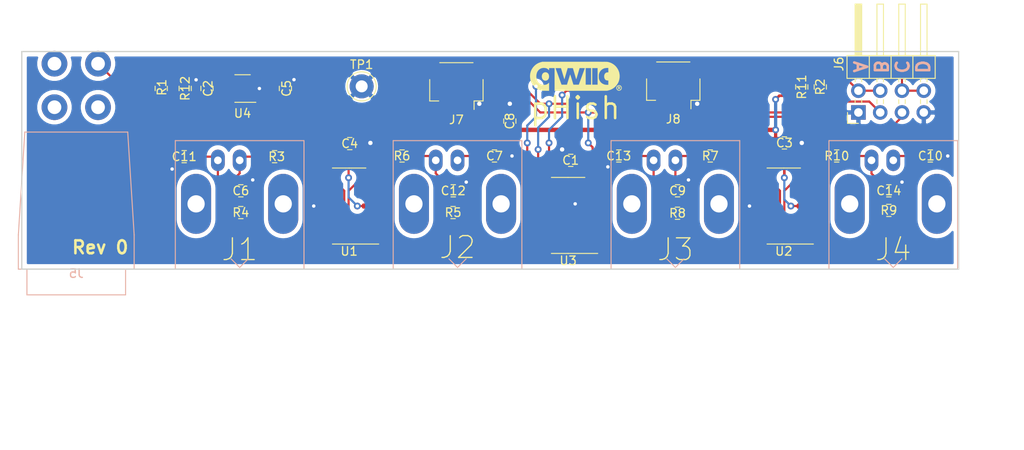
<source format=kicad_pcb>
(kicad_pcb (version 20171130) (host pcbnew 5.1.5+dfsg1-2~bpo10+1)

  (general
    (thickness 1.6)
    (drawings 19)
    (tracks 337)
    (zones 0)
    (modules 40)
    (nets 36)
  )

  (page A4)
  (title_block
    (title "Raspberry Pi Zero (W) uHAT Template Board")
    (date 2019-02-28)
    (rev 1.0)
    (comment 1 "This PCB design is licensed under MIT Open Source License.")
  )

  (layers
    (0 F.Cu signal)
    (31 B.Cu signal)
    (32 B.Adhes user hide)
    (33 F.Adhes user hide)
    (34 B.Paste user hide)
    (35 F.Paste user hide)
    (36 B.SilkS user)
    (37 F.SilkS user)
    (38 B.Mask user hide)
    (39 F.Mask user hide)
    (40 Dwgs.User user)
    (41 Cmts.User user hide)
    (42 Eco1.User user hide)
    (43 Eco2.User user hide)
    (44 Edge.Cuts user)
    (45 Margin user hide)
    (46 B.CrtYd user)
    (47 F.CrtYd user hide)
    (48 B.Fab user hide)
    (49 F.Fab user hide)
  )

  (setup
    (last_trace_width 0.25)
    (user_trace_width 0.3048)
    (user_trace_width 0.381)
    (user_trace_width 0.508)
    (user_trace_width 0.635)
    (trace_clearance 0.2)
    (zone_clearance 0.508)
    (zone_45_only no)
    (trace_min 0.2)
    (via_size 0.8)
    (via_drill 0.4)
    (via_min_size 0.4)
    (via_min_drill 0.3)
    (user_via 1.016 0.508)
    (uvia_size 0.3)
    (uvia_drill 0.1)
    (uvias_allowed no)
    (uvia_min_size 0.2286)
    (uvia_min_drill 0.1)
    (edge_width 0.15)
    (segment_width 0.2)
    (pcb_text_width 0.3)
    (pcb_text_size 1.5 1.5)
    (mod_edge_width 0.15)
    (mod_text_size 1 1)
    (mod_text_width 0.15)
    (pad_size 2.999999 2.999999)
    (pad_drill 1.6)
    (pad_to_mask_clearance 0.0254)
    (solder_mask_min_width 0.127)
    (aux_axis_origin 101.6 76.2)
    (grid_origin 101.6 76.2)
    (visible_elements 7FFFFFFF)
    (pcbplotparams
      (layerselection 0x010f0_ffffffff)
      (usegerberextensions false)
      (usegerberattributes false)
      (usegerberadvancedattributes false)
      (creategerberjobfile false)
      (excludeedgelayer true)
      (linewidth 0.100000)
      (plotframeref false)
      (viasonmask false)
      (mode 1)
      (useauxorigin false)
      (hpglpennumber 1)
      (hpglpenspeed 20)
      (hpglpendiameter 15.000000)
      (psnegative false)
      (psa4output false)
      (plotreference true)
      (plotvalue true)
      (plotinvisibletext false)
      (padsonsilk false)
      (subtractmaskfromsilk false)
      (outputformat 1)
      (mirror false)
      (drillshape 0)
      (scaleselection 1)
      (outputdirectory "gerbers/"))
  )

  (net 0 "")
  (net 1 +3V3)
  (net 2 GND)
  (net 3 "Net-(J6-Pad2)")
  (net 4 "Net-(C2-Pad1)")
  (net 5 /Chan_1/2/-vin_a)
  (net 6 /Chan_1/2/+vin_a)
  (net 7 /Chan_1/2/-vin_b)
  (net 8 /Chan_1/2/+vin_b)
  (net 9 /Chan_3/4/-vin_a)
  (net 10 /Chan_3/4/+vin_a)
  (net 11 /Chan_3/4/-vin_b)
  (net 12 /Chan_3/4/+vin_b)
  (net 13 "Net-(J5-Pad1)")
  (net 14 "Net-(J7-Pad4)")
  (net 15 "Net-(J7-Pad3)")
  (net 16 /Chan_1/2/-vout_b)
  (net 17 /Chan_1/2/+vout_b)
  (net 18 /Chan_1/2/-vout_a)
  (net 19 /Chan_1/2/+vout_a)
  (net 20 /Chan_3/4/-vout_b)
  (net 21 /Chan_3/4/+vout_b)
  (net 22 /Chan_3/4/-vout_a)
  (net 23 /Chan_3/4/+vout_a)
  (net 24 "Net-(U4-Pad4)")
  (net 25 "Net-(J6-Pad3)")
  (net 26 "Net-(R3-Pad1)")
  (net 27 "Net-(R4-Pad1)")
  (net 28 "Net-(R5-Pad1)")
  (net 29 "Net-(R6-Pad1)")
  (net 30 "Net-(R7-Pad1)")
  (net 31 "Net-(R8-Pad1)")
  (net 32 "Net-(R9-Pad1)")
  (net 33 "Net-(R10-Pad1)")
  (net 34 "Net-(J6-Pad5)")
  (net 35 "Net-(J6-Pad6)")

  (net_class Default "This is the default net class."
    (clearance 0.2)
    (trace_width 0.25)
    (via_dia 0.8)
    (via_drill 0.4)
    (uvia_dia 0.3)
    (uvia_drill 0.1)
    (add_net +3V3)
    (add_net /Chan_1/2/+vin_a)
    (add_net /Chan_1/2/+vin_b)
    (add_net /Chan_1/2/+vout_a)
    (add_net /Chan_1/2/+vout_b)
    (add_net /Chan_1/2/-vin_a)
    (add_net /Chan_1/2/-vin_b)
    (add_net /Chan_1/2/-vout_a)
    (add_net /Chan_1/2/-vout_b)
    (add_net /Chan_3/4/+vin_a)
    (add_net /Chan_3/4/+vin_b)
    (add_net /Chan_3/4/+vout_a)
    (add_net /Chan_3/4/+vout_b)
    (add_net /Chan_3/4/-vin_a)
    (add_net /Chan_3/4/-vin_b)
    (add_net /Chan_3/4/-vout_a)
    (add_net /Chan_3/4/-vout_b)
    (add_net GND)
    (add_net "Net-(C2-Pad1)")
    (add_net "Net-(J5-Pad1)")
    (add_net "Net-(J6-Pad2)")
    (add_net "Net-(J6-Pad3)")
    (add_net "Net-(J6-Pad5)")
    (add_net "Net-(J6-Pad6)")
    (add_net "Net-(J7-Pad3)")
    (add_net "Net-(J7-Pad4)")
    (add_net "Net-(R10-Pad1)")
    (add_net "Net-(R3-Pad1)")
    (add_net "Net-(R4-Pad1)")
    (add_net "Net-(R5-Pad1)")
    (add_net "Net-(R6-Pad1)")
    (add_net "Net-(R7-Pad1)")
    (add_net "Net-(R8-Pad1)")
    (add_net "Net-(R9-Pad1)")
    (add_net "Net-(U4-Pad4)")
  )

  (module lib:qwiic_logo (layer F.Cu) (tedit 0) (tstamp 5E57212D)
    (at 166.116 78.994)
    (fp_text reference G*** (at -3.302 -2.54) (layer F.SilkS) hide
      (effects (font (size 1.524 1.524) (thickness 0.3)))
    )
    (fp_text value LOGO (at 3.048 -3.048) (layer F.SilkS) hide
      (effects (font (size 1.524 1.524) (thickness 0.3)))
    )
    (fp_poly (pts (xy 5.057775 1.28277) (xy 5.125544 1.287266) (xy 5.180948 1.299668) (xy 5.219166 1.318584)
      (xy 5.23225 1.33322) (xy 5.244343 1.375622) (xy 5.242513 1.42263) (xy 5.227829 1.462749)
      (xy 5.219194 1.473705) (xy 5.202383 1.492705) (xy 5.201182 1.507991) (xy 5.215188 1.531246)
      (xy 5.217112 1.53403) (xy 5.241203 1.569838) (xy 5.250604 1.589635) (xy 5.245269 1.598162)
      (xy 5.225151 1.600163) (xy 5.216451 1.6002) (xy 5.185769 1.596435) (xy 5.166167 1.580485)
      (xy 5.152407 1.55575) (xy 5.133825 1.525304) (xy 5.111846 1.512893) (xy 5.092905 1.5113)
      (xy 5.067172 1.513757) (xy 5.056617 1.526267) (xy 5.0546 1.55575) (xy 5.052227 1.585809)
      (xy 5.041553 1.598115) (xy 5.02285 1.6002) (xy 4.9911 1.6002) (xy 4.9911 1.44926)
      (xy 5.0546 1.44926) (xy 5.107281 1.445355) (xy 5.15024 1.436421) (xy 5.173891 1.419225)
      (xy 5.181232 1.390072) (xy 5.165941 1.366723) (xy 5.130602 1.351915) (xy 5.107281 1.348644)
      (xy 5.0546 1.344739) (xy 5.0546 1.44926) (xy 4.9911 1.44926) (xy 4.9911 1.2827)
      (xy 5.057775 1.28277)) (layer F.SilkS) (width 0.01))
    (fp_poly (pts (xy -3.372767 -0.359955) (xy -3.292076 -0.333415) (xy -3.218893 -0.286427) (xy -3.199772 -0.270073)
      (xy -3.134366 -0.197902) (xy -3.088133 -0.115066) (xy -3.060198 -0.019029) (xy -3.049686 0.09275)
      (xy -3.051001 0.161621) (xy -3.055165 0.222412) (xy -3.061827 0.267659) (xy -3.073511 0.307219)
      (xy -3.092742 0.350948) (xy -3.106623 0.378724) (xy -3.161083 0.465219) (xy -3.226115 0.529542)
      (xy -3.304314 0.573415) (xy -3.398276 0.598557) (xy -3.446952 0.604263) (xy -3.499421 0.603883)
      (xy -3.553481 0.596816) (xy -3.569598 0.592973) (xy -3.666681 0.553777) (xy -3.746436 0.496197)
      (xy -3.808466 0.420782) (xy -3.852376 0.328078) (xy -3.87777 0.218635) (xy -3.883376 0.158268)
      (xy -3.881435 0.036097) (xy -3.861387 -0.069686) (xy -3.822464 -0.161254) (xy -3.7639 -0.24078)
      (xy -3.731029 -0.273131) (xy -3.659132 -0.324899) (xy -3.579611 -0.35588) (xy -3.487185 -0.367979)
      (xy -3.4671 -0.3683) (xy -3.372767 -0.359955)) (layer F.SilkS) (width 0.01))
    (fp_poly (pts (xy 5.178081 1.138097) (xy 5.258848 1.165716) (xy 5.312606 1.199223) (xy 5.343102 1.229231)
      (xy 5.375125 1.27096) (xy 5.39219 1.29852) (xy 5.413316 1.34152) (xy 5.424508 1.380682)
      (xy 5.428574 1.427925) (xy 5.428829 1.45415) (xy 5.417166 1.545407) (xy 5.383207 1.624752)
      (xy 5.327679 1.691) (xy 5.251823 1.7427) (xy 5.201354 1.760609) (xy 5.139438 1.771247)
      (xy 5.076555 1.773729) (xy 5.023185 1.767168) (xy 5.01015 1.763136) (xy 4.931937 1.721413)
      (xy 4.869279 1.663553) (xy 4.823832 1.593585) (xy 4.797256 1.515539) (xy 4.791819 1.441729)
      (xy 4.863834 1.441729) (xy 4.870338 1.512946) (xy 4.896669 1.578625) (xy 4.918592 1.608815)
      (xy 4.97923 1.660863) (xy 5.048785 1.691731) (xy 5.122675 1.700242) (xy 5.196321 1.68522)
      (xy 5.204059 1.682143) (xy 5.268885 1.643046) (xy 5.317307 1.589562) (xy 5.348208 1.526335)
      (xy 5.360468 1.458009) (xy 5.352969 1.389226) (xy 5.324592 1.324631) (xy 5.298267 1.291061)
      (xy 5.235654 1.241447) (xy 5.165815 1.214273) (xy 5.093018 1.209326) (xy 5.021526 1.226395)
      (xy 4.955606 1.265268) (xy 4.911008 1.310326) (xy 4.877332 1.371885) (xy 4.863834 1.441729)
      (xy 4.791819 1.441729) (xy 4.791208 1.433444) (xy 4.807346 1.351329) (xy 4.824279 1.311471)
      (xy 4.874587 1.238434) (xy 4.939255 1.183628) (xy 5.01415 1.148003) (xy 5.095137 1.132509)
      (xy 5.178081 1.138097)) (layer F.SilkS) (width 0.01))
    (fp_poly (pts (xy 0.323152 -1.593847) (xy 0.666227 -1.593832) (xy 0.985645 -1.5938) (xy 1.282279 -1.593746)
      (xy 1.557 -1.593666) (xy 1.810681 -1.593552) (xy 2.044193 -1.593401) (xy 2.258408 -1.593206)
      (xy 2.454197 -1.592963) (xy 2.632434 -1.592666) (xy 2.793989 -1.59231) (xy 2.939735 -1.591889)
      (xy 3.070543 -1.591398) (xy 3.187285 -1.590832) (xy 3.290833 -1.590185) (xy 3.382059 -1.589452)
      (xy 3.461835 -1.588628) (xy 3.531033 -1.587707) (xy 3.590524 -1.586685) (xy 3.641181 -1.585555)
      (xy 3.683875 -1.584312) (xy 3.719478 -1.582952) (xy 3.748862 -1.581468) (xy 3.772898 -1.579855)
      (xy 3.79246 -1.578109) (xy 3.808418 -1.576223) (xy 3.821644 -1.574192) (xy 3.833011 -1.572012)
      (xy 3.84175 -1.570063) (xy 4.048117 -1.509555) (xy 4.241064 -1.428156) (xy 4.419606 -1.326621)
      (xy 4.582755 -1.205704) (xy 4.729526 -1.066161) (xy 4.858931 -0.908747) (xy 4.969985 -0.734218)
      (xy 4.995257 -0.687049) (xy 5.074625 -0.512067) (xy 5.131207 -0.336708) (xy 5.166237 -0.155839)
      (xy 5.18095 0.035673) (xy 5.1816 0.088325) (xy 5.170203 0.299398) (xy 5.135862 0.499675)
      (xy 5.078351 0.689717) (xy 4.997443 0.870089) (xy 4.892913 1.041352) (xy 4.764535 1.204071)
      (xy 4.709687 1.263535) (xy 4.566144 1.3986) (xy 4.414599 1.512241) (xy 4.251985 1.606164)
      (xy 4.075237 1.682073) (xy 3.881288 1.741673) (xy 3.825227 1.75527) (xy 3.70205 1.783598)
      (xy 0.650875 1.787401) (xy -2.4003 1.791205) (xy -2.4003 -0.85725) (xy -2.296238 -0.85725)
      (xy -1.59385 1.079062) (xy -0.957156 1.0795) (xy -0.775106 0.492125) (xy -0.738665 0.3749)
      (xy -0.704315 0.265075) (xy -0.672816 0.165037) (xy -0.644931 0.077174) (xy -0.621421 0.003873)
      (xy -0.603048 -0.052478) (xy -0.590574 -0.089491) (xy -0.584761 -0.104777) (xy -0.584627 -0.104968)
      (xy -0.579365 -0.095157) (xy -0.567483 -0.063307) (xy -0.549724 -0.011692) (xy -0.526828 0.057419)
      (xy -0.499538 0.141752) (xy -0.468596 0.239037) (xy -0.434742 0.347002) (xy -0.398718 0.463374)
      (xy -0.392873 0.482392) (xy -0.20955 1.079469) (xy 0.108027 1.079484) (xy 0.425604 1.0795)
      (xy 0.777952 0.116157) (xy 0.832595 -0.03334) (xy 0.884644 -0.175934) (xy 0.933448 -0.309829)
      (xy 0.978356 -0.433228) (xy 1.018715 -0.544335) (xy 1.053875 -0.641354) (xy 1.083184 -0.722488)
      (xy 1.10599 -0.78594) (xy 1.121641 -0.829915) (xy 1.129488 -0.852616) (xy 1.1303 -0.855393)
      (xy 1.118174 -0.857667) (xy 1.084098 -0.859699) (xy 1.031519 -0.861397) (xy 0.963886 -0.86267)
      (xy 0.884646 -0.863427) (xy 0.821555 -0.8636) (xy 1.2192 -0.8636) (xy 1.2192 1.0795)
      (xy 1.8542 1.0795) (xy 1.8542 -0.8636) (xy 1.9812 -0.8636) (xy 1.9812 1.0795)
      (xy 2.6162 1.0795) (xy 2.6162 0.1143) (xy 2.749585 0.1143) (xy 2.750816 0.216022)
      (xy 2.755355 0.298793) (xy 2.764528 0.368983) (xy 2.779662 0.432963) (xy 2.802083 0.497105)
      (xy 2.833116 0.56778) (xy 2.852261 0.607522) (xy 2.926857 0.731253) (xy 3.020729 0.838742)
      (xy 3.132659 0.928756) (xy 3.219965 0.980127) (xy 3.336781 1.033748) (xy 3.448054 1.070383)
      (xy 3.56216 1.091943) (xy 3.687472 1.100341) (xy 3.7465 1.100388) (xy 3.86715 1.09855)
      (xy 3.870582 0.84294) (xy 3.874015 0.587331) (xy 3.761746 0.581963) (xy 3.670975 0.571166)
      (xy 3.597927 0.546995) (xy 3.537513 0.507244) (xy 3.499485 0.468338) (xy 3.445565 0.38687)
      (xy 3.408134 0.293393) (xy 3.387052 0.192499) (xy 3.38218 0.088779) (xy 3.393377 -0.013176)
      (xy 3.420503 -0.108773) (xy 3.463419 -0.193422) (xy 3.521732 -0.262302) (xy 3.583432 -0.309706)
      (xy 3.646701 -0.33891) (xy 3.719752 -0.352929) (xy 3.775332 -0.355322) (xy 3.874015 -0.3556)
      (xy 3.870582 -0.619125) (xy 3.86715 -0.88265) (xy 3.7084 -0.88061) (xy 3.581992 -0.874172)
      (xy 3.470967 -0.857068) (xy 3.366846 -0.827339) (xy 3.261148 -0.783024) (xy 3.2385 -0.771952)
      (xy 3.136433 -0.7096) (xy 3.038551 -0.628598) (xy 2.951144 -0.535142) (xy 2.8805 -0.435431)
      (xy 2.860451 -0.399332) (xy 2.820494 -0.316154) (xy 2.79102 -0.240327) (xy 2.770612 -0.165275)
      (xy 2.75785 -0.084427) (xy 2.751316 0.008793) (xy 2.749585 0.1143) (xy 2.6162 0.1143)
      (xy 2.6162 -0.8636) (xy 1.9812 -0.8636) (xy 1.8542 -0.8636) (xy 1.2192 -0.8636)
      (xy 0.821555 -0.8636) (xy 0.51281 -0.8636) (xy 0.330876 -0.244475) (xy 0.295018 -0.122696)
      (xy 0.260929 -0.007402) (xy 0.229351 0.09893) (xy 0.201027 0.193824) (xy 0.176698 0.274803)
      (xy 0.157107 0.339391) (xy 0.142995 0.385111) (xy 0.135104 0.409487) (xy 0.134261 0.41178)
      (xy 0.131446 0.41813) (xy 0.128412 0.421779) (xy 0.124707 0.4213) (xy 0.119879 0.415264)
      (xy 0.113476 0.402242) (xy 0.105047 0.380807) (xy 0.09414 0.349531) (xy 0.080303 0.306984)
      (xy 0.063083 0.251738) (xy 0.04203 0.182367) (xy 0.01669 0.09744) (xy -0.013387 -0.004471)
      (xy -0.048653 -0.124793) (xy -0.089561 -0.264955) (xy -0.136562 -0.426385) (xy -0.190108 -0.610511)
      (xy -0.20092 -0.6477) (xy -0.261841 -0.85725) (xy -0.874627 -0.864048) (xy -0.906283 -0.759049)
      (xy -0.916547 -0.72444) (xy -0.932909 -0.668554) (xy -0.954461 -0.594528) (xy -0.980292 -0.5055)
      (xy -1.009494 -0.404605) (xy -1.041156 -0.294982) (xy -1.074368 -0.179767) (xy -1.093212 -0.1143)
      (xy -1.125723 -0.001706) (xy -1.15629 0.103354) (xy -1.184164 0.198363) (xy -1.208595 0.280802)
      (xy -1.228835 0.348155) (xy -1.244134 0.397904) (xy -1.253742 0.427531) (xy -1.256698 0.434969)
      (xy -1.261734 0.425005) (xy -1.273168 0.392857) (xy -1.290312 0.340737) (xy -1.312478 0.270851)
      (xy -1.338975 0.18541) (xy -1.369116 0.086621) (xy -1.402212 -0.023306) (xy -1.437573 -0.142162)
      (xy -1.453423 -0.195873) (xy -1.489693 -0.318793) (xy -1.523991 -0.434486) (xy -1.555619 -0.540633)
      (xy -1.583879 -0.634918) (xy -1.608074 -0.715025) (xy -1.627505 -0.778636) (xy -1.641475 -0.823435)
      (xy -1.649285 -0.847104) (xy -1.650531 -0.850141) (xy -1.664084 -0.854894) (xy -1.698702 -0.858327)
      (xy -1.755381 -0.860469) (xy -1.835118 -0.861355) (xy -1.938909 -0.861014) (xy -1.977682 -0.860648)
      (xy -2.296238 -0.85725) (xy -2.4003 -0.85725) (xy -2.4003 -0.8636) (xy -3.048 -0.8636)
      (xy -3.048 -0.616818) (xy -3.114675 -0.681816) (xy -3.213788 -0.763828) (xy -3.323639 -0.825467)
      (xy -3.3909 -0.852136) (xy -3.456332 -0.868197) (xy -3.538759 -0.878466) (xy -3.630423 -0.882834)
      (xy -3.723565 -0.881196) (xy -3.810423 -0.873444) (xy -3.88324 -0.859471) (xy -3.885101 -0.858962)
      (xy -4.023402 -0.808024) (xy -4.148029 -0.735958) (xy -4.257777 -0.643762) (xy -4.351441 -0.532436)
      (xy -4.422987 -0.41275) (xy -4.470742 -0.295059) (xy -4.50541 -0.161816) (xy -4.525919 -0.019851)
      (xy -4.531197 0.12401) (xy -4.524195 0.231889) (xy -4.510421 0.333988) (xy -4.493307 0.41941)
      (xy -4.470412 0.496866) (xy -4.439297 0.575062) (xy -4.411272 0.635) (xy -4.33949 0.755509)
      (xy -4.250149 0.861451) (xy -4.146416 0.94961) (xy -4.0386 1.013397) (xy -3.900132 1.066728)
      (xy -3.754508 1.096919) (xy -3.622704 1.1049) (xy -3.483529 1.093788) (xy -3.356016 1.06066)
      (xy -3.240977 1.005826) (xy -3.139226 0.929596) (xy -3.123215 0.91444) (xy -3.048 0.840843)
      (xy -3.048 1.7907) (xy -3.355975 1.788565) (xy -3.444998 1.787773) (xy -3.528257 1.786705)
      (xy -3.601497 1.785441) (xy -3.660465 1.784062) (xy -3.700908 1.782647) (xy -3.71475 1.781794)
      (xy -3.914534 1.751333) (xy -4.107644 1.697864) (xy -4.292154 1.622818) (xy -4.466141 1.527627)
      (xy -4.627678 1.413723) (xy -4.774841 1.28254) (xy -4.905705 1.135507) (xy -5.018344 0.974059)
      (xy -5.110834 0.799627) (xy -5.145263 0.71755) (xy -5.207544 0.525691) (xy -5.247705 0.33124)
      (xy -5.265181 0.138008) (xy -5.259463 -0.049564) (xy -5.227796 -0.260414) (xy -5.173874 -0.459083)
      (xy -5.097491 -0.646005) (xy -4.998438 -0.821613) (xy -4.876505 -0.986343) (xy -4.740067 -1.132405)
      (xy -4.585508 -1.265371) (xy -4.420016 -1.376292) (xy -4.241675 -1.466222) (xy -4.048569 -1.536219)
      (xy -3.96588 -1.559097) (xy -3.82905 -1.59385) (xy -0.04445 -1.59385) (xy 0.323152 -1.593847)) (layer F.SilkS) (width 0.01))
  )

  (module TestPoint:TestPoint_Loop_D2.60mm_Drill1.4mm_Beaded (layer F.Cu) (tedit 5A0F774F) (tstamp 5E570790)
    (at 141.224 80.264 270)
    (descr "wire loop with bead as test point, loop diameter2.6mm, hole diameter 1.4mm")
    (tags "test point wire loop bead")
    (path /5E5DAA2F)
    (fp_text reference TP1 (at -2.54 0 180) (layer F.SilkS)
      (effects (font (size 1 1) (thickness 0.15)))
    )
    (fp_text value TestPoint (at 0 -2.8 90) (layer F.Fab)
      (effects (font (size 1 1) (thickness 0.15)))
    )
    (fp_text user %R (at 0.7 2.5 90) (layer F.Fab)
      (effects (font (size 1 1) (thickness 0.15)))
    )
    (fp_circle (center 0 0) (end 1.5 0) (layer F.Fab) (width 0.12))
    (fp_circle (center 0 0) (end 1.7 0) (layer F.SilkS) (width 0.12))
    (fp_circle (center 0 0) (end 2 0) (layer F.CrtYd) (width 0.05))
    (fp_line (start 1.3 -0.3) (end -1.3 -0.3) (layer F.Fab) (width 0.12))
    (fp_line (start 1.3 0.3) (end 1.3 -0.3) (layer F.Fab) (width 0.12))
    (fp_line (start -1.3 0.3) (end 1.3 0.3) (layer F.Fab) (width 0.12))
    (fp_line (start -1.3 -0.3) (end -1.3 0.3) (layer F.Fab) (width 0.12))
    (pad 1 thru_hole circle (at 0 0 270) (size 2.8 2.8) (drill 1.4) (layers *.Cu *.Mask)
      (net 2 GND))
    (model ${KISYS3DMOD}/TestPoint.3dshapes/TestPoint_Loop_D2.60mm_Drill1.4mm_Beaded.wrl
      (at (xyz 0 0 0))
      (scale (xyz 1 1 1))
      (rotate (xyz 0 0 0))
    )
  )

  (module Resistor_SMD:R_0805_2012Metric_Pad1.15x1.40mm_HandSolder (layer F.Cu) (tedit 5B36C52B) (tstamp 5E570711)
    (at 120.65 80.509 270)
    (descr "Resistor SMD 0805 (2012 Metric), square (rectangular) end terminal, IPC_7351 nominal with elongated pad for handsoldering. (Body size source: https://docs.google.com/spreadsheets/d/1BsfQQcO9C6DZCsRaXUlFlo91Tg2WpOkGARC1WS5S8t0/edit?usp=sharing), generated with kicad-footprint-generator")
    (tags "resistor handsolder")
    (path /5E5CC4DF)
    (attr smd)
    (fp_text reference R12 (at 0 0 90) (layer F.SilkS)
      (effects (font (size 1 1) (thickness 0.15)))
    )
    (fp_text value R (at 0 1.65 90) (layer F.Fab)
      (effects (font (size 1 1) (thickness 0.15)))
    )
    (fp_text user %R (at 0 0 90) (layer F.Fab)
      (effects (font (size 0.5 0.5) (thickness 0.08)))
    )
    (fp_line (start 1.85 0.95) (end -1.85 0.95) (layer F.CrtYd) (width 0.05))
    (fp_line (start 1.85 -0.95) (end 1.85 0.95) (layer F.CrtYd) (width 0.05))
    (fp_line (start -1.85 -0.95) (end 1.85 -0.95) (layer F.CrtYd) (width 0.05))
    (fp_line (start -1.85 0.95) (end -1.85 -0.95) (layer F.CrtYd) (width 0.05))
    (fp_line (start -0.261252 0.71) (end 0.261252 0.71) (layer F.SilkS) (width 0.12))
    (fp_line (start -0.261252 -0.71) (end 0.261252 -0.71) (layer F.SilkS) (width 0.12))
    (fp_line (start 1 0.6) (end -1 0.6) (layer F.Fab) (width 0.1))
    (fp_line (start 1 -0.6) (end 1 0.6) (layer F.Fab) (width 0.1))
    (fp_line (start -1 -0.6) (end 1 -0.6) (layer F.Fab) (width 0.1))
    (fp_line (start -1 0.6) (end -1 -0.6) (layer F.Fab) (width 0.1))
    (pad 2 smd roundrect (at 1.025 0 270) (size 1.15 1.4) (layers F.Cu F.Paste F.Mask) (roundrect_rratio 0.217391)
      (net 4 "Net-(C2-Pad1)"))
    (pad 1 smd roundrect (at -1.025 0 270) (size 1.15 1.4) (layers F.Cu F.Paste F.Mask) (roundrect_rratio 0.217391)
      (net 2 GND))
    (model ${KISYS3DMOD}/Resistor_SMD.3dshapes/R_0805_2012Metric.wrl
      (at (xyz 0 0 0))
      (scale (xyz 1 1 1))
      (rotate (xyz 0 0 0))
    )
  )

  (module Package_TO_SOT_SMD:SOT-23-5 (layer F.Cu) (tedit 5A02FF57) (tstamp 5E43513D)
    (at 127.338 80.518 180)
    (descr "5-pin SOT23 package")
    (tags SOT-23-5)
    (path /5E46741B)
    (attr smd)
    (fp_text reference U4 (at 0 -2.9) (layer F.SilkS)
      (effects (font (size 1 1) (thickness 0.15)))
    )
    (fp_text value MIC5205-1.5YM5 (at 0 2.9) (layer F.Fab)
      (effects (font (size 1 1) (thickness 0.15)))
    )
    (fp_line (start 0.9 -1.55) (end 0.9 1.55) (layer F.Fab) (width 0.1))
    (fp_line (start 0.9 1.55) (end -0.9 1.55) (layer F.Fab) (width 0.1))
    (fp_line (start -0.9 -0.9) (end -0.9 1.55) (layer F.Fab) (width 0.1))
    (fp_line (start 0.9 -1.55) (end -0.25 -1.55) (layer F.Fab) (width 0.1))
    (fp_line (start -0.9 -0.9) (end -0.25 -1.55) (layer F.Fab) (width 0.1))
    (fp_line (start -1.9 1.8) (end -1.9 -1.8) (layer F.CrtYd) (width 0.05))
    (fp_line (start 1.9 1.8) (end -1.9 1.8) (layer F.CrtYd) (width 0.05))
    (fp_line (start 1.9 -1.8) (end 1.9 1.8) (layer F.CrtYd) (width 0.05))
    (fp_line (start -1.9 -1.8) (end 1.9 -1.8) (layer F.CrtYd) (width 0.05))
    (fp_line (start 0.9 -1.61) (end -1.55 -1.61) (layer F.SilkS) (width 0.12))
    (fp_line (start -0.9 1.61) (end 0.9 1.61) (layer F.SilkS) (width 0.12))
    (fp_text user %R (at 0 0 90) (layer F.Fab)
      (effects (font (size 0.5 0.5) (thickness 0.075)))
    )
    (pad 5 smd rect (at 1.1 -0.95 180) (size 1.06 0.65) (layers F.Cu F.Paste F.Mask)
      (net 4 "Net-(C2-Pad1)"))
    (pad 4 smd rect (at 1.1 0.95 180) (size 1.06 0.65) (layers F.Cu F.Paste F.Mask)
      (net 24 "Net-(U4-Pad4)"))
    (pad 3 smd rect (at -1.1 0.95 180) (size 1.06 0.65) (layers F.Cu F.Paste F.Mask)
      (net 1 +3V3))
    (pad 2 smd rect (at -1.1 0 180) (size 1.06 0.65) (layers F.Cu F.Paste F.Mask)
      (net 2 GND))
    (pad 1 smd rect (at -1.1 -0.95 180) (size 1.06 0.65) (layers F.Cu F.Paste F.Mask)
      (net 1 +3V3))
    (model ${KISYS3DMOD}/Package_TO_SOT_SMD.3dshapes/SOT-23-5.wrl
      (at (xyz 0 0 0))
      (scale (xyz 1 1 1))
      (rotate (xyz 0 0 0))
    )
  )

  (module coburn_footprints:BNC_Amphenol_B6252HB-NPP3G-50_Horizontal_isolated (layer B.Cu) (tedit 5E4872FA) (tstamp 5E435021)
    (at 177.8 88.9)
    (descr http://www.farnell.com/datasheets/612848.pdf)
    (tags "BNC Amphenol Horizontal")
    (path /5E3A6E62)
    (fp_text reference J3 (at 0 10.414) (layer F.SilkS)
      (effects (font (size 2.54 2.54) (thickness 0.15)))
    )
    (fp_text value Conn_Coaxial (at 0 -6 -180) (layer B.Fab)
      (effects (font (size 1 1) (thickness 0.15)) (justify mirror))
    )
    (fp_line (start 0 12.5) (end 1 11.5) (layer B.SilkS) (width 0.12))
    (fp_line (start 0 12.5) (end -1 11.5) (layer B.SilkS) (width 0.12))
    (fp_line (start 7.85 -2.7) (end 7.85 33.8) (layer B.CrtYd) (width 0.05))
    (fp_line (start 7.85 33.8) (end -7.85 33.8) (layer B.CrtYd) (width 0.05))
    (fp_line (start -7.85 -2.7) (end -7.85 33.8) (layer B.CrtYd) (width 0.05))
    (fp_line (start -7.85 -2.7) (end 7.85 -2.7) (layer B.CrtYd) (width 0.05))
    (fp_line (start -7.5 -2.3) (end -7.5 12.7) (layer B.SilkS) (width 0.12))
    (fp_line (start 7.5 -2.3) (end -7.5 -2.3) (layer B.SilkS) (width 0.12))
    (fp_line (start 7.5 12.7) (end 7.5 -2.3) (layer B.SilkS) (width 0.12))
    (fp_line (start -7.5 12.7) (end 7.5 12.7) (layer B.SilkS) (width 0.12))
    (fp_line (start -5 14) (end 5 15) (layer B.Fab) (width 0.1))
    (fp_text user %R (at 0 0) (layer B.Fab)
      (effects (font (size 1 1) (thickness 0.15)) (justify mirror))
    )
    (fp_line (start -7.35 12.7) (end -7.35 -2.2) (layer B.Fab) (width 0.1))
    (fp_line (start 7.35 12.7) (end -7.35 12.7) (layer B.Fab) (width 0.1))
    (fp_line (start 7.35 -2.2) (end 7.35 12.7) (layer B.Fab) (width 0.1))
    (fp_line (start -7.35 -2.2) (end 7.35 -2.2) (layer B.Fab) (width 0.1))
    (fp_line (start -6.35 21.4) (end -6.35 12.7) (layer B.Fab) (width 0.1))
    (fp_line (start 6.35 21.4) (end -6.35 21.4) (layer B.Fab) (width 0.1))
    (fp_line (start 6.35 12.7) (end 6.35 21.4) (layer B.Fab) (width 0.1))
    (fp_line (start -4.8 33.3) (end -4.8 21.4) (layer B.Fab) (width 0.1))
    (fp_line (start 4.8 33.3) (end -4.8 33.3) (layer B.Fab) (width 0.1))
    (fp_line (start 4.8 21.4) (end 4.8 33.3) (layer B.Fab) (width 0.1))
    (fp_circle (center 0 28.07) (end 1 28.07) (layer B.Fab) (width 0.1))
    (fp_line (start -5 15) (end 5 16) (layer B.Fab) (width 0.1))
    (fp_line (start -5 16) (end 5 17) (layer B.Fab) (width 0.1))
    (fp_line (start -5 17) (end 5 18) (layer B.Fab) (width 0.1))
    (fp_line (start -5 18) (end 5 19) (layer B.Fab) (width 0.1))
    (fp_line (start -5 19) (end 5 20) (layer B.Fab) (width 0.1))
    (fp_line (start -5 20) (end 5 21) (layer B.Fab) (width 0.1))
    (pad 2 thru_hole oval (at -2.54 0) (size 1.6 2.5) (drill 0.89) (layers *.Cu *.Mask)
      (net 9 /Chan_3/4/-vin_a))
    (pad 1 thru_hole oval (at 0 0) (size 1.6 2.5) (drill 0.89) (layers *.Cu *.Mask)
      (net 10 /Chan_3/4/+vin_a))
    (pad 4 thru_hole oval (at 5.08 5.08) (size 3.5 7) (drill 2.01) (layers *.Cu *.Mask))
    (pad 3 thru_hole oval (at -5.08 5.08) (size 3.5 7) (drill 2.01) (layers *.Cu *.Mask))
    (model ${KISYS3DMOD}/Connector_Coaxial.3dshapes/BNC_Amphenol_B6252HB-NPP3G-50_Horizontal.wrl
      (at (xyz 0 0 0))
      (scale (xyz 1 1 1))
      (rotate (xyz 0 0 0))
    )
  )

  (module coburn_footprints:BNC_Amphenol_B6252HB-NPP3G-50_Horizontal_isolated (layer B.Cu) (tedit 5E4872FA) (tstamp 5E434B1A)
    (at 203.2 88.9)
    (descr http://www.farnell.com/datasheets/612848.pdf)
    (tags "BNC Amphenol Horizontal")
    (path /5E3AC775)
    (fp_text reference J4 (at 0 10.414) (layer F.SilkS)
      (effects (font (size 2.54 2.54) (thickness 0.15)))
    )
    (fp_text value Conn_Coaxial (at 0 -6 -180) (layer B.Fab)
      (effects (font (size 1 1) (thickness 0.15)) (justify mirror))
    )
    (fp_line (start 0 12.5) (end 1 11.5) (layer B.SilkS) (width 0.12))
    (fp_line (start 0 12.5) (end -1 11.5) (layer B.SilkS) (width 0.12))
    (fp_line (start 7.85 -2.7) (end 7.85 33.8) (layer B.CrtYd) (width 0.05))
    (fp_line (start 7.85 33.8) (end -7.85 33.8) (layer B.CrtYd) (width 0.05))
    (fp_line (start -7.85 -2.7) (end -7.85 33.8) (layer B.CrtYd) (width 0.05))
    (fp_line (start -7.85 -2.7) (end 7.85 -2.7) (layer B.CrtYd) (width 0.05))
    (fp_line (start -7.5 -2.3) (end -7.5 12.7) (layer B.SilkS) (width 0.12))
    (fp_line (start 7.5 -2.3) (end -7.5 -2.3) (layer B.SilkS) (width 0.12))
    (fp_line (start 7.5 12.7) (end 7.5 -2.3) (layer B.SilkS) (width 0.12))
    (fp_line (start -7.5 12.7) (end 7.5 12.7) (layer B.SilkS) (width 0.12))
    (fp_line (start -5 14) (end 5 15) (layer B.Fab) (width 0.1))
    (fp_text user %R (at 0 0) (layer B.Fab)
      (effects (font (size 1 1) (thickness 0.15)) (justify mirror))
    )
    (fp_line (start -7.35 12.7) (end -7.35 -2.2) (layer B.Fab) (width 0.1))
    (fp_line (start 7.35 12.7) (end -7.35 12.7) (layer B.Fab) (width 0.1))
    (fp_line (start 7.35 -2.2) (end 7.35 12.7) (layer B.Fab) (width 0.1))
    (fp_line (start -7.35 -2.2) (end 7.35 -2.2) (layer B.Fab) (width 0.1))
    (fp_line (start -6.35 21.4) (end -6.35 12.7) (layer B.Fab) (width 0.1))
    (fp_line (start 6.35 21.4) (end -6.35 21.4) (layer B.Fab) (width 0.1))
    (fp_line (start 6.35 12.7) (end 6.35 21.4) (layer B.Fab) (width 0.1))
    (fp_line (start -4.8 33.3) (end -4.8 21.4) (layer B.Fab) (width 0.1))
    (fp_line (start 4.8 33.3) (end -4.8 33.3) (layer B.Fab) (width 0.1))
    (fp_line (start 4.8 21.4) (end 4.8 33.3) (layer B.Fab) (width 0.1))
    (fp_circle (center 0 28.07) (end 1 28.07) (layer B.Fab) (width 0.1))
    (fp_line (start -5 15) (end 5 16) (layer B.Fab) (width 0.1))
    (fp_line (start -5 16) (end 5 17) (layer B.Fab) (width 0.1))
    (fp_line (start -5 17) (end 5 18) (layer B.Fab) (width 0.1))
    (fp_line (start -5 18) (end 5 19) (layer B.Fab) (width 0.1))
    (fp_line (start -5 19) (end 5 20) (layer B.Fab) (width 0.1))
    (fp_line (start -5 20) (end 5 21) (layer B.Fab) (width 0.1))
    (pad 2 thru_hole oval (at -2.54 0) (size 1.6 2.5) (drill 0.89) (layers *.Cu *.Mask)
      (net 11 /Chan_3/4/-vin_b))
    (pad 1 thru_hole oval (at 0 0) (size 1.6 2.5) (drill 0.89) (layers *.Cu *.Mask)
      (net 12 /Chan_3/4/+vin_b))
    (pad 4 thru_hole oval (at 5.08 5.08) (size 3.5 7) (drill 2.01) (layers *.Cu *.Mask))
    (pad 3 thru_hole oval (at -5.08 5.08) (size 3.5 7) (drill 2.01) (layers *.Cu *.Mask))
    (model ${KISYS3DMOD}/Connector_Coaxial.3dshapes/BNC_Amphenol_B6252HB-NPP3G-50_Horizontal.wrl
      (at (xyz 0 0 0))
      (scale (xyz 1 1 1))
      (rotate (xyz 0 0 0))
    )
  )

  (module coburn_footprints:BNC_Amphenol_B6252HB-NPP3G-50_Horizontal_isolated (layer B.Cu) (tedit 5E4872FA) (tstamp 5E56D84B)
    (at 152.4 88.9)
    (descr http://www.farnell.com/datasheets/612848.pdf)
    (tags "BNC Amphenol Horizontal")
    (path /5E431ABF)
    (fp_text reference J2 (at 0 10.16) (layer F.SilkS)
      (effects (font (size 2.54 2.54) (thickness 0.15)))
    )
    (fp_text value Conn_Coaxial (at 0 -6 -180) (layer B.Fab)
      (effects (font (size 1 1) (thickness 0.15)) (justify mirror))
    )
    (fp_line (start 0 12.5) (end 1 11.5) (layer B.SilkS) (width 0.12))
    (fp_line (start 0 12.5) (end -1 11.5) (layer B.SilkS) (width 0.12))
    (fp_line (start 7.85 -2.7) (end 7.85 33.8) (layer B.CrtYd) (width 0.05))
    (fp_line (start 7.85 33.8) (end -7.85 33.8) (layer B.CrtYd) (width 0.05))
    (fp_line (start -7.85 -2.7) (end -7.85 33.8) (layer B.CrtYd) (width 0.05))
    (fp_line (start -7.85 -2.7) (end 7.85 -2.7) (layer B.CrtYd) (width 0.05))
    (fp_line (start -7.5 -2.3) (end -7.5 12.7) (layer B.SilkS) (width 0.12))
    (fp_line (start 7.5 -2.3) (end -7.5 -2.3) (layer B.SilkS) (width 0.12))
    (fp_line (start 7.5 12.7) (end 7.5 -2.3) (layer B.SilkS) (width 0.12))
    (fp_line (start -7.5 12.7) (end 7.5 12.7) (layer B.SilkS) (width 0.12))
    (fp_line (start -5 14) (end 5 15) (layer B.Fab) (width 0.1))
    (fp_text user %R (at 0 0) (layer B.Fab)
      (effects (font (size 1 1) (thickness 0.15)) (justify mirror))
    )
    (fp_line (start -7.35 12.7) (end -7.35 -2.2) (layer B.Fab) (width 0.1))
    (fp_line (start 7.35 12.7) (end -7.35 12.7) (layer B.Fab) (width 0.1))
    (fp_line (start 7.35 -2.2) (end 7.35 12.7) (layer B.Fab) (width 0.1))
    (fp_line (start -7.35 -2.2) (end 7.35 -2.2) (layer B.Fab) (width 0.1))
    (fp_line (start -6.35 21.4) (end -6.35 12.7) (layer B.Fab) (width 0.1))
    (fp_line (start 6.35 21.4) (end -6.35 21.4) (layer B.Fab) (width 0.1))
    (fp_line (start 6.35 12.7) (end 6.35 21.4) (layer B.Fab) (width 0.1))
    (fp_line (start -4.8 33.3) (end -4.8 21.4) (layer B.Fab) (width 0.1))
    (fp_line (start 4.8 33.3) (end -4.8 33.3) (layer B.Fab) (width 0.1))
    (fp_line (start 4.8 21.4) (end 4.8 33.3) (layer B.Fab) (width 0.1))
    (fp_circle (center 0 28.07) (end 1 28.07) (layer B.Fab) (width 0.1))
    (fp_line (start -5 15) (end 5 16) (layer B.Fab) (width 0.1))
    (fp_line (start -5 16) (end 5 17) (layer B.Fab) (width 0.1))
    (fp_line (start -5 17) (end 5 18) (layer B.Fab) (width 0.1))
    (fp_line (start -5 18) (end 5 19) (layer B.Fab) (width 0.1))
    (fp_line (start -5 19) (end 5 20) (layer B.Fab) (width 0.1))
    (fp_line (start -5 20) (end 5 21) (layer B.Fab) (width 0.1))
    (pad 2 thru_hole oval (at -2.54 0) (size 1.6 2.5) (drill 0.89) (layers *.Cu *.Mask)
      (net 7 /Chan_1/2/-vin_b))
    (pad 1 thru_hole oval (at 0 0) (size 1.6 2.5) (drill 0.89) (layers *.Cu *.Mask)
      (net 8 /Chan_1/2/+vin_b))
    (pad 4 thru_hole oval (at 5.08 5.08) (size 3.5 7) (drill 2.01) (layers *.Cu *.Mask))
    (pad 3 thru_hole oval (at -5.08 5.08) (size 3.5 7) (drill 2.01) (layers *.Cu *.Mask))
    (model ${KISYS3DMOD}/Connector_Coaxial.3dshapes/BNC_Amphenol_B6252HB-NPP3G-50_Horizontal.wrl
      (at (xyz 0 0 0))
      (scale (xyz 1 1 1))
      (rotate (xyz 0 0 0))
    )
  )

  (module coburn_footprints:BNC_Amphenol_B6252HB-NPP3G-50_Horizontal_isolated (layer B.Cu) (tedit 5E4872FA) (tstamp 5E434FB5)
    (at 127 88.9)
    (descr http://www.farnell.com/datasheets/612848.pdf)
    (tags "BNC Amphenol Horizontal")
    (path /5E40E51F)
    (fp_text reference J1 (at 0 10.414) (layer F.SilkS)
      (effects (font (size 2.54 2.54) (thickness 0.15)))
    )
    (fp_text value Conn_Coaxial (at 0 -6 -180) (layer B.Fab)
      (effects (font (size 1 1) (thickness 0.15)) (justify mirror))
    )
    (fp_line (start 0 12.5) (end 1 11.5) (layer B.SilkS) (width 0.12))
    (fp_line (start 0 12.5) (end -1 11.5) (layer B.SilkS) (width 0.12))
    (fp_line (start 7.85 -2.7) (end 7.85 33.8) (layer B.CrtYd) (width 0.05))
    (fp_line (start 7.85 33.8) (end -7.85 33.8) (layer B.CrtYd) (width 0.05))
    (fp_line (start -7.85 -2.7) (end -7.85 33.8) (layer B.CrtYd) (width 0.05))
    (fp_line (start -7.85 -2.7) (end 7.85 -2.7) (layer B.CrtYd) (width 0.05))
    (fp_line (start -7.5 -2.3) (end -7.5 12.7) (layer B.SilkS) (width 0.12))
    (fp_line (start 7.5 -2.3) (end -7.5 -2.3) (layer B.SilkS) (width 0.12))
    (fp_line (start 7.5 12.7) (end 7.5 -2.3) (layer B.SilkS) (width 0.12))
    (fp_line (start -7.5 12.7) (end 7.5 12.7) (layer B.SilkS) (width 0.12))
    (fp_line (start -5 14) (end 5 15) (layer B.Fab) (width 0.1))
    (fp_text user %R (at 0 0) (layer B.Fab)
      (effects (font (size 1 1) (thickness 0.15)) (justify mirror))
    )
    (fp_line (start -7.35 12.7) (end -7.35 -2.2) (layer B.Fab) (width 0.1))
    (fp_line (start 7.35 12.7) (end -7.35 12.7) (layer B.Fab) (width 0.1))
    (fp_line (start 7.35 -2.2) (end 7.35 12.7) (layer B.Fab) (width 0.1))
    (fp_line (start -7.35 -2.2) (end 7.35 -2.2) (layer B.Fab) (width 0.1))
    (fp_line (start -6.35 21.4) (end -6.35 12.7) (layer B.Fab) (width 0.1))
    (fp_line (start 6.35 21.4) (end -6.35 21.4) (layer B.Fab) (width 0.1))
    (fp_line (start 6.35 12.7) (end 6.35 21.4) (layer B.Fab) (width 0.1))
    (fp_line (start -4.8 33.3) (end -4.8 21.4) (layer B.Fab) (width 0.1))
    (fp_line (start 4.8 33.3) (end -4.8 33.3) (layer B.Fab) (width 0.1))
    (fp_line (start 4.8 21.4) (end 4.8 33.3) (layer B.Fab) (width 0.1))
    (fp_circle (center 0 28.07) (end 1 28.07) (layer B.Fab) (width 0.1))
    (fp_line (start -5 15) (end 5 16) (layer B.Fab) (width 0.1))
    (fp_line (start -5 16) (end 5 17) (layer B.Fab) (width 0.1))
    (fp_line (start -5 17) (end 5 18) (layer B.Fab) (width 0.1))
    (fp_line (start -5 18) (end 5 19) (layer B.Fab) (width 0.1))
    (fp_line (start -5 19) (end 5 20) (layer B.Fab) (width 0.1))
    (fp_line (start -5 20) (end 5 21) (layer B.Fab) (width 0.1))
    (pad 2 thru_hole oval (at -2.54 0) (size 1.6 2.5) (drill 0.89) (layers *.Cu *.Mask)
      (net 5 /Chan_1/2/-vin_a))
    (pad 1 thru_hole oval (at 0 0) (size 1.6 2.5) (drill 0.89) (layers *.Cu *.Mask)
      (net 6 /Chan_1/2/+vin_a))
    (pad 4 thru_hole oval (at 5.08 5.08) (size 3.5 7) (drill 2.01) (layers *.Cu *.Mask))
    (pad 3 thru_hole oval (at -5.08 5.08) (size 3.5 7) (drill 2.01) (layers *.Cu *.Mask))
    (model ${KISYS3DMOD}/Connector_Coaxial.3dshapes/BNC_Amphenol_B6252HB-NPP3G-50_Horizontal.wrl
      (at (xyz 0 0 0))
      (scale (xyz 1 1 1))
      (rotate (xyz 0 0 0))
    )
  )

  (module Resistor_SMD:R_0805_2012Metric_Pad1.15x1.40mm_HandSolder (layer F.Cu) (tedit 5B36C52B) (tstamp 5E434ED5)
    (at 127.137 94.996 180)
    (descr "Resistor SMD 0805 (2012 Metric), square (rectangular) end terminal, IPC_7351 nominal with elongated pad for handsoldering. (Body size source: https://docs.google.com/spreadsheets/d/1BsfQQcO9C6DZCsRaXUlFlo91Tg2WpOkGARC1WS5S8t0/edit?usp=sharing), generated with kicad-footprint-generator")
    (tags "resistor handsolder")
    (path /5E400F34/5E4039DD)
    (attr smd)
    (fp_text reference R4 (at 0 0) (layer F.SilkS)
      (effects (font (size 1 1) (thickness 0.15)))
    )
    (fp_text value R (at 0 1.65) (layer F.Fab)
      (effects (font (size 1 1) (thickness 0.15)))
    )
    (fp_line (start -1 0.6) (end -1 -0.6) (layer F.Fab) (width 0.1))
    (fp_line (start -1 -0.6) (end 1 -0.6) (layer F.Fab) (width 0.1))
    (fp_line (start 1 -0.6) (end 1 0.6) (layer F.Fab) (width 0.1))
    (fp_line (start 1 0.6) (end -1 0.6) (layer F.Fab) (width 0.1))
    (fp_line (start -0.261252 -0.71) (end 0.261252 -0.71) (layer F.SilkS) (width 0.12))
    (fp_line (start -0.261252 0.71) (end 0.261252 0.71) (layer F.SilkS) (width 0.12))
    (fp_line (start -1.85 0.95) (end -1.85 -0.95) (layer F.CrtYd) (width 0.05))
    (fp_line (start -1.85 -0.95) (end 1.85 -0.95) (layer F.CrtYd) (width 0.05))
    (fp_line (start 1.85 -0.95) (end 1.85 0.95) (layer F.CrtYd) (width 0.05))
    (fp_line (start 1.85 0.95) (end -1.85 0.95) (layer F.CrtYd) (width 0.05))
    (fp_text user %R (at 0 0) (layer F.Fab)
      (effects (font (size 0.5 0.5) (thickness 0.08)))
    )
    (pad 1 smd roundrect (at -1.025 0 180) (size 1.15 1.4) (layers F.Cu F.Paste F.Mask) (roundrect_rratio 0.217391)
      (net 27 "Net-(R4-Pad1)"))
    (pad 2 smd roundrect (at 1.025 0 180) (size 1.15 1.4) (layers F.Cu F.Paste F.Mask) (roundrect_rratio 0.217391)
      (net 5 /Chan_1/2/-vin_a))
    (model ${KISYS3DMOD}/Resistor_SMD.3dshapes/R_0805_2012Metric.wrl
      (at (xyz 0 0 0))
      (scale (xyz 1 1 1))
      (rotate (xyz 0 0 0))
    )
  )

  (module Resistor_SMD:R_0805_2012Metric_Pad1.15x1.40mm_HandSolder (layer F.Cu) (tedit 5B36C52B) (tstamp 5E46001B)
    (at 202.683 92.456)
    (descr "Resistor SMD 0805 (2012 Metric), square (rectangular) end terminal, IPC_7351 nominal with elongated pad for handsoldering. (Body size source: https://docs.google.com/spreadsheets/d/1BsfQQcO9C6DZCsRaXUlFlo91Tg2WpOkGARC1WS5S8t0/edit?usp=sharing), generated with kicad-footprint-generator")
    (tags "resistor handsolder")
    (path /5E4DA484/5E47A69A)
    (attr smd)
    (fp_text reference C14 (at 0 0) (layer F.SilkS)
      (effects (font (size 1 1) (thickness 0.15)))
    )
    (fp_text value C (at 0 1.65) (layer F.Fab)
      (effects (font (size 1 1) (thickness 0.15)))
    )
    (fp_text user %R (at 0 0) (layer F.Fab)
      (effects (font (size 0.5 0.5) (thickness 0.08)))
    )
    (fp_line (start 1.85 0.95) (end -1.85 0.95) (layer F.CrtYd) (width 0.05))
    (fp_line (start 1.85 -0.95) (end 1.85 0.95) (layer F.CrtYd) (width 0.05))
    (fp_line (start -1.85 -0.95) (end 1.85 -0.95) (layer F.CrtYd) (width 0.05))
    (fp_line (start -1.85 0.95) (end -1.85 -0.95) (layer F.CrtYd) (width 0.05))
    (fp_line (start -0.261252 0.71) (end 0.261252 0.71) (layer F.SilkS) (width 0.12))
    (fp_line (start -0.261252 -0.71) (end 0.261252 -0.71) (layer F.SilkS) (width 0.12))
    (fp_line (start 1 0.6) (end -1 0.6) (layer F.Fab) (width 0.1))
    (fp_line (start 1 -0.6) (end 1 0.6) (layer F.Fab) (width 0.1))
    (fp_line (start -1 -0.6) (end 1 -0.6) (layer F.Fab) (width 0.1))
    (fp_line (start -1 0.6) (end -1 -0.6) (layer F.Fab) (width 0.1))
    (pad 2 smd roundrect (at 1.025 0) (size 1.15 1.4) (layers F.Cu F.Paste F.Mask) (roundrect_rratio 0.217391)
      (net 2 GND))
    (pad 1 smd roundrect (at -1.025 0) (size 1.15 1.4) (layers F.Cu F.Paste F.Mask) (roundrect_rratio 0.217391)
      (net 11 /Chan_3/4/-vin_b))
    (model ${KISYS3DMOD}/Resistor_SMD.3dshapes/R_0805_2012Metric.wrl
      (at (xyz 0 0 0))
      (scale (xyz 1 1 1))
      (rotate (xyz 0 0 0))
    )
  )

  (module Resistor_SMD:R_0805_2012Metric_Pad1.15x1.40mm_HandSolder (layer F.Cu) (tedit 5B36C52B) (tstamp 5E45FF90)
    (at 171.205 88.392 180)
    (descr "Resistor SMD 0805 (2012 Metric), square (rectangular) end terminal, IPC_7351 nominal with elongated pad for handsoldering. (Body size source: https://docs.google.com/spreadsheets/d/1BsfQQcO9C6DZCsRaXUlFlo91Tg2WpOkGARC1WS5S8t0/edit?usp=sharing), generated with kicad-footprint-generator")
    (tags "resistor handsolder")
    (path /5E4DA484/5E46D4F9)
    (attr smd)
    (fp_text reference C13 (at 0.009 0) (layer F.SilkS)
      (effects (font (size 1 1) (thickness 0.15)))
    )
    (fp_text value C (at 0 1.65) (layer F.Fab)
      (effects (font (size 1 1) (thickness 0.15)))
    )
    (fp_text user %R (at 0 0) (layer F.Fab)
      (effects (font (size 0.5 0.5) (thickness 0.08)))
    )
    (fp_line (start 1.85 0.95) (end -1.85 0.95) (layer F.CrtYd) (width 0.05))
    (fp_line (start 1.85 -0.95) (end 1.85 0.95) (layer F.CrtYd) (width 0.05))
    (fp_line (start -1.85 -0.95) (end 1.85 -0.95) (layer F.CrtYd) (width 0.05))
    (fp_line (start -1.85 0.95) (end -1.85 -0.95) (layer F.CrtYd) (width 0.05))
    (fp_line (start -0.261252 0.71) (end 0.261252 0.71) (layer F.SilkS) (width 0.12))
    (fp_line (start -0.261252 -0.71) (end 0.261252 -0.71) (layer F.SilkS) (width 0.12))
    (fp_line (start 1 0.6) (end -1 0.6) (layer F.Fab) (width 0.1))
    (fp_line (start 1 -0.6) (end 1 0.6) (layer F.Fab) (width 0.1))
    (fp_line (start -1 -0.6) (end 1 -0.6) (layer F.Fab) (width 0.1))
    (fp_line (start -1 0.6) (end -1 -0.6) (layer F.Fab) (width 0.1))
    (pad 2 smd roundrect (at 1.025 0 180) (size 1.15 1.4) (layers F.Cu F.Paste F.Mask) (roundrect_rratio 0.217391)
      (net 2 GND))
    (pad 1 smd roundrect (at -1.025 0 180) (size 1.15 1.4) (layers F.Cu F.Paste F.Mask) (roundrect_rratio 0.217391)
      (net 9 /Chan_3/4/-vin_a))
    (model ${KISYS3DMOD}/Resistor_SMD.3dshapes/R_0805_2012Metric.wrl
      (at (xyz 0 0 0))
      (scale (xyz 1 1 1))
      (rotate (xyz 0 0 0))
    )
  )

  (module Resistor_SMD:R_0805_2012Metric_Pad1.15x1.40mm_HandSolder (layer F.Cu) (tedit 5B36C52B) (tstamp 5E45FF05)
    (at 151.901 92.456)
    (descr "Resistor SMD 0805 (2012 Metric), square (rectangular) end terminal, IPC_7351 nominal with elongated pad for handsoldering. (Body size source: https://docs.google.com/spreadsheets/d/1BsfQQcO9C6DZCsRaXUlFlo91Tg2WpOkGARC1WS5S8t0/edit?usp=sharing), generated with kicad-footprint-generator")
    (tags "resistor handsolder")
    (path /5E400F34/5E47A69A)
    (attr smd)
    (fp_text reference C12 (at 0 0) (layer F.SilkS)
      (effects (font (size 1 1) (thickness 0.15)))
    )
    (fp_text value C (at 0 1.65) (layer F.Fab)
      (effects (font (size 1 1) (thickness 0.15)))
    )
    (fp_text user %R (at 0 0) (layer F.Fab)
      (effects (font (size 0.5 0.5) (thickness 0.08)))
    )
    (fp_line (start 1.85 0.95) (end -1.85 0.95) (layer F.CrtYd) (width 0.05))
    (fp_line (start 1.85 -0.95) (end 1.85 0.95) (layer F.CrtYd) (width 0.05))
    (fp_line (start -1.85 -0.95) (end 1.85 -0.95) (layer F.CrtYd) (width 0.05))
    (fp_line (start -1.85 0.95) (end -1.85 -0.95) (layer F.CrtYd) (width 0.05))
    (fp_line (start -0.261252 0.71) (end 0.261252 0.71) (layer F.SilkS) (width 0.12))
    (fp_line (start -0.261252 -0.71) (end 0.261252 -0.71) (layer F.SilkS) (width 0.12))
    (fp_line (start 1 0.6) (end -1 0.6) (layer F.Fab) (width 0.1))
    (fp_line (start 1 -0.6) (end 1 0.6) (layer F.Fab) (width 0.1))
    (fp_line (start -1 -0.6) (end 1 -0.6) (layer F.Fab) (width 0.1))
    (fp_line (start -1 0.6) (end -1 -0.6) (layer F.Fab) (width 0.1))
    (pad 2 smd roundrect (at 1.025 0) (size 1.15 1.4) (layers F.Cu F.Paste F.Mask) (roundrect_rratio 0.217391)
      (net 2 GND))
    (pad 1 smd roundrect (at -1.025 0) (size 1.15 1.4) (layers F.Cu F.Paste F.Mask) (roundrect_rratio 0.217391)
      (net 7 /Chan_1/2/-vin_b))
    (model ${KISYS3DMOD}/Resistor_SMD.3dshapes/R_0805_2012Metric.wrl
      (at (xyz 0 0 0))
      (scale (xyz 1 1 1))
      (rotate (xyz 0 0 0))
    )
  )

  (module Resistor_SMD:R_0805_2012Metric_Pad1.15x1.40mm_HandSolder (layer F.Cu) (tedit 5B36C52B) (tstamp 5E45FE7A)
    (at 120.533 88.472 180)
    (descr "Resistor SMD 0805 (2012 Metric), square (rectangular) end terminal, IPC_7351 nominal with elongated pad for handsoldering. (Body size source: https://docs.google.com/spreadsheets/d/1BsfQQcO9C6DZCsRaXUlFlo91Tg2WpOkGARC1WS5S8t0/edit?usp=sharing), generated with kicad-footprint-generator")
    (tags "resistor handsolder")
    (path /5E400F34/5E46D4F9)
    (attr smd)
    (fp_text reference C11 (at -0.009 0) (layer F.SilkS)
      (effects (font (size 1 1) (thickness 0.15)))
    )
    (fp_text value C (at 0 1.65) (layer F.Fab)
      (effects (font (size 1 1) (thickness 0.15)))
    )
    (fp_text user %R (at 0 0) (layer F.Fab)
      (effects (font (size 0.5 0.5) (thickness 0.08)))
    )
    (fp_line (start 1.85 0.95) (end -1.85 0.95) (layer F.CrtYd) (width 0.05))
    (fp_line (start 1.85 -0.95) (end 1.85 0.95) (layer F.CrtYd) (width 0.05))
    (fp_line (start -1.85 -0.95) (end 1.85 -0.95) (layer F.CrtYd) (width 0.05))
    (fp_line (start -1.85 0.95) (end -1.85 -0.95) (layer F.CrtYd) (width 0.05))
    (fp_line (start -0.261252 0.71) (end 0.261252 0.71) (layer F.SilkS) (width 0.12))
    (fp_line (start -0.261252 -0.71) (end 0.261252 -0.71) (layer F.SilkS) (width 0.12))
    (fp_line (start 1 0.6) (end -1 0.6) (layer F.Fab) (width 0.1))
    (fp_line (start 1 -0.6) (end 1 0.6) (layer F.Fab) (width 0.1))
    (fp_line (start -1 -0.6) (end 1 -0.6) (layer F.Fab) (width 0.1))
    (fp_line (start -1 0.6) (end -1 -0.6) (layer F.Fab) (width 0.1))
    (pad 2 smd roundrect (at 1.025 0 180) (size 1.15 1.4) (layers F.Cu F.Paste F.Mask) (roundrect_rratio 0.217391)
      (net 2 GND))
    (pad 1 smd roundrect (at -1.025 0 180) (size 1.15 1.4) (layers F.Cu F.Paste F.Mask) (roundrect_rratio 0.217391)
      (net 5 /Chan_1/2/-vin_a))
    (model ${KISYS3DMOD}/Resistor_SMD.3dshapes/R_0805_2012Metric.wrl
      (at (xyz 0 0 0))
      (scale (xyz 1 1 1))
      (rotate (xyz 0 0 0))
    )
  )

  (module Resistor_SMD:R_0805_2012Metric_Pad1.15x1.40mm_HandSolder (layer F.Cu) (tedit 5B36C52B) (tstamp 5E45C9B7)
    (at 192.532 80.335 270)
    (descr "Resistor SMD 0805 (2012 Metric), square (rectangular) end terminal, IPC_7351 nominal with elongated pad for handsoldering. (Body size source: https://docs.google.com/spreadsheets/d/1BsfQQcO9C6DZCsRaXUlFlo91Tg2WpOkGARC1WS5S8t0/edit?usp=sharing), generated with kicad-footprint-generator")
    (tags "resistor handsolder")
    (path /5E473DF7)
    (attr smd)
    (fp_text reference R11 (at 0 0 90) (layer F.SilkS)
      (effects (font (size 1 1) (thickness 0.15)))
    )
    (fp_text value R (at 0 1.65 90) (layer F.Fab)
      (effects (font (size 1 1) (thickness 0.15)))
    )
    (fp_text user %R (at 0 0 90) (layer F.Fab)
      (effects (font (size 0.5 0.5) (thickness 0.08)))
    )
    (fp_line (start 1.85 0.95) (end -1.85 0.95) (layer F.CrtYd) (width 0.05))
    (fp_line (start 1.85 -0.95) (end 1.85 0.95) (layer F.CrtYd) (width 0.05))
    (fp_line (start -1.85 -0.95) (end 1.85 -0.95) (layer F.CrtYd) (width 0.05))
    (fp_line (start -1.85 0.95) (end -1.85 -0.95) (layer F.CrtYd) (width 0.05))
    (fp_line (start -0.261252 0.71) (end 0.261252 0.71) (layer F.SilkS) (width 0.12))
    (fp_line (start -0.261252 -0.71) (end 0.261252 -0.71) (layer F.SilkS) (width 0.12))
    (fp_line (start 1 0.6) (end -1 0.6) (layer F.Fab) (width 0.1))
    (fp_line (start 1 -0.6) (end 1 0.6) (layer F.Fab) (width 0.1))
    (fp_line (start -1 -0.6) (end 1 -0.6) (layer F.Fab) (width 0.1))
    (fp_line (start -1 0.6) (end -1 -0.6) (layer F.Fab) (width 0.1))
    (pad 2 smd roundrect (at 1.025 0 270) (size 1.15 1.4) (layers F.Cu F.Paste F.Mask) (roundrect_rratio 0.217391)
      (net 1 +3V3))
    (pad 1 smd roundrect (at -1.025 0 270) (size 1.15 1.4) (layers F.Cu F.Paste F.Mask) (roundrect_rratio 0.217391)
      (net 35 "Net-(J6-Pad6)"))
    (model ${KISYS3DMOD}/Resistor_SMD.3dshapes/R_0805_2012Metric.wrl
      (at (xyz 0 0 0))
      (scale (xyz 1 1 1))
      (rotate (xyz 0 0 0))
    )
  )

  (module Resistor_SMD:R_0805_2012Metric_Pad1.15x1.40mm_HandSolder (layer F.Cu) (tedit 5B36C52B) (tstamp 5E45C82C)
    (at 194.692 80.335 270)
    (descr "Resistor SMD 0805 (2012 Metric), square (rectangular) end terminal, IPC_7351 nominal with elongated pad for handsoldering. (Body size source: https://docs.google.com/spreadsheets/d/1BsfQQcO9C6DZCsRaXUlFlo91Tg2WpOkGARC1WS5S8t0/edit?usp=sharing), generated with kicad-footprint-generator")
    (tags "resistor handsolder")
    (path /5E3EB9F6)
    (attr smd)
    (fp_text reference R2 (at -0.009 0 90) (layer F.SilkS)
      (effects (font (size 1 1) (thickness 0.15)))
    )
    (fp_text value R (at 0 1.65 90) (layer F.Fab)
      (effects (font (size 1 1) (thickness 0.15)))
    )
    (fp_text user %R (at 0 0 90) (layer F.Fab)
      (effects (font (size 0.5 0.5) (thickness 0.08)))
    )
    (fp_line (start 1.85 0.95) (end -1.85 0.95) (layer F.CrtYd) (width 0.05))
    (fp_line (start 1.85 -0.95) (end 1.85 0.95) (layer F.CrtYd) (width 0.05))
    (fp_line (start -1.85 -0.95) (end 1.85 -0.95) (layer F.CrtYd) (width 0.05))
    (fp_line (start -1.85 0.95) (end -1.85 -0.95) (layer F.CrtYd) (width 0.05))
    (fp_line (start -0.261252 0.71) (end 0.261252 0.71) (layer F.SilkS) (width 0.12))
    (fp_line (start -0.261252 -0.71) (end 0.261252 -0.71) (layer F.SilkS) (width 0.12))
    (fp_line (start 1 0.6) (end -1 0.6) (layer F.Fab) (width 0.1))
    (fp_line (start 1 -0.6) (end 1 0.6) (layer F.Fab) (width 0.1))
    (fp_line (start -1 -0.6) (end 1 -0.6) (layer F.Fab) (width 0.1))
    (fp_line (start -1 0.6) (end -1 -0.6) (layer F.Fab) (width 0.1))
    (pad 2 smd roundrect (at 1.025 0 270) (size 1.15 1.4) (layers F.Cu F.Paste F.Mask) (roundrect_rratio 0.217391)
      (net 1 +3V3))
    (pad 1 smd roundrect (at -1.025 0 270) (size 1.15 1.4) (layers F.Cu F.Paste F.Mask) (roundrect_rratio 0.217391)
      (net 3 "Net-(J6-Pad2)"))
    (model ${KISYS3DMOD}/Resistor_SMD.3dshapes/R_0805_2012Metric.wrl
      (at (xyz 0 0 0))
      (scale (xyz 1 1 1))
      (rotate (xyz 0 0 0))
    )
  )

  (module Connector_PinHeader_2.54mm:PinHeader_2x04_P2.54mm_Horizontal (layer F.Cu) (tedit 59FED5CB) (tstamp 5E434CC7)
    (at 199.136 83.312 90)
    (descr "Through hole angled pin header, 2x04, 2.54mm pitch, 6mm pin length, double rows")
    (tags "Through hole angled pin header THT 2x04 2.54mm double row")
    (path /5E3D2B05)
    (fp_text reference J6 (at 5.655 -2.27 90) (layer F.SilkS)
      (effects (font (size 1 1) (thickness 0.15)))
    )
    (fp_text value Conn_02x04_Odd_Even (at 5.655 9.89 90) (layer F.Fab)
      (effects (font (size 1 1) (thickness 0.15)))
    )
    (fp_text user %R (at 5.31 3.81) (layer F.Fab)
      (effects (font (size 1 1) (thickness 0.15)))
    )
    (fp_line (start 13.1 -1.8) (end -1.8 -1.8) (layer F.CrtYd) (width 0.05))
    (fp_line (start 13.1 9.4) (end 13.1 -1.8) (layer F.CrtYd) (width 0.05))
    (fp_line (start -1.8 9.4) (end 13.1 9.4) (layer F.CrtYd) (width 0.05))
    (fp_line (start -1.8 -1.8) (end -1.8 9.4) (layer F.CrtYd) (width 0.05))
    (fp_line (start -1.27 -1.27) (end 0 -1.27) (layer F.SilkS) (width 0.12))
    (fp_line (start -1.27 0) (end -1.27 -1.27) (layer F.SilkS) (width 0.12))
    (fp_line (start 1.042929 8) (end 1.497071 8) (layer F.SilkS) (width 0.12))
    (fp_line (start 1.042929 7.24) (end 1.497071 7.24) (layer F.SilkS) (width 0.12))
    (fp_line (start 3.582929 8) (end 3.98 8) (layer F.SilkS) (width 0.12))
    (fp_line (start 3.582929 7.24) (end 3.98 7.24) (layer F.SilkS) (width 0.12))
    (fp_line (start 12.64 8) (end 6.64 8) (layer F.SilkS) (width 0.12))
    (fp_line (start 12.64 7.24) (end 12.64 8) (layer F.SilkS) (width 0.12))
    (fp_line (start 6.64 7.24) (end 12.64 7.24) (layer F.SilkS) (width 0.12))
    (fp_line (start 3.98 6.35) (end 6.64 6.35) (layer F.SilkS) (width 0.12))
    (fp_line (start 1.042929 5.46) (end 1.497071 5.46) (layer F.SilkS) (width 0.12))
    (fp_line (start 1.042929 4.7) (end 1.497071 4.7) (layer F.SilkS) (width 0.12))
    (fp_line (start 3.582929 5.46) (end 3.98 5.46) (layer F.SilkS) (width 0.12))
    (fp_line (start 3.582929 4.7) (end 3.98 4.7) (layer F.SilkS) (width 0.12))
    (fp_line (start 12.64 5.46) (end 6.64 5.46) (layer F.SilkS) (width 0.12))
    (fp_line (start 12.64 4.7) (end 12.64 5.46) (layer F.SilkS) (width 0.12))
    (fp_line (start 6.64 4.7) (end 12.64 4.7) (layer F.SilkS) (width 0.12))
    (fp_line (start 3.98 3.81) (end 6.64 3.81) (layer F.SilkS) (width 0.12))
    (fp_line (start 1.042929 2.92) (end 1.497071 2.92) (layer F.SilkS) (width 0.12))
    (fp_line (start 1.042929 2.16) (end 1.497071 2.16) (layer F.SilkS) (width 0.12))
    (fp_line (start 3.582929 2.92) (end 3.98 2.92) (layer F.SilkS) (width 0.12))
    (fp_line (start 3.582929 2.16) (end 3.98 2.16) (layer F.SilkS) (width 0.12))
    (fp_line (start 12.64 2.92) (end 6.64 2.92) (layer F.SilkS) (width 0.12))
    (fp_line (start 12.64 2.16) (end 12.64 2.92) (layer F.SilkS) (width 0.12))
    (fp_line (start 6.64 2.16) (end 12.64 2.16) (layer F.SilkS) (width 0.12))
    (fp_line (start 3.98 1.27) (end 6.64 1.27) (layer F.SilkS) (width 0.12))
    (fp_line (start 1.11 0.38) (end 1.497071 0.38) (layer F.SilkS) (width 0.12))
    (fp_line (start 1.11 -0.38) (end 1.497071 -0.38) (layer F.SilkS) (width 0.12))
    (fp_line (start 3.582929 0.38) (end 3.98 0.38) (layer F.SilkS) (width 0.12))
    (fp_line (start 3.582929 -0.38) (end 3.98 -0.38) (layer F.SilkS) (width 0.12))
    (fp_line (start 6.64 0.28) (end 12.64 0.28) (layer F.SilkS) (width 0.12))
    (fp_line (start 6.64 0.16) (end 12.64 0.16) (layer F.SilkS) (width 0.12))
    (fp_line (start 6.64 0.04) (end 12.64 0.04) (layer F.SilkS) (width 0.12))
    (fp_line (start 6.64 -0.08) (end 12.64 -0.08) (layer F.SilkS) (width 0.12))
    (fp_line (start 6.64 -0.2) (end 12.64 -0.2) (layer F.SilkS) (width 0.12))
    (fp_line (start 6.64 -0.32) (end 12.64 -0.32) (layer F.SilkS) (width 0.12))
    (fp_line (start 12.64 0.38) (end 6.64 0.38) (layer F.SilkS) (width 0.12))
    (fp_line (start 12.64 -0.38) (end 12.64 0.38) (layer F.SilkS) (width 0.12))
    (fp_line (start 6.64 -0.38) (end 12.64 -0.38) (layer F.SilkS) (width 0.12))
    (fp_line (start 6.64 -1.33) (end 3.98 -1.33) (layer F.SilkS) (width 0.12))
    (fp_line (start 6.64 8.95) (end 6.64 -1.33) (layer F.SilkS) (width 0.12))
    (fp_line (start 3.98 8.95) (end 6.64 8.95) (layer F.SilkS) (width 0.12))
    (fp_line (start 3.98 -1.33) (end 3.98 8.95) (layer F.SilkS) (width 0.12))
    (fp_line (start 6.58 7.94) (end 12.58 7.94) (layer F.Fab) (width 0.1))
    (fp_line (start 12.58 7.3) (end 12.58 7.94) (layer F.Fab) (width 0.1))
    (fp_line (start 6.58 7.3) (end 12.58 7.3) (layer F.Fab) (width 0.1))
    (fp_line (start -0.32 7.94) (end 4.04 7.94) (layer F.Fab) (width 0.1))
    (fp_line (start -0.32 7.3) (end -0.32 7.94) (layer F.Fab) (width 0.1))
    (fp_line (start -0.32 7.3) (end 4.04 7.3) (layer F.Fab) (width 0.1))
    (fp_line (start 6.58 5.4) (end 12.58 5.4) (layer F.Fab) (width 0.1))
    (fp_line (start 12.58 4.76) (end 12.58 5.4) (layer F.Fab) (width 0.1))
    (fp_line (start 6.58 4.76) (end 12.58 4.76) (layer F.Fab) (width 0.1))
    (fp_line (start -0.32 5.4) (end 4.04 5.4) (layer F.Fab) (width 0.1))
    (fp_line (start -0.32 4.76) (end -0.32 5.4) (layer F.Fab) (width 0.1))
    (fp_line (start -0.32 4.76) (end 4.04 4.76) (layer F.Fab) (width 0.1))
    (fp_line (start 6.58 2.86) (end 12.58 2.86) (layer F.Fab) (width 0.1))
    (fp_line (start 12.58 2.22) (end 12.58 2.86) (layer F.Fab) (width 0.1))
    (fp_line (start 6.58 2.22) (end 12.58 2.22) (layer F.Fab) (width 0.1))
    (fp_line (start -0.32 2.86) (end 4.04 2.86) (layer F.Fab) (width 0.1))
    (fp_line (start -0.32 2.22) (end -0.32 2.86) (layer F.Fab) (width 0.1))
    (fp_line (start -0.32 2.22) (end 4.04 2.22) (layer F.Fab) (width 0.1))
    (fp_line (start 6.58 0.32) (end 12.58 0.32) (layer F.Fab) (width 0.1))
    (fp_line (start 12.58 -0.32) (end 12.58 0.32) (layer F.Fab) (width 0.1))
    (fp_line (start 6.58 -0.32) (end 12.58 -0.32) (layer F.Fab) (width 0.1))
    (fp_line (start -0.32 0.32) (end 4.04 0.32) (layer F.Fab) (width 0.1))
    (fp_line (start -0.32 -0.32) (end -0.32 0.32) (layer F.Fab) (width 0.1))
    (fp_line (start -0.32 -0.32) (end 4.04 -0.32) (layer F.Fab) (width 0.1))
    (fp_line (start 4.04 -0.635) (end 4.675 -1.27) (layer F.Fab) (width 0.1))
    (fp_line (start 4.04 8.89) (end 4.04 -0.635) (layer F.Fab) (width 0.1))
    (fp_line (start 6.58 8.89) (end 4.04 8.89) (layer F.Fab) (width 0.1))
    (fp_line (start 6.58 -1.27) (end 6.58 8.89) (layer F.Fab) (width 0.1))
    (fp_line (start 4.675 -1.27) (end 6.58 -1.27) (layer F.Fab) (width 0.1))
    (pad 8 thru_hole oval (at 2.54 7.62 90) (size 1.7 1.7) (drill 1) (layers *.Cu *.Mask)
      (net 35 "Net-(J6-Pad6)"))
    (pad 7 thru_hole oval (at 0 7.62 90) (size 1.7 1.7) (drill 1) (layers *.Cu *.Mask)
      (net 2 GND))
    (pad 6 thru_hole oval (at 2.54 5.08 90) (size 1.7 1.7) (drill 1) (layers *.Cu *.Mask)
      (net 35 "Net-(J6-Pad6)"))
    (pad 5 thru_hole oval (at 0 5.08 90) (size 1.7 1.7) (drill 1) (layers *.Cu *.Mask)
      (net 34 "Net-(J6-Pad5)"))
    (pad 4 thru_hole oval (at 2.54 2.54 90) (size 1.7 1.7) (drill 1) (layers *.Cu *.Mask)
      (net 3 "Net-(J6-Pad2)"))
    (pad 3 thru_hole oval (at 0 2.54 90) (size 1.7 1.7) (drill 1) (layers *.Cu *.Mask)
      (net 25 "Net-(J6-Pad3)"))
    (pad 2 thru_hole oval (at 2.54 0 90) (size 1.7 1.7) (drill 1) (layers *.Cu *.Mask)
      (net 3 "Net-(J6-Pad2)"))
    (pad 1 thru_hole rect (at 0 0 90) (size 1.7 1.7) (drill 1) (layers *.Cu *.Mask)
      (net 2 GND))
    (model ${KISYS3DMOD}/Connector_PinHeader_2.54mm.3dshapes/PinHeader_2x04_P2.54mm_Horizontal.wrl
      (at (xyz 0 0 0))
      (scale (xyz 1 1 1))
      (rotate (xyz 0 0 0))
    )
  )

  (module Package_SO:SOIC-14_3.9x8.7mm_P1.27mm (layer F.Cu) (tedit 5D9F72B1) (tstamp 5E4711C4)
    (at 190.435 94.234 180)
    (descr "SOIC, 14 Pin (JEDEC MS-012AB, https://www.analog.com/media/en/package-pcb-resources/package/pkg_pdf/soic_narrow-r/r_14.pdf), generated with kicad-footprint-generator ipc_gullwing_generator.py")
    (tags "SOIC SO")
    (path /5E4DA484/5E44FE77)
    (attr smd)
    (fp_text reference U2 (at 0 -5.28) (layer F.SilkS)
      (effects (font (size 1 1) (thickness 0.15)))
    )
    (fp_text value TSV914IDT (at 0 5.28) (layer F.Fab)
      (effects (font (size 1 1) (thickness 0.15)))
    )
    (fp_text user %R (at 0 0) (layer F.Fab)
      (effects (font (size 0.98 0.98) (thickness 0.15)))
    )
    (fp_line (start 3.7 -4.58) (end -3.7 -4.58) (layer F.CrtYd) (width 0.05))
    (fp_line (start 3.7 4.58) (end 3.7 -4.58) (layer F.CrtYd) (width 0.05))
    (fp_line (start -3.7 4.58) (end 3.7 4.58) (layer F.CrtYd) (width 0.05))
    (fp_line (start -3.7 -4.58) (end -3.7 4.58) (layer F.CrtYd) (width 0.05))
    (fp_line (start -1.95 -3.35) (end -0.975 -4.325) (layer F.Fab) (width 0.1))
    (fp_line (start -1.95 4.325) (end -1.95 -3.35) (layer F.Fab) (width 0.1))
    (fp_line (start 1.95 4.325) (end -1.95 4.325) (layer F.Fab) (width 0.1))
    (fp_line (start 1.95 -4.325) (end 1.95 4.325) (layer F.Fab) (width 0.1))
    (fp_line (start -0.975 -4.325) (end 1.95 -4.325) (layer F.Fab) (width 0.1))
    (fp_line (start 0 -4.435) (end -3.45 -4.435) (layer F.SilkS) (width 0.12))
    (fp_line (start 0 -4.435) (end 1.95 -4.435) (layer F.SilkS) (width 0.12))
    (fp_line (start 0 4.435) (end -1.95 4.435) (layer F.SilkS) (width 0.12))
    (fp_line (start 0 4.435) (end 1.95 4.435) (layer F.SilkS) (width 0.12))
    (pad 14 smd roundrect (at 2.475 -3.81 180) (size 1.95 0.6) (layers F.Cu F.Paste F.Mask) (roundrect_rratio 0.25)
      (net 22 /Chan_3/4/-vout_a))
    (pad 13 smd roundrect (at 2.475 -2.54 180) (size 1.95 0.6) (layers F.Cu F.Paste F.Mask) (roundrect_rratio 0.25)
      (net 22 /Chan_3/4/-vout_a))
    (pad 12 smd roundrect (at 2.475 -1.27 180) (size 1.95 0.6) (layers F.Cu F.Paste F.Mask) (roundrect_rratio 0.25)
      (net 31 "Net-(R8-Pad1)"))
    (pad 11 smd roundrect (at 2.475 0 180) (size 1.95 0.6) (layers F.Cu F.Paste F.Mask) (roundrect_rratio 0.25)
      (net 2 GND))
    (pad 10 smd roundrect (at 2.475 1.27 180) (size 1.95 0.6) (layers F.Cu F.Paste F.Mask) (roundrect_rratio 0.25)
      (net 30 "Net-(R7-Pad1)"))
    (pad 9 smd roundrect (at 2.475 2.54 180) (size 1.95 0.6) (layers F.Cu F.Paste F.Mask) (roundrect_rratio 0.25)
      (net 23 /Chan_3/4/+vout_a))
    (pad 8 smd roundrect (at 2.475 3.81 180) (size 1.95 0.6) (layers F.Cu F.Paste F.Mask) (roundrect_rratio 0.25)
      (net 23 /Chan_3/4/+vout_a))
    (pad 7 smd roundrect (at -2.475 3.81 180) (size 1.95 0.6) (layers F.Cu F.Paste F.Mask) (roundrect_rratio 0.25)
      (net 20 /Chan_3/4/-vout_b))
    (pad 6 smd roundrect (at -2.475 2.54 180) (size 1.95 0.6) (layers F.Cu F.Paste F.Mask) (roundrect_rratio 0.25)
      (net 20 /Chan_3/4/-vout_b))
    (pad 5 smd roundrect (at -2.475 1.27 180) (size 1.95 0.6) (layers F.Cu F.Paste F.Mask) (roundrect_rratio 0.25)
      (net 33 "Net-(R10-Pad1)"))
    (pad 4 smd roundrect (at -2.475 0 180) (size 1.95 0.6) (layers F.Cu F.Paste F.Mask) (roundrect_rratio 0.25)
      (net 1 +3V3))
    (pad 3 smd roundrect (at -2.475 -1.27 180) (size 1.95 0.6) (layers F.Cu F.Paste F.Mask) (roundrect_rratio 0.25)
      (net 32 "Net-(R9-Pad1)"))
    (pad 2 smd roundrect (at -2.475 -2.54 180) (size 1.95 0.6) (layers F.Cu F.Paste F.Mask) (roundrect_rratio 0.25)
      (net 21 /Chan_3/4/+vout_b))
    (pad 1 smd roundrect (at -2.475 -3.81 180) (size 1.95 0.6) (layers F.Cu F.Paste F.Mask) (roundrect_rratio 0.25)
      (net 21 /Chan_3/4/+vout_b))
    (model ${KISYS3DMOD}/Package_SO.3dshapes/SOIC-14_3.9x8.7mm_P1.27mm.wrl
      (at (xyz 0 0 0))
      (scale (xyz 1 1 1))
      (rotate (xyz 0 0 0))
    )
  )

  (module Package_SO:SOIC-14_3.9x8.7mm_P1.27mm (layer F.Cu) (tedit 5D9F72B1) (tstamp 5E4351E1)
    (at 139.763 94.234 180)
    (descr "SOIC, 14 Pin (JEDEC MS-012AB, https://www.analog.com/media/en/package-pcb-resources/package/pkg_pdf/soic_narrow-r/r_14.pdf), generated with kicad-footprint-generator ipc_gullwing_generator.py")
    (tags "SOIC SO")
    (path /5E400F34/5E44FE77)
    (attr smd)
    (fp_text reference U1 (at 0 -5.28) (layer F.SilkS)
      (effects (font (size 1 1) (thickness 0.15)))
    )
    (fp_text value TSV914IDT (at 0 5.28) (layer F.Fab)
      (effects (font (size 1 1) (thickness 0.15)))
    )
    (fp_text user %R (at 0 0) (layer F.Fab)
      (effects (font (size 0.98 0.98) (thickness 0.15)))
    )
    (fp_line (start 3.7 -4.58) (end -3.7 -4.58) (layer F.CrtYd) (width 0.05))
    (fp_line (start 3.7 4.58) (end 3.7 -4.58) (layer F.CrtYd) (width 0.05))
    (fp_line (start -3.7 4.58) (end 3.7 4.58) (layer F.CrtYd) (width 0.05))
    (fp_line (start -3.7 -4.58) (end -3.7 4.58) (layer F.CrtYd) (width 0.05))
    (fp_line (start -1.95 -3.35) (end -0.975 -4.325) (layer F.Fab) (width 0.1))
    (fp_line (start -1.95 4.325) (end -1.95 -3.35) (layer F.Fab) (width 0.1))
    (fp_line (start 1.95 4.325) (end -1.95 4.325) (layer F.Fab) (width 0.1))
    (fp_line (start 1.95 -4.325) (end 1.95 4.325) (layer F.Fab) (width 0.1))
    (fp_line (start -0.975 -4.325) (end 1.95 -4.325) (layer F.Fab) (width 0.1))
    (fp_line (start 0 -4.435) (end -3.45 -4.435) (layer F.SilkS) (width 0.12))
    (fp_line (start 0 -4.435) (end 1.95 -4.435) (layer F.SilkS) (width 0.12))
    (fp_line (start 0 4.435) (end -1.95 4.435) (layer F.SilkS) (width 0.12))
    (fp_line (start 0 4.435) (end 1.95 4.435) (layer F.SilkS) (width 0.12))
    (pad 14 smd roundrect (at 2.475 -3.81 180) (size 1.95 0.6) (layers F.Cu F.Paste F.Mask) (roundrect_rratio 0.25)
      (net 18 /Chan_1/2/-vout_a))
    (pad 13 smd roundrect (at 2.475 -2.54 180) (size 1.95 0.6) (layers F.Cu F.Paste F.Mask) (roundrect_rratio 0.25)
      (net 18 /Chan_1/2/-vout_a))
    (pad 12 smd roundrect (at 2.475 -1.27 180) (size 1.95 0.6) (layers F.Cu F.Paste F.Mask) (roundrect_rratio 0.25)
      (net 27 "Net-(R4-Pad1)"))
    (pad 11 smd roundrect (at 2.475 0 180) (size 1.95 0.6) (layers F.Cu F.Paste F.Mask) (roundrect_rratio 0.25)
      (net 2 GND))
    (pad 10 smd roundrect (at 2.475 1.27 180) (size 1.95 0.6) (layers F.Cu F.Paste F.Mask) (roundrect_rratio 0.25)
      (net 26 "Net-(R3-Pad1)"))
    (pad 9 smd roundrect (at 2.475 2.54 180) (size 1.95 0.6) (layers F.Cu F.Paste F.Mask) (roundrect_rratio 0.25)
      (net 19 /Chan_1/2/+vout_a))
    (pad 8 smd roundrect (at 2.475 3.81 180) (size 1.95 0.6) (layers F.Cu F.Paste F.Mask) (roundrect_rratio 0.25)
      (net 19 /Chan_1/2/+vout_a))
    (pad 7 smd roundrect (at -2.475 3.81 180) (size 1.95 0.6) (layers F.Cu F.Paste F.Mask) (roundrect_rratio 0.25)
      (net 16 /Chan_1/2/-vout_b))
    (pad 6 smd roundrect (at -2.475 2.54 180) (size 1.95 0.6) (layers F.Cu F.Paste F.Mask) (roundrect_rratio 0.25)
      (net 16 /Chan_1/2/-vout_b))
    (pad 5 smd roundrect (at -2.475 1.27 180) (size 1.95 0.6) (layers F.Cu F.Paste F.Mask) (roundrect_rratio 0.25)
      (net 29 "Net-(R6-Pad1)"))
    (pad 4 smd roundrect (at -2.475 0 180) (size 1.95 0.6) (layers F.Cu F.Paste F.Mask) (roundrect_rratio 0.25)
      (net 1 +3V3))
    (pad 3 smd roundrect (at -2.475 -1.27 180) (size 1.95 0.6) (layers F.Cu F.Paste F.Mask) (roundrect_rratio 0.25)
      (net 28 "Net-(R5-Pad1)"))
    (pad 2 smd roundrect (at -2.475 -2.54 180) (size 1.95 0.6) (layers F.Cu F.Paste F.Mask) (roundrect_rratio 0.25)
      (net 17 /Chan_1/2/+vout_b))
    (pad 1 smd roundrect (at -2.475 -3.81 180) (size 1.95 0.6) (layers F.Cu F.Paste F.Mask) (roundrect_rratio 0.25)
      (net 17 /Chan_1/2/+vout_b))
    (model ${KISYS3DMOD}/Package_SO.3dshapes/SOIC-14_3.9x8.7mm_P1.27mm.wrl
      (at (xyz 0 0 0))
      (scale (xyz 1 1 1))
      (rotate (xyz 0 0 0))
    )
  )

  (module Resistor_SMD:R_0805_2012Metric_Pad1.15x1.40mm_HandSolder (layer F.Cu) (tedit 5B36C52B) (tstamp 5E43522F)
    (at 196.605 88.392)
    (descr "Resistor SMD 0805 (2012 Metric), square (rectangular) end terminal, IPC_7351 nominal with elongated pad for handsoldering. (Body size source: https://docs.google.com/spreadsheets/d/1BsfQQcO9C6DZCsRaXUlFlo91Tg2WpOkGARC1WS5S8t0/edit?usp=sharing), generated with kicad-footprint-generator")
    (tags "resistor handsolder")
    (path /5E4DA484/5E45D35D)
    (attr smd)
    (fp_text reference R10 (at 0.009 0) (layer F.SilkS)
      (effects (font (size 1 1) (thickness 0.15)))
    )
    (fp_text value R (at 0 1.65) (layer F.Fab)
      (effects (font (size 1 1) (thickness 0.15)))
    )
    (fp_text user %R (at 0 0) (layer F.Fab)
      (effects (font (size 0.5 0.5) (thickness 0.08)))
    )
    (fp_line (start 1.85 0.95) (end -1.85 0.95) (layer F.CrtYd) (width 0.05))
    (fp_line (start 1.85 -0.95) (end 1.85 0.95) (layer F.CrtYd) (width 0.05))
    (fp_line (start -1.85 -0.95) (end 1.85 -0.95) (layer F.CrtYd) (width 0.05))
    (fp_line (start -1.85 0.95) (end -1.85 -0.95) (layer F.CrtYd) (width 0.05))
    (fp_line (start -0.261252 0.71) (end 0.261252 0.71) (layer F.SilkS) (width 0.12))
    (fp_line (start -0.261252 -0.71) (end 0.261252 -0.71) (layer F.SilkS) (width 0.12))
    (fp_line (start 1 0.6) (end -1 0.6) (layer F.Fab) (width 0.1))
    (fp_line (start 1 -0.6) (end 1 0.6) (layer F.Fab) (width 0.1))
    (fp_line (start -1 -0.6) (end 1 -0.6) (layer F.Fab) (width 0.1))
    (fp_line (start -1 0.6) (end -1 -0.6) (layer F.Fab) (width 0.1))
    (pad 2 smd roundrect (at 1.025 0) (size 1.15 1.4) (layers F.Cu F.Paste F.Mask) (roundrect_rratio 0.217391)
      (net 11 /Chan_3/4/-vin_b))
    (pad 1 smd roundrect (at -1.025 0) (size 1.15 1.4) (layers F.Cu F.Paste F.Mask) (roundrect_rratio 0.217391)
      (net 33 "Net-(R10-Pad1)"))
    (model ${KISYS3DMOD}/Resistor_SMD.3dshapes/R_0805_2012Metric.wrl
      (at (xyz 0 0 0))
      (scale (xyz 1 1 1))
      (rotate (xyz 0 0 0))
    )
  )

  (module Resistor_SMD:R_0805_2012Metric_Pad1.15x1.40mm_HandSolder (layer F.Cu) (tedit 5B36C52B) (tstamp 5E43544E)
    (at 202.683 94.742)
    (descr "Resistor SMD 0805 (2012 Metric), square (rectangular) end terminal, IPC_7351 nominal with elongated pad for handsoldering. (Body size source: https://docs.google.com/spreadsheets/d/1BsfQQcO9C6DZCsRaXUlFlo91Tg2WpOkGARC1WS5S8t0/edit?usp=sharing), generated with kicad-footprint-generator")
    (tags "resistor handsolder")
    (path /5E4DA484/5E45D363)
    (attr smd)
    (fp_text reference R9 (at 0 0) (layer F.SilkS)
      (effects (font (size 1 1) (thickness 0.15)))
    )
    (fp_text value R (at 0 1.65) (layer F.Fab)
      (effects (font (size 1 1) (thickness 0.15)))
    )
    (fp_text user %R (at 0 0) (layer F.Fab)
      (effects (font (size 0.5 0.5) (thickness 0.08)))
    )
    (fp_line (start 1.85 0.95) (end -1.85 0.95) (layer F.CrtYd) (width 0.05))
    (fp_line (start 1.85 -0.95) (end 1.85 0.95) (layer F.CrtYd) (width 0.05))
    (fp_line (start -1.85 -0.95) (end 1.85 -0.95) (layer F.CrtYd) (width 0.05))
    (fp_line (start -1.85 0.95) (end -1.85 -0.95) (layer F.CrtYd) (width 0.05))
    (fp_line (start -0.261252 0.71) (end 0.261252 0.71) (layer F.SilkS) (width 0.12))
    (fp_line (start -0.261252 -0.71) (end 0.261252 -0.71) (layer F.SilkS) (width 0.12))
    (fp_line (start 1 0.6) (end -1 0.6) (layer F.Fab) (width 0.1))
    (fp_line (start 1 -0.6) (end 1 0.6) (layer F.Fab) (width 0.1))
    (fp_line (start -1 -0.6) (end 1 -0.6) (layer F.Fab) (width 0.1))
    (fp_line (start -1 0.6) (end -1 -0.6) (layer F.Fab) (width 0.1))
    (pad 2 smd roundrect (at 1.025 0) (size 1.15 1.4) (layers F.Cu F.Paste F.Mask) (roundrect_rratio 0.217391)
      (net 12 /Chan_3/4/+vin_b))
    (pad 1 smd roundrect (at -1.025 0) (size 1.15 1.4) (layers F.Cu F.Paste F.Mask) (roundrect_rratio 0.217391)
      (net 32 "Net-(R9-Pad1)"))
    (model ${KISYS3DMOD}/Resistor_SMD.3dshapes/R_0805_2012Metric.wrl
      (at (xyz 0 0 0))
      (scale (xyz 1 1 1))
      (rotate (xyz 0 0 0))
    )
  )

  (module Resistor_SMD:R_0805_2012Metric_Pad1.15x1.40mm_HandSolder (layer F.Cu) (tedit 5B36C52B) (tstamp 5E4352BF)
    (at 178.045 95.076 180)
    (descr "Resistor SMD 0805 (2012 Metric), square (rectangular) end terminal, IPC_7351 nominal with elongated pad for handsoldering. (Body size source: https://docs.google.com/spreadsheets/d/1BsfQQcO9C6DZCsRaXUlFlo91Tg2WpOkGARC1WS5S8t0/edit?usp=sharing), generated with kicad-footprint-generator")
    (tags "resistor handsolder")
    (path /5E4DA484/5E4039DD)
    (attr smd)
    (fp_text reference R8 (at 0 0) (layer F.SilkS)
      (effects (font (size 1 1) (thickness 0.15)))
    )
    (fp_text value R (at 0 1.65) (layer F.Fab)
      (effects (font (size 1 1) (thickness 0.15)))
    )
    (fp_text user %R (at 0 0) (layer F.Fab)
      (effects (font (size 0.5 0.5) (thickness 0.08)))
    )
    (fp_line (start 1.85 0.95) (end -1.85 0.95) (layer F.CrtYd) (width 0.05))
    (fp_line (start 1.85 -0.95) (end 1.85 0.95) (layer F.CrtYd) (width 0.05))
    (fp_line (start -1.85 -0.95) (end 1.85 -0.95) (layer F.CrtYd) (width 0.05))
    (fp_line (start -1.85 0.95) (end -1.85 -0.95) (layer F.CrtYd) (width 0.05))
    (fp_line (start -0.261252 0.71) (end 0.261252 0.71) (layer F.SilkS) (width 0.12))
    (fp_line (start -0.261252 -0.71) (end 0.261252 -0.71) (layer F.SilkS) (width 0.12))
    (fp_line (start 1 0.6) (end -1 0.6) (layer F.Fab) (width 0.1))
    (fp_line (start 1 -0.6) (end 1 0.6) (layer F.Fab) (width 0.1))
    (fp_line (start -1 -0.6) (end 1 -0.6) (layer F.Fab) (width 0.1))
    (fp_line (start -1 0.6) (end -1 -0.6) (layer F.Fab) (width 0.1))
    (pad 2 smd roundrect (at 1.025 0 180) (size 1.15 1.4) (layers F.Cu F.Paste F.Mask) (roundrect_rratio 0.217391)
      (net 9 /Chan_3/4/-vin_a))
    (pad 1 smd roundrect (at -1.025 0 180) (size 1.15 1.4) (layers F.Cu F.Paste F.Mask) (roundrect_rratio 0.217391)
      (net 31 "Net-(R8-Pad1)"))
    (model ${KISYS3DMOD}/Resistor_SMD.3dshapes/R_0805_2012Metric.wrl
      (at (xyz 0 0 0))
      (scale (xyz 1 1 1))
      (rotate (xyz 0 0 0))
    )
  )

  (module Resistor_SMD:R_0805_2012Metric_Pad1.15x1.40mm_HandSolder (layer F.Cu) (tedit 5B36C52B) (tstamp 5E43533D)
    (at 181.864 88.392 180)
    (descr "Resistor SMD 0805 (2012 Metric), square (rectangular) end terminal, IPC_7351 nominal with elongated pad for handsoldering. (Body size source: https://docs.google.com/spreadsheets/d/1BsfQQcO9C6DZCsRaXUlFlo91Tg2WpOkGARC1WS5S8t0/edit?usp=sharing), generated with kicad-footprint-generator")
    (tags "resistor handsolder")
    (path /5E4DA484/5E4039E3)
    (attr smd)
    (fp_text reference R7 (at 0 0) (layer F.SilkS)
      (effects (font (size 1 1) (thickness 0.15)))
    )
    (fp_text value R (at 0 1.65) (layer F.Fab)
      (effects (font (size 1 1) (thickness 0.15)))
    )
    (fp_text user %R (at 0 0) (layer F.Fab)
      (effects (font (size 0.5 0.5) (thickness 0.08)))
    )
    (fp_line (start 1.85 0.95) (end -1.85 0.95) (layer F.CrtYd) (width 0.05))
    (fp_line (start 1.85 -0.95) (end 1.85 0.95) (layer F.CrtYd) (width 0.05))
    (fp_line (start -1.85 -0.95) (end 1.85 -0.95) (layer F.CrtYd) (width 0.05))
    (fp_line (start -1.85 0.95) (end -1.85 -0.95) (layer F.CrtYd) (width 0.05))
    (fp_line (start -0.261252 0.71) (end 0.261252 0.71) (layer F.SilkS) (width 0.12))
    (fp_line (start -0.261252 -0.71) (end 0.261252 -0.71) (layer F.SilkS) (width 0.12))
    (fp_line (start 1 0.6) (end -1 0.6) (layer F.Fab) (width 0.1))
    (fp_line (start 1 -0.6) (end 1 0.6) (layer F.Fab) (width 0.1))
    (fp_line (start -1 -0.6) (end 1 -0.6) (layer F.Fab) (width 0.1))
    (fp_line (start -1 0.6) (end -1 -0.6) (layer F.Fab) (width 0.1))
    (pad 2 smd roundrect (at 1.025 0 180) (size 1.15 1.4) (layers F.Cu F.Paste F.Mask) (roundrect_rratio 0.217391)
      (net 10 /Chan_3/4/+vin_a))
    (pad 1 smd roundrect (at -1.025 0 180) (size 1.15 1.4) (layers F.Cu F.Paste F.Mask) (roundrect_rratio 0.217391)
      (net 30 "Net-(R7-Pad1)"))
    (model ${KISYS3DMOD}/Resistor_SMD.3dshapes/R_0805_2012Metric.wrl
      (at (xyz 0 0 0))
      (scale (xyz 1 1 1))
      (rotate (xyz 0 0 0))
    )
  )

  (module Resistor_SMD:R_0805_2012Metric_Pad1.15x1.40mm_HandSolder (layer F.Cu) (tedit 5B36C52B) (tstamp 5E4350A9)
    (at 145.933 88.392)
    (descr "Resistor SMD 0805 (2012 Metric), square (rectangular) end terminal, IPC_7351 nominal with elongated pad for handsoldering. (Body size source: https://docs.google.com/spreadsheets/d/1BsfQQcO9C6DZCsRaXUlFlo91Tg2WpOkGARC1WS5S8t0/edit?usp=sharing), generated with kicad-footprint-generator")
    (tags "resistor handsolder")
    (path /5E400F34/5E45D35D)
    (attr smd)
    (fp_text reference R6 (at -0.009 0) (layer F.SilkS)
      (effects (font (size 1 1) (thickness 0.15)))
    )
    (fp_text value R (at 0 1.65) (layer F.Fab)
      (effects (font (size 1 1) (thickness 0.15)))
    )
    (fp_text user %R (at 0 0) (layer F.Fab)
      (effects (font (size 0.5 0.5) (thickness 0.08)))
    )
    (fp_line (start 1.85 0.95) (end -1.85 0.95) (layer F.CrtYd) (width 0.05))
    (fp_line (start 1.85 -0.95) (end 1.85 0.95) (layer F.CrtYd) (width 0.05))
    (fp_line (start -1.85 -0.95) (end 1.85 -0.95) (layer F.CrtYd) (width 0.05))
    (fp_line (start -1.85 0.95) (end -1.85 -0.95) (layer F.CrtYd) (width 0.05))
    (fp_line (start -0.261252 0.71) (end 0.261252 0.71) (layer F.SilkS) (width 0.12))
    (fp_line (start -0.261252 -0.71) (end 0.261252 -0.71) (layer F.SilkS) (width 0.12))
    (fp_line (start 1 0.6) (end -1 0.6) (layer F.Fab) (width 0.1))
    (fp_line (start 1 -0.6) (end 1 0.6) (layer F.Fab) (width 0.1))
    (fp_line (start -1 -0.6) (end 1 -0.6) (layer F.Fab) (width 0.1))
    (fp_line (start -1 0.6) (end -1 -0.6) (layer F.Fab) (width 0.1))
    (pad 2 smd roundrect (at 1.025 0) (size 1.15 1.4) (layers F.Cu F.Paste F.Mask) (roundrect_rratio 0.217391)
      (net 7 /Chan_1/2/-vin_b))
    (pad 1 smd roundrect (at -1.025 0) (size 1.15 1.4) (layers F.Cu F.Paste F.Mask) (roundrect_rratio 0.217391)
      (net 29 "Net-(R6-Pad1)"))
    (model ${KISYS3DMOD}/Resistor_SMD.3dshapes/R_0805_2012Metric.wrl
      (at (xyz 0 0 0))
      (scale (xyz 1 1 1))
      (rotate (xyz 0 0 0))
    )
  )

  (module Resistor_SMD:R_0805_2012Metric_Pad1.15x1.40mm_HandSolder (layer F.Cu) (tedit 5B36C52B) (tstamp 5E436969)
    (at 151.883 94.996)
    (descr "Resistor SMD 0805 (2012 Metric), square (rectangular) end terminal, IPC_7351 nominal with elongated pad for handsoldering. (Body size source: https://docs.google.com/spreadsheets/d/1BsfQQcO9C6DZCsRaXUlFlo91Tg2WpOkGARC1WS5S8t0/edit?usp=sharing), generated with kicad-footprint-generator")
    (tags "resistor handsolder")
    (path /5E400F34/5E45D363)
    (attr smd)
    (fp_text reference R5 (at 0 0) (layer F.SilkS)
      (effects (font (size 1 1) (thickness 0.15)))
    )
    (fp_text value R (at 0 1.65) (layer F.Fab)
      (effects (font (size 1 1) (thickness 0.15)))
    )
    (fp_text user %R (at 0 0) (layer F.Fab)
      (effects (font (size 0.5 0.5) (thickness 0.08)))
    )
    (fp_line (start 1.85 0.95) (end -1.85 0.95) (layer F.CrtYd) (width 0.05))
    (fp_line (start 1.85 -0.95) (end 1.85 0.95) (layer F.CrtYd) (width 0.05))
    (fp_line (start -1.85 -0.95) (end 1.85 -0.95) (layer F.CrtYd) (width 0.05))
    (fp_line (start -1.85 0.95) (end -1.85 -0.95) (layer F.CrtYd) (width 0.05))
    (fp_line (start -0.261252 0.71) (end 0.261252 0.71) (layer F.SilkS) (width 0.12))
    (fp_line (start -0.261252 -0.71) (end 0.261252 -0.71) (layer F.SilkS) (width 0.12))
    (fp_line (start 1 0.6) (end -1 0.6) (layer F.Fab) (width 0.1))
    (fp_line (start 1 -0.6) (end 1 0.6) (layer F.Fab) (width 0.1))
    (fp_line (start -1 -0.6) (end 1 -0.6) (layer F.Fab) (width 0.1))
    (fp_line (start -1 0.6) (end -1 -0.6) (layer F.Fab) (width 0.1))
    (pad 2 smd roundrect (at 1.025 0) (size 1.15 1.4) (layers F.Cu F.Paste F.Mask) (roundrect_rratio 0.217391)
      (net 8 /Chan_1/2/+vin_b))
    (pad 1 smd roundrect (at -1.025 0) (size 1.15 1.4) (layers F.Cu F.Paste F.Mask) (roundrect_rratio 0.217391)
      (net 28 "Net-(R5-Pad1)"))
    (model ${KISYS3DMOD}/Resistor_SMD.3dshapes/R_0805_2012Metric.wrl
      (at (xyz 0 0 0))
      (scale (xyz 1 1 1))
      (rotate (xyz 0 0 0))
    )
  )

  (module Resistor_SMD:R_0805_2012Metric_Pad1.15x1.40mm_HandSolder (layer F.Cu) (tedit 5B36C52B) (tstamp 5E43525F)
    (at 117.856 80.509 90)
    (descr "Resistor SMD 0805 (2012 Metric), square (rectangular) end terminal, IPC_7351 nominal with elongated pad for handsoldering. (Body size source: https://docs.google.com/spreadsheets/d/1BsfQQcO9C6DZCsRaXUlFlo91Tg2WpOkGARC1WS5S8t0/edit?usp=sharing), generated with kicad-footprint-generator")
    (tags "resistor handsolder")
    (path /5E4BE2DE)
    (attr smd)
    (fp_text reference R1 (at 0.119 0.08 90) (layer F.SilkS)
      (effects (font (size 1 1) (thickness 0.15)))
    )
    (fp_text value R (at 0 1.65 90) (layer F.Fab)
      (effects (font (size 1 1) (thickness 0.15)))
    )
    (fp_text user %R (at 0 0 90) (layer F.Fab)
      (effects (font (size 0.5 0.5) (thickness 0.08)))
    )
    (fp_line (start 1.85 0.95) (end -1.85 0.95) (layer F.CrtYd) (width 0.05))
    (fp_line (start 1.85 -0.95) (end 1.85 0.95) (layer F.CrtYd) (width 0.05))
    (fp_line (start -1.85 -0.95) (end 1.85 -0.95) (layer F.CrtYd) (width 0.05))
    (fp_line (start -1.85 0.95) (end -1.85 -0.95) (layer F.CrtYd) (width 0.05))
    (fp_line (start -0.261252 0.71) (end 0.261252 0.71) (layer F.SilkS) (width 0.12))
    (fp_line (start -0.261252 -0.71) (end 0.261252 -0.71) (layer F.SilkS) (width 0.12))
    (fp_line (start 1 0.6) (end -1 0.6) (layer F.Fab) (width 0.1))
    (fp_line (start 1 -0.6) (end 1 0.6) (layer F.Fab) (width 0.1))
    (fp_line (start -1 -0.6) (end 1 -0.6) (layer F.Fab) (width 0.1))
    (fp_line (start -1 0.6) (end -1 -0.6) (layer F.Fab) (width 0.1))
    (pad 2 smd roundrect (at 1.025 0 90) (size 1.15 1.4) (layers F.Cu F.Paste F.Mask) (roundrect_rratio 0.217391)
      (net 13 "Net-(J5-Pad1)"))
    (pad 1 smd roundrect (at -1.025 0 90) (size 1.15 1.4) (layers F.Cu F.Paste F.Mask) (roundrect_rratio 0.217391)
      (net 4 "Net-(C2-Pad1)"))
    (model ${KISYS3DMOD}/Resistor_SMD.3dshapes/R_0805_2012Metric.wrl
      (at (xyz 0 0 0))
      (scale (xyz 1 1 1))
      (rotate (xyz 0 0 0))
    )
  )

  (module Connector_JST:JST_SH_SM04B-SRSS-TB_1x04-1MP_P1.00mm_Horizontal (layer F.Cu) (tedit 5B78AD87) (tstamp 5E4352F9)
    (at 177.552 80.107 180)
    (descr "JST SH series connector, SM04B-SRSS-TB (http://www.jst-mfg.com/product/pdf/eng/eSH.pdf), generated with kicad-footprint-generator")
    (tags "connector JST SH top entry")
    (path /5E4919FA)
    (attr smd)
    (fp_text reference J8 (at 0 -3.98) (layer F.SilkS)
      (effects (font (size 1 1) (thickness 0.15)))
    )
    (fp_text value Conn_01x04_Female (at 0 3.98) (layer F.Fab)
      (effects (font (size 1 1) (thickness 0.15)))
    )
    (fp_text user %R (at 0 0) (layer F.Fab)
      (effects (font (size 1 1) (thickness 0.15)))
    )
    (fp_line (start -1.5 -0.967893) (end -1 -1.675) (layer F.Fab) (width 0.1))
    (fp_line (start -2 -1.675) (end -1.5 -0.967893) (layer F.Fab) (width 0.1))
    (fp_line (start 3.9 -3.28) (end -3.9 -3.28) (layer F.CrtYd) (width 0.05))
    (fp_line (start 3.9 3.28) (end 3.9 -3.28) (layer F.CrtYd) (width 0.05))
    (fp_line (start -3.9 3.28) (end 3.9 3.28) (layer F.CrtYd) (width 0.05))
    (fp_line (start -3.9 -3.28) (end -3.9 3.28) (layer F.CrtYd) (width 0.05))
    (fp_line (start 3 -1.675) (end 3 2.575) (layer F.Fab) (width 0.1))
    (fp_line (start -3 -1.675) (end -3 2.575) (layer F.Fab) (width 0.1))
    (fp_line (start -3 2.575) (end 3 2.575) (layer F.Fab) (width 0.1))
    (fp_line (start -1.94 2.685) (end 1.94 2.685) (layer F.SilkS) (width 0.12))
    (fp_line (start 3.11 -1.785) (end 2.06 -1.785) (layer F.SilkS) (width 0.12))
    (fp_line (start 3.11 0.715) (end 3.11 -1.785) (layer F.SilkS) (width 0.12))
    (fp_line (start -2.06 -1.785) (end -2.06 -2.775) (layer F.SilkS) (width 0.12))
    (fp_line (start -3.11 -1.785) (end -2.06 -1.785) (layer F.SilkS) (width 0.12))
    (fp_line (start -3.11 0.715) (end -3.11 -1.785) (layer F.SilkS) (width 0.12))
    (fp_line (start -3 -1.675) (end 3 -1.675) (layer F.Fab) (width 0.1))
    (pad MP smd roundrect (at 2.8 1.875 180) (size 1.2 1.8) (layers F.Cu F.Paste F.Mask) (roundrect_rratio 0.208333))
    (pad MP smd roundrect (at -2.8 1.875 180) (size 1.2 1.8) (layers F.Cu F.Paste F.Mask) (roundrect_rratio 0.208333))
    (pad 4 smd roundrect (at 1.5 -2 180) (size 0.6 1.55) (layers F.Cu F.Paste F.Mask) (roundrect_rratio 0.25)
      (net 14 "Net-(J7-Pad4)"))
    (pad 3 smd roundrect (at 0.5 -2 180) (size 0.6 1.55) (layers F.Cu F.Paste F.Mask) (roundrect_rratio 0.25)
      (net 15 "Net-(J7-Pad3)"))
    (pad 2 smd roundrect (at -0.5 -2 180) (size 0.6 1.55) (layers F.Cu F.Paste F.Mask) (roundrect_rratio 0.25)
      (net 1 +3V3))
    (pad 1 smd roundrect (at -1.5 -2 180) (size 0.6 1.55) (layers F.Cu F.Paste F.Mask) (roundrect_rratio 0.25)
      (net 2 GND))
    (model ${KISYS3DMOD}/Connector_JST.3dshapes/JST_SH_SM04B-SRSS-TB_1x04-1MP_P1.00mm_Horizontal.wrl
      (at (xyz 0 0 0))
      (scale (xyz 1 1 1))
      (rotate (xyz 0 0 0))
    )
  )

  (module Connector_JST:JST_SH_SM04B-SRSS-TB_1x04-1MP_P1.00mm_Horizontal (layer F.Cu) (tedit 5B78AD87) (tstamp 5E434E31)
    (at 152.268 80.187 180)
    (descr "JST SH series connector, SM04B-SRSS-TB (http://www.jst-mfg.com/product/pdf/eng/eSH.pdf), generated with kicad-footprint-generator")
    (tags "connector JST SH top entry")
    (path /5E480E54)
    (attr smd)
    (fp_text reference J7 (at 0 -3.98) (layer F.SilkS)
      (effects (font (size 1 1) (thickness 0.15)))
    )
    (fp_text value Conn_01x04_Female (at 0 3.98) (layer F.Fab)
      (effects (font (size 1 1) (thickness 0.15)))
    )
    (fp_text user %R (at 0 0) (layer F.Fab)
      (effects (font (size 1 1) (thickness 0.15)))
    )
    (fp_line (start -1.5 -0.967893) (end -1 -1.675) (layer F.Fab) (width 0.1))
    (fp_line (start -2 -1.675) (end -1.5 -0.967893) (layer F.Fab) (width 0.1))
    (fp_line (start 3.9 -3.28) (end -3.9 -3.28) (layer F.CrtYd) (width 0.05))
    (fp_line (start 3.9 3.28) (end 3.9 -3.28) (layer F.CrtYd) (width 0.05))
    (fp_line (start -3.9 3.28) (end 3.9 3.28) (layer F.CrtYd) (width 0.05))
    (fp_line (start -3.9 -3.28) (end -3.9 3.28) (layer F.CrtYd) (width 0.05))
    (fp_line (start 3 -1.675) (end 3 2.575) (layer F.Fab) (width 0.1))
    (fp_line (start -3 -1.675) (end -3 2.575) (layer F.Fab) (width 0.1))
    (fp_line (start -3 2.575) (end 3 2.575) (layer F.Fab) (width 0.1))
    (fp_line (start -1.94 2.685) (end 1.94 2.685) (layer F.SilkS) (width 0.12))
    (fp_line (start 3.11 -1.785) (end 2.06 -1.785) (layer F.SilkS) (width 0.12))
    (fp_line (start 3.11 0.715) (end 3.11 -1.785) (layer F.SilkS) (width 0.12))
    (fp_line (start -2.06 -1.785) (end -2.06 -2.775) (layer F.SilkS) (width 0.12))
    (fp_line (start -3.11 -1.785) (end -2.06 -1.785) (layer F.SilkS) (width 0.12))
    (fp_line (start -3.11 0.715) (end -3.11 -1.785) (layer F.SilkS) (width 0.12))
    (fp_line (start -3 -1.675) (end 3 -1.675) (layer F.Fab) (width 0.1))
    (pad MP smd roundrect (at 2.8 1.875 180) (size 1.2 1.8) (layers F.Cu F.Paste F.Mask) (roundrect_rratio 0.208333))
    (pad MP smd roundrect (at -2.8 1.875 180) (size 1.2 1.8) (layers F.Cu F.Paste F.Mask) (roundrect_rratio 0.208333))
    (pad 4 smd roundrect (at 1.5 -2 180) (size 0.6 1.55) (layers F.Cu F.Paste F.Mask) (roundrect_rratio 0.25)
      (net 14 "Net-(J7-Pad4)"))
    (pad 3 smd roundrect (at 0.5 -2 180) (size 0.6 1.55) (layers F.Cu F.Paste F.Mask) (roundrect_rratio 0.25)
      (net 15 "Net-(J7-Pad3)"))
    (pad 2 smd roundrect (at -0.5 -2 180) (size 0.6 1.55) (layers F.Cu F.Paste F.Mask) (roundrect_rratio 0.25)
      (net 1 +3V3))
    (pad 1 smd roundrect (at -1.5 -2 180) (size 0.6 1.55) (layers F.Cu F.Paste F.Mask) (roundrect_rratio 0.25)
      (net 2 GND))
    (model ${KISYS3DMOD}/Connector_JST.3dshapes/JST_SH_SM04B-SRSS-TB_1x04-1MP_P1.00mm_Horizontal.wrl
      (at (xyz 0 0 0))
      (scale (xyz 1 1 1))
      (rotate (xyz 0 0 0))
    )
  )

  (module coburn_footprints:P3151SP_RA_BananaJack (layer B.Cu) (tedit 5E432C6F) (tstamp 5E434BA2)
    (at 107.95 101.6 180)
    (path /5E466E74)
    (fp_text reference J5 (at 0 -0.5) (layer B.SilkS)
      (effects (font (size 1 1) (thickness 0.15)) (justify mirror))
    )
    (fp_text value Conn_01x01_Female (at 0 0.5) (layer B.Fab)
      (effects (font (size 1 1) (thickness 0.15)) (justify mirror))
    )
    (fp_line (start 6.75 4) (end 6 16) (layer B.SilkS) (width 0.12))
    (fp_line (start 6.75 0) (end 6.75 4) (layer B.SilkS) (width 0.12))
    (fp_line (start -6.75 4) (end -6 16) (layer B.SilkS) (width 0.12))
    (fp_line (start -6.75 0) (end -6.75 4) (layer B.SilkS) (width 0.12))
    (fp_line (start -5.75 0) (end -5.75 -3) (layer B.SilkS) (width 0.12))
    (fp_line (start 5.75 0) (end 5.75 -3) (layer B.SilkS) (width 0.12))
    (fp_line (start -6.75 0) (end 6.75 0) (layer B.SilkS) (width 0.12))
    (fp_line (start -6 16) (end 6 16) (layer B.SilkS) (width 0.12))
    (fp_line (start -5.75 -3) (end 5.75 -3) (layer B.SilkS) (width 0.12))
    (pad 4 thru_hole circle (at -2.54 18.9 180) (size 3 3) (drill 1.6) (layers *.Cu *.Mask))
    (pad 3 thru_hole circle (at 2.54 18.9 180) (size 3 3) (drill 1.6) (layers *.Cu *.Mask))
    (pad 2 thru_hole circle (at 2.54 23.98 180) (size 3 3) (drill 1.6) (layers *.Cu *.Mask))
    (pad 1 thru_hole circle (at -2.54 23.98 180) (size 3 3) (drill 1.6) (layers *.Cu *.Mask)
      (net 13 "Net-(J5-Pad1)"))
  )

  (module Resistor_SMD:R_0805_2012Metric_Pad1.15x1.40mm_HandSolder (layer F.Cu) (tedit 5B36C52B) (tstamp 5E434DC7)
    (at 207.518 88.392)
    (descr "Resistor SMD 0805 (2012 Metric), square (rectangular) end terminal, IPC_7351 nominal with elongated pad for handsoldering. (Body size source: https://docs.google.com/spreadsheets/d/1BsfQQcO9C6DZCsRaXUlFlo91Tg2WpOkGARC1WS5S8t0/edit?usp=sharing), generated with kicad-footprint-generator")
    (tags "resistor handsolder")
    (path /5E4DA484/5E45D36F)
    (attr smd)
    (fp_text reference C10 (at 0.009 0) (layer F.SilkS)
      (effects (font (size 1 1) (thickness 0.15)))
    )
    (fp_text value C (at 0 1.65) (layer F.Fab)
      (effects (font (size 1 1) (thickness 0.15)))
    )
    (fp_text user %R (at 0 0) (layer F.Fab)
      (effects (font (size 0.5 0.5) (thickness 0.08)))
    )
    (fp_line (start 1.85 0.95) (end -1.85 0.95) (layer F.CrtYd) (width 0.05))
    (fp_line (start 1.85 -0.95) (end 1.85 0.95) (layer F.CrtYd) (width 0.05))
    (fp_line (start -1.85 -0.95) (end 1.85 -0.95) (layer F.CrtYd) (width 0.05))
    (fp_line (start -1.85 0.95) (end -1.85 -0.95) (layer F.CrtYd) (width 0.05))
    (fp_line (start -0.261252 0.71) (end 0.261252 0.71) (layer F.SilkS) (width 0.12))
    (fp_line (start -0.261252 -0.71) (end 0.261252 -0.71) (layer F.SilkS) (width 0.12))
    (fp_line (start 1 0.6) (end -1 0.6) (layer F.Fab) (width 0.1))
    (fp_line (start 1 -0.6) (end 1 0.6) (layer F.Fab) (width 0.1))
    (fp_line (start -1 -0.6) (end 1 -0.6) (layer F.Fab) (width 0.1))
    (fp_line (start -1 0.6) (end -1 -0.6) (layer F.Fab) (width 0.1))
    (pad 2 smd roundrect (at 1.025 0) (size 1.15 1.4) (layers F.Cu F.Paste F.Mask) (roundrect_rratio 0.217391)
      (net 2 GND))
    (pad 1 smd roundrect (at -1.025 0) (size 1.15 1.4) (layers F.Cu F.Paste F.Mask) (roundrect_rratio 0.217391)
      (net 12 /Chan_3/4/+vin_b))
    (model ${KISYS3DMOD}/Resistor_SMD.3dshapes/R_0805_2012Metric.wrl
      (at (xyz 0 0 0))
      (scale (xyz 1 1 1))
      (rotate (xyz 0 0 0))
    )
  )

  (module Resistor_SMD:R_0805_2012Metric_Pad1.15x1.40mm_HandSolder (layer F.Cu) (tedit 5B36C52B) (tstamp 5E434EA5)
    (at 178.054 92.456)
    (descr "Resistor SMD 0805 (2012 Metric), square (rectangular) end terminal, IPC_7351 nominal with elongated pad for handsoldering. (Body size source: https://docs.google.com/spreadsheets/d/1BsfQQcO9C6DZCsRaXUlFlo91Tg2WpOkGARC1WS5S8t0/edit?usp=sharing), generated with kicad-footprint-generator")
    (tags "resistor handsolder")
    (path /5E4DA484/5E4039F1)
    (attr smd)
    (fp_text reference C9 (at 0 0) (layer F.SilkS)
      (effects (font (size 1 1) (thickness 0.15)))
    )
    (fp_text value C (at 0 1.65) (layer F.Fab)
      (effects (font (size 1 1) (thickness 0.15)))
    )
    (fp_text user %R (at 0 0) (layer F.Fab)
      (effects (font (size 0.5 0.5) (thickness 0.08)))
    )
    (fp_line (start 1.85 0.95) (end -1.85 0.95) (layer F.CrtYd) (width 0.05))
    (fp_line (start 1.85 -0.95) (end 1.85 0.95) (layer F.CrtYd) (width 0.05))
    (fp_line (start -1.85 -0.95) (end 1.85 -0.95) (layer F.CrtYd) (width 0.05))
    (fp_line (start -1.85 0.95) (end -1.85 -0.95) (layer F.CrtYd) (width 0.05))
    (fp_line (start -0.261252 0.71) (end 0.261252 0.71) (layer F.SilkS) (width 0.12))
    (fp_line (start -0.261252 -0.71) (end 0.261252 -0.71) (layer F.SilkS) (width 0.12))
    (fp_line (start 1 0.6) (end -1 0.6) (layer F.Fab) (width 0.1))
    (fp_line (start 1 -0.6) (end 1 0.6) (layer F.Fab) (width 0.1))
    (fp_line (start -1 -0.6) (end 1 -0.6) (layer F.Fab) (width 0.1))
    (fp_line (start -1 0.6) (end -1 -0.6) (layer F.Fab) (width 0.1))
    (pad 2 smd roundrect (at 1.025 0) (size 1.15 1.4) (layers F.Cu F.Paste F.Mask) (roundrect_rratio 0.217391)
      (net 2 GND))
    (pad 1 smd roundrect (at -1.025 0) (size 1.15 1.4) (layers F.Cu F.Paste F.Mask) (roundrect_rratio 0.217391)
      (net 10 /Chan_3/4/+vin_a))
    (model ${KISYS3DMOD}/Resistor_SMD.3dshapes/R_0805_2012Metric.wrl
      (at (xyz 0 0 0))
      (scale (xyz 1 1 1))
      (rotate (xyz 0 0 0))
    )
  )

  (module Resistor_SMD:R_0805_2012Metric_Pad1.15x1.40mm_HandSolder (layer F.Cu) (tedit 5B36C52B) (tstamp 5E4350D9)
    (at 158.496 84.319 90)
    (descr "Resistor SMD 0805 (2012 Metric), square (rectangular) end terminal, IPC_7351 nominal with elongated pad for handsoldering. (Body size source: https://docs.google.com/spreadsheets/d/1BsfQQcO9C6DZCsRaXUlFlo91Tg2WpOkGARC1WS5S8t0/edit?usp=sharing), generated with kicad-footprint-generator")
    (tags "resistor handsolder")
    (path /5E4DA484/5E44BAB8)
    (attr smd)
    (fp_text reference C8 (at 0 0 90) (layer F.SilkS)
      (effects (font (size 1 1) (thickness 0.15)))
    )
    (fp_text value C (at 0 1.65 90) (layer F.Fab)
      (effects (font (size 1 1) (thickness 0.15)))
    )
    (fp_text user %R (at 0 0 90) (layer F.Fab)
      (effects (font (size 0.5 0.5) (thickness 0.08)))
    )
    (fp_line (start 1.85 0.95) (end -1.85 0.95) (layer F.CrtYd) (width 0.05))
    (fp_line (start 1.85 -0.95) (end 1.85 0.95) (layer F.CrtYd) (width 0.05))
    (fp_line (start -1.85 -0.95) (end 1.85 -0.95) (layer F.CrtYd) (width 0.05))
    (fp_line (start -1.85 0.95) (end -1.85 -0.95) (layer F.CrtYd) (width 0.05))
    (fp_line (start -0.261252 0.71) (end 0.261252 0.71) (layer F.SilkS) (width 0.12))
    (fp_line (start -0.261252 -0.71) (end 0.261252 -0.71) (layer F.SilkS) (width 0.12))
    (fp_line (start 1 0.6) (end -1 0.6) (layer F.Fab) (width 0.1))
    (fp_line (start 1 -0.6) (end 1 0.6) (layer F.Fab) (width 0.1))
    (fp_line (start -1 -0.6) (end 1 -0.6) (layer F.Fab) (width 0.1))
    (fp_line (start -1 0.6) (end -1 -0.6) (layer F.Fab) (width 0.1))
    (pad 2 smd roundrect (at 1.025 0 90) (size 1.15 1.4) (layers F.Cu F.Paste F.Mask) (roundrect_rratio 0.217391)
      (net 2 GND))
    (pad 1 smd roundrect (at -1.025 0 90) (size 1.15 1.4) (layers F.Cu F.Paste F.Mask) (roundrect_rratio 0.217391)
      (net 1 +3V3))
    (model ${KISYS3DMOD}/Resistor_SMD.3dshapes/R_0805_2012Metric.wrl
      (at (xyz 0 0 0))
      (scale (xyz 1 1 1))
      (rotate (xyz 0 0 0))
    )
  )

  (module Resistor_SMD:R_0805_2012Metric_Pad1.15x1.40mm_HandSolder (layer F.Cu) (tedit 5B36C52B) (tstamp 5E434D67)
    (at 156.709 88.392)
    (descr "Resistor SMD 0805 (2012 Metric), square (rectangular) end terminal, IPC_7351 nominal with elongated pad for handsoldering. (Body size source: https://docs.google.com/spreadsheets/d/1BsfQQcO9C6DZCsRaXUlFlo91Tg2WpOkGARC1WS5S8t0/edit?usp=sharing), generated with kicad-footprint-generator")
    (tags "resistor handsolder")
    (path /5E400F34/5E45D36F)
    (attr smd)
    (fp_text reference C7 (at 0 0) (layer F.SilkS)
      (effects (font (size 1 1) (thickness 0.15)))
    )
    (fp_text value C (at 0 1.65) (layer F.Fab)
      (effects (font (size 1 1) (thickness 0.15)))
    )
    (fp_text user %R (at 0 0) (layer F.Fab)
      (effects (font (size 0.5 0.5) (thickness 0.08)))
    )
    (fp_line (start 1.85 0.95) (end -1.85 0.95) (layer F.CrtYd) (width 0.05))
    (fp_line (start 1.85 -0.95) (end 1.85 0.95) (layer F.CrtYd) (width 0.05))
    (fp_line (start -1.85 -0.95) (end 1.85 -0.95) (layer F.CrtYd) (width 0.05))
    (fp_line (start -1.85 0.95) (end -1.85 -0.95) (layer F.CrtYd) (width 0.05))
    (fp_line (start -0.261252 0.71) (end 0.261252 0.71) (layer F.SilkS) (width 0.12))
    (fp_line (start -0.261252 -0.71) (end 0.261252 -0.71) (layer F.SilkS) (width 0.12))
    (fp_line (start 1 0.6) (end -1 0.6) (layer F.Fab) (width 0.1))
    (fp_line (start 1 -0.6) (end 1 0.6) (layer F.Fab) (width 0.1))
    (fp_line (start -1 -0.6) (end 1 -0.6) (layer F.Fab) (width 0.1))
    (fp_line (start -1 0.6) (end -1 -0.6) (layer F.Fab) (width 0.1))
    (pad 2 smd roundrect (at 1.025 0) (size 1.15 1.4) (layers F.Cu F.Paste F.Mask) (roundrect_rratio 0.217391)
      (net 2 GND))
    (pad 1 smd roundrect (at -1.025 0) (size 1.15 1.4) (layers F.Cu F.Paste F.Mask) (roundrect_rratio 0.217391)
      (net 8 /Chan_1/2/+vin_b))
    (model ${KISYS3DMOD}/Resistor_SMD.3dshapes/R_0805_2012Metric.wrl
      (at (xyz 0 0 0))
      (scale (xyz 1 1 1))
      (rotate (xyz 0 0 0))
    )
  )

  (module Resistor_SMD:R_0805_2012Metric_Pad1.15x1.40mm_HandSolder (layer F.Cu) (tedit 5B36C52B) (tstamp 5E436092)
    (at 132.334 80.509 90)
    (descr "Resistor SMD 0805 (2012 Metric), square (rectangular) end terminal, IPC_7351 nominal with elongated pad for handsoldering. (Body size source: https://docs.google.com/spreadsheets/d/1BsfQQcO9C6DZCsRaXUlFlo91Tg2WpOkGARC1WS5S8t0/edit?usp=sharing), generated with kicad-footprint-generator")
    (tags "resistor handsolder")
    (path /5E400F34/5E44BAB8)
    (attr smd)
    (fp_text reference C5 (at 0 0.126 90) (layer F.SilkS)
      (effects (font (size 1 1) (thickness 0.15)))
    )
    (fp_text value C (at 0 1.65 90) (layer F.Fab)
      (effects (font (size 1 1) (thickness 0.15)))
    )
    (fp_text user %R (at 0 0 90) (layer F.Fab)
      (effects (font (size 0.5 0.5) (thickness 0.08)))
    )
    (fp_line (start 1.85 0.95) (end -1.85 0.95) (layer F.CrtYd) (width 0.05))
    (fp_line (start 1.85 -0.95) (end 1.85 0.95) (layer F.CrtYd) (width 0.05))
    (fp_line (start -1.85 -0.95) (end 1.85 -0.95) (layer F.CrtYd) (width 0.05))
    (fp_line (start -1.85 0.95) (end -1.85 -0.95) (layer F.CrtYd) (width 0.05))
    (fp_line (start -0.261252 0.71) (end 0.261252 0.71) (layer F.SilkS) (width 0.12))
    (fp_line (start -0.261252 -0.71) (end 0.261252 -0.71) (layer F.SilkS) (width 0.12))
    (fp_line (start 1 0.6) (end -1 0.6) (layer F.Fab) (width 0.1))
    (fp_line (start 1 -0.6) (end 1 0.6) (layer F.Fab) (width 0.1))
    (fp_line (start -1 -0.6) (end 1 -0.6) (layer F.Fab) (width 0.1))
    (fp_line (start -1 0.6) (end -1 -0.6) (layer F.Fab) (width 0.1))
    (pad 2 smd roundrect (at 1.025 0 90) (size 1.15 1.4) (layers F.Cu F.Paste F.Mask) (roundrect_rratio 0.217391)
      (net 2 GND))
    (pad 1 smd roundrect (at -1.025 0 90) (size 1.15 1.4) (layers F.Cu F.Paste F.Mask) (roundrect_rratio 0.217391)
      (net 1 +3V3))
    (model ${KISYS3DMOD}/Resistor_SMD.3dshapes/R_0805_2012Metric.wrl
      (at (xyz 0 0 0))
      (scale (xyz 1 1 1))
      (rotate (xyz 0 0 0))
    )
  )

  (module Resistor_SMD:R_0805_2012Metric_Pad1.15x1.40mm_HandSolder (layer F.Cu) (tedit 5B36C52B) (tstamp 5E434F71)
    (at 139.837 86.948 180)
    (descr "Resistor SMD 0805 (2012 Metric), square (rectangular) end terminal, IPC_7351 nominal with elongated pad for handsoldering. (Body size source: https://docs.google.com/spreadsheets/d/1BsfQQcO9C6DZCsRaXUlFlo91Tg2WpOkGARC1WS5S8t0/edit?usp=sharing), generated with kicad-footprint-generator")
    (tags "resistor handsolder")
    (path /5E4694FD)
    (attr smd)
    (fp_text reference C4 (at 0.009 0) (layer F.SilkS)
      (effects (font (size 1 1) (thickness 0.15)))
    )
    (fp_text value C (at 0 1.65) (layer F.Fab)
      (effects (font (size 1 1) (thickness 0.15)))
    )
    (fp_text user %R (at 0 0) (layer F.Fab)
      (effects (font (size 0.5 0.5) (thickness 0.08)))
    )
    (fp_line (start 1.85 0.95) (end -1.85 0.95) (layer F.CrtYd) (width 0.05))
    (fp_line (start 1.85 -0.95) (end 1.85 0.95) (layer F.CrtYd) (width 0.05))
    (fp_line (start -1.85 -0.95) (end 1.85 -0.95) (layer F.CrtYd) (width 0.05))
    (fp_line (start -1.85 0.95) (end -1.85 -0.95) (layer F.CrtYd) (width 0.05))
    (fp_line (start -0.261252 0.71) (end 0.261252 0.71) (layer F.SilkS) (width 0.12))
    (fp_line (start -0.261252 -0.71) (end 0.261252 -0.71) (layer F.SilkS) (width 0.12))
    (fp_line (start 1 0.6) (end -1 0.6) (layer F.Fab) (width 0.1))
    (fp_line (start 1 -0.6) (end 1 0.6) (layer F.Fab) (width 0.1))
    (fp_line (start -1 -0.6) (end 1 -0.6) (layer F.Fab) (width 0.1))
    (fp_line (start -1 0.6) (end -1 -0.6) (layer F.Fab) (width 0.1))
    (pad 2 smd roundrect (at 1.025 0 180) (size 1.15 1.4) (layers F.Cu F.Paste F.Mask) (roundrect_rratio 0.217391)
      (net 1 +3V3))
    (pad 1 smd roundrect (at -1.025 0 180) (size 1.15 1.4) (layers F.Cu F.Paste F.Mask) (roundrect_rratio 0.217391)
      (net 2 GND))
    (model ${KISYS3DMOD}/Resistor_SMD.3dshapes/R_0805_2012Metric.wrl
      (at (xyz 0 0 0))
      (scale (xyz 1 1 1))
      (rotate (xyz 0 0 0))
    )
  )

  (module Resistor_SMD:R_0805_2012Metric_Pad1.15x1.40mm_HandSolder (layer F.Cu) (tedit 5B36C52B) (tstamp 5E434B72)
    (at 123.19 80.509 90)
    (descr "Resistor SMD 0805 (2012 Metric), square (rectangular) end terminal, IPC_7351 nominal with elongated pad for handsoldering. (Body size source: https://docs.google.com/spreadsheets/d/1BsfQQcO9C6DZCsRaXUlFlo91Tg2WpOkGARC1WS5S8t0/edit?usp=sharing), generated with kicad-footprint-generator")
    (tags "resistor handsolder")
    (path /5E4690EA)
    (attr smd)
    (fp_text reference C2 (at 0 0.126 90) (layer F.SilkS)
      (effects (font (size 1 1) (thickness 0.15)))
    )
    (fp_text value CP1 (at 0 1.65 90) (layer F.Fab)
      (effects (font (size 1 1) (thickness 0.15)))
    )
    (fp_text user %R (at 0 0 90) (layer F.Fab)
      (effects (font (size 0.5 0.5) (thickness 0.08)))
    )
    (fp_line (start 1.85 0.95) (end -1.85 0.95) (layer F.CrtYd) (width 0.05))
    (fp_line (start 1.85 -0.95) (end 1.85 0.95) (layer F.CrtYd) (width 0.05))
    (fp_line (start -1.85 -0.95) (end 1.85 -0.95) (layer F.CrtYd) (width 0.05))
    (fp_line (start -1.85 0.95) (end -1.85 -0.95) (layer F.CrtYd) (width 0.05))
    (fp_line (start -0.261252 0.71) (end 0.261252 0.71) (layer F.SilkS) (width 0.12))
    (fp_line (start -0.261252 -0.71) (end 0.261252 -0.71) (layer F.SilkS) (width 0.12))
    (fp_line (start 1 0.6) (end -1 0.6) (layer F.Fab) (width 0.1))
    (fp_line (start 1 -0.6) (end 1 0.6) (layer F.Fab) (width 0.1))
    (fp_line (start -1 -0.6) (end 1 -0.6) (layer F.Fab) (width 0.1))
    (fp_line (start -1 0.6) (end -1 -0.6) (layer F.Fab) (width 0.1))
    (pad 2 smd roundrect (at 1.025 0 90) (size 1.15 1.4) (layers F.Cu F.Paste F.Mask) (roundrect_rratio 0.217391)
      (net 2 GND))
    (pad 1 smd roundrect (at -1.025 0 90) (size 1.15 1.4) (layers F.Cu F.Paste F.Mask) (roundrect_rratio 0.217391)
      (net 4 "Net-(C2-Pad1)"))
    (model ${KISYS3DMOD}/Resistor_SMD.3dshapes/R_0805_2012Metric.wrl
      (at (xyz 0 0 0))
      (scale (xyz 1 1 1))
      (rotate (xyz 0 0 0))
    )
  )

  (module Resistor_SMD:R_0805_2012Metric_Pad1.15x1.40mm_HandSolder (layer F.Cu) (tedit 5B36C52B) (tstamp 5E434E75)
    (at 190.509 86.868)
    (descr "Resistor SMD 0805 (2012 Metric), square (rectangular) end terminal, IPC_7351 nominal with elongated pad for handsoldering. (Body size source: https://docs.google.com/spreadsheets/d/1BsfQQcO9C6DZCsRaXUlFlo91Tg2WpOkGARC1WS5S8t0/edit?usp=sharing), generated with kicad-footprint-generator")
    (tags "resistor handsolder")
    (path /5E4515DF)
    (attr smd)
    (fp_text reference C3 (at 0 0) (layer F.SilkS)
      (effects (font (size 1 1) (thickness 0.15)))
    )
    (fp_text value CP1 (at 0 1.65) (layer F.Fab)
      (effects (font (size 1 1) (thickness 0.15)))
    )
    (fp_text user %R (at 0 0) (layer F.Fab)
      (effects (font (size 0.5 0.5) (thickness 0.08)))
    )
    (fp_line (start 1.85 0.95) (end -1.85 0.95) (layer F.CrtYd) (width 0.05))
    (fp_line (start 1.85 -0.95) (end 1.85 0.95) (layer F.CrtYd) (width 0.05))
    (fp_line (start -1.85 -0.95) (end 1.85 -0.95) (layer F.CrtYd) (width 0.05))
    (fp_line (start -1.85 0.95) (end -1.85 -0.95) (layer F.CrtYd) (width 0.05))
    (fp_line (start -0.261252 0.71) (end 0.261252 0.71) (layer F.SilkS) (width 0.12))
    (fp_line (start -0.261252 -0.71) (end 0.261252 -0.71) (layer F.SilkS) (width 0.12))
    (fp_line (start 1 0.6) (end -1 0.6) (layer F.Fab) (width 0.1))
    (fp_line (start 1 -0.6) (end 1 0.6) (layer F.Fab) (width 0.1))
    (fp_line (start -1 -0.6) (end 1 -0.6) (layer F.Fab) (width 0.1))
    (fp_line (start -1 0.6) (end -1 -0.6) (layer F.Fab) (width 0.1))
    (pad 2 smd roundrect (at 1.025 0) (size 1.15 1.4) (layers F.Cu F.Paste F.Mask) (roundrect_rratio 0.217391)
      (net 2 GND))
    (pad 1 smd roundrect (at -1.025 0) (size 1.15 1.4) (layers F.Cu F.Paste F.Mask) (roundrect_rratio 0.217391)
      (net 1 +3V3))
    (model ${KISYS3DMOD}/Resistor_SMD.3dshapes/R_0805_2012Metric.wrl
      (at (xyz 0 0 0))
      (scale (xyz 1 1 1))
      (rotate (xyz 0 0 0))
    )
  )

  (module Resistor_SMD:R_0805_2012Metric_Pad1.15x1.40mm_HandSolder (layer F.Cu) (tedit 5B36C52B) (tstamp 5E4702EB)
    (at 165.599 88.9)
    (descr "Resistor SMD 0805 (2012 Metric), square (rectangular) end terminal, IPC_7351 nominal with elongated pad for handsoldering. (Body size source: https://docs.google.com/spreadsheets/d/1BsfQQcO9C6DZCsRaXUlFlo91Tg2WpOkGARC1WS5S8t0/edit?usp=sharing), generated with kicad-footprint-generator")
    (tags "resistor handsolder")
    (path /5E452FAE)
    (attr smd)
    (fp_text reference C1 (at -0.009 0) (layer F.SilkS)
      (effects (font (size 1 1) (thickness 0.15)))
    )
    (fp_text value C (at 0 1.65) (layer F.Fab)
      (effects (font (size 1 1) (thickness 0.15)))
    )
    (fp_text user %R (at 0 0) (layer F.Fab)
      (effects (font (size 0.5 0.5) (thickness 0.08)))
    )
    (fp_line (start 1.85 0.95) (end -1.85 0.95) (layer F.CrtYd) (width 0.05))
    (fp_line (start 1.85 -0.95) (end 1.85 0.95) (layer F.CrtYd) (width 0.05))
    (fp_line (start -1.85 -0.95) (end 1.85 -0.95) (layer F.CrtYd) (width 0.05))
    (fp_line (start -1.85 0.95) (end -1.85 -0.95) (layer F.CrtYd) (width 0.05))
    (fp_line (start -0.261252 0.71) (end 0.261252 0.71) (layer F.SilkS) (width 0.12))
    (fp_line (start -0.261252 -0.71) (end 0.261252 -0.71) (layer F.SilkS) (width 0.12))
    (fp_line (start 1 0.6) (end -1 0.6) (layer F.Fab) (width 0.1))
    (fp_line (start 1 -0.6) (end 1 0.6) (layer F.Fab) (width 0.1))
    (fp_line (start -1 -0.6) (end 1 -0.6) (layer F.Fab) (width 0.1))
    (fp_line (start -1 0.6) (end -1 -0.6) (layer F.Fab) (width 0.1))
    (pad 2 smd roundrect (at 1.025 0) (size 1.15 1.4) (layers F.Cu F.Paste F.Mask) (roundrect_rratio 0.217391)
      (net 1 +3V3))
    (pad 1 smd roundrect (at -1.025 0) (size 1.15 1.4) (layers F.Cu F.Paste F.Mask) (roundrect_rratio 0.217391)
      (net 2 GND))
    (model ${KISYS3DMOD}/Resistor_SMD.3dshapes/R_0805_2012Metric.wrl
      (at (xyz 0 0 0))
      (scale (xyz 1 1 1))
      (rotate (xyz 0 0 0))
    )
  )

  (module Resistor_SMD:R_0805_2012Metric_Pad1.15x1.40mm_HandSolder (layer F.Cu) (tedit 5B36C52B) (tstamp 5E434D97)
    (at 127.137 92.456)
    (descr "Resistor SMD 0805 (2012 Metric), square (rectangular) end terminal, IPC_7351 nominal with elongated pad for handsoldering. (Body size source: https://docs.google.com/spreadsheets/d/1BsfQQcO9C6DZCsRaXUlFlo91Tg2WpOkGARC1WS5S8t0/edit?usp=sharing), generated with kicad-footprint-generator")
    (tags "resistor handsolder")
    (path /5E400F34/5E4039F1)
    (attr smd)
    (fp_text reference C6 (at 0 0) (layer F.SilkS)
      (effects (font (size 1 1) (thickness 0.15)))
    )
    (fp_text value C (at 0 1.65) (layer F.Fab)
      (effects (font (size 1 1) (thickness 0.15)))
    )
    (fp_line (start -1 0.6) (end -1 -0.6) (layer F.Fab) (width 0.1))
    (fp_line (start -1 -0.6) (end 1 -0.6) (layer F.Fab) (width 0.1))
    (fp_line (start 1 -0.6) (end 1 0.6) (layer F.Fab) (width 0.1))
    (fp_line (start 1 0.6) (end -1 0.6) (layer F.Fab) (width 0.1))
    (fp_line (start -0.261252 -0.71) (end 0.261252 -0.71) (layer F.SilkS) (width 0.12))
    (fp_line (start -0.261252 0.71) (end 0.261252 0.71) (layer F.SilkS) (width 0.12))
    (fp_line (start -1.85 0.95) (end -1.85 -0.95) (layer F.CrtYd) (width 0.05))
    (fp_line (start -1.85 -0.95) (end 1.85 -0.95) (layer F.CrtYd) (width 0.05))
    (fp_line (start 1.85 -0.95) (end 1.85 0.95) (layer F.CrtYd) (width 0.05))
    (fp_line (start 1.85 0.95) (end -1.85 0.95) (layer F.CrtYd) (width 0.05))
    (fp_text user %R (at 0 0) (layer F.Fab)
      (effects (font (size 0.5 0.5) (thickness 0.08)))
    )
    (pad 1 smd roundrect (at -1.025 0) (size 1.15 1.4) (layers F.Cu F.Paste F.Mask) (roundrect_rratio 0.217391)
      (net 6 /Chan_1/2/+vin_a))
    (pad 2 smd roundrect (at 1.025 0) (size 1.15 1.4) (layers F.Cu F.Paste F.Mask) (roundrect_rratio 0.217391)
      (net 2 GND))
    (model ${KISYS3DMOD}/Resistor_SMD.3dshapes/R_0805_2012Metric.wrl
      (at (xyz 0 0 0))
      (scale (xyz 1 1 1))
      (rotate (xyz 0 0 0))
    )
  )

  (module Resistor_SMD:R_0805_2012Metric_Pad1.15x1.40mm_HandSolder (layer F.Cu) (tedit 5B36C52B) (tstamp 5E434BD2)
    (at 131.073 88.472 180)
    (descr "Resistor SMD 0805 (2012 Metric), square (rectangular) end terminal, IPC_7351 nominal with elongated pad for handsoldering. (Body size source: https://docs.google.com/spreadsheets/d/1BsfQQcO9C6DZCsRaXUlFlo91Tg2WpOkGARC1WS5S8t0/edit?usp=sharing), generated with kicad-footprint-generator")
    (tags "resistor handsolder")
    (path /5E400F34/5E4039E3)
    (attr smd)
    (fp_text reference R3 (at -0.245 0) (layer F.SilkS)
      (effects (font (size 1 1) (thickness 0.15)))
    )
    (fp_text value R (at 0 1.65) (layer F.Fab)
      (effects (font (size 1 1) (thickness 0.15)))
    )
    (fp_text user %R (at 0 0) (layer F.Fab)
      (effects (font (size 0.5 0.5) (thickness 0.08)))
    )
    (fp_line (start 1.85 0.95) (end -1.85 0.95) (layer F.CrtYd) (width 0.05))
    (fp_line (start 1.85 -0.95) (end 1.85 0.95) (layer F.CrtYd) (width 0.05))
    (fp_line (start -1.85 -0.95) (end 1.85 -0.95) (layer F.CrtYd) (width 0.05))
    (fp_line (start -1.85 0.95) (end -1.85 -0.95) (layer F.CrtYd) (width 0.05))
    (fp_line (start -0.261252 0.71) (end 0.261252 0.71) (layer F.SilkS) (width 0.12))
    (fp_line (start -0.261252 -0.71) (end 0.261252 -0.71) (layer F.SilkS) (width 0.12))
    (fp_line (start 1 0.6) (end -1 0.6) (layer F.Fab) (width 0.1))
    (fp_line (start 1 -0.6) (end 1 0.6) (layer F.Fab) (width 0.1))
    (fp_line (start -1 -0.6) (end 1 -0.6) (layer F.Fab) (width 0.1))
    (fp_line (start -1 0.6) (end -1 -0.6) (layer F.Fab) (width 0.1))
    (pad 2 smd roundrect (at 1.025 0 180) (size 1.15 1.4) (layers F.Cu F.Paste F.Mask) (roundrect_rratio 0.217391)
      (net 6 /Chan_1/2/+vin_a))
    (pad 1 smd roundrect (at -1.025 0 180) (size 1.15 1.4) (layers F.Cu F.Paste F.Mask) (roundrect_rratio 0.217391)
      (net 26 "Net-(R3-Pad1)"))
    (model ${KISYS3DMOD}/Resistor_SMD.3dshapes/R_0805_2012Metric.wrl
      (at (xyz 0 0 0))
      (scale (xyz 1 1 1))
      (rotate (xyz 0 0 0))
    )
  )

  (module Package_SO:SOIC-14_3.9x8.7mm_P1.27mm (layer F.Cu) (tedit 5D9F72B1) (tstamp 5E434C41)
    (at 165.293 95.33 180)
    (descr "SOIC, 14 Pin (JEDEC MS-012AB, https://www.analog.com/media/en/package-pcb-resources/package/pkg_pdf/soic_narrow-r/r_14.pdf), generated with kicad-footprint-generator ipc_gullwing_generator.py")
    (tags "SOIC SO")
    (path /5E293619)
    (attr smd)
    (fp_text reference U3 (at 0 -5.28) (layer F.SilkS)
      (effects (font (size 1 1) (thickness 0.15)))
    )
    (fp_text value MCP3428 (at 0 5.28) (layer F.Fab)
      (effects (font (size 1 1) (thickness 0.15)))
    )
    (fp_text user %R (at 0 0) (layer F.Fab)
      (effects (font (size 0.98 0.98) (thickness 0.15)))
    )
    (fp_line (start 3.7 -4.58) (end -3.7 -4.58) (layer F.CrtYd) (width 0.05))
    (fp_line (start 3.7 4.58) (end 3.7 -4.58) (layer F.CrtYd) (width 0.05))
    (fp_line (start -3.7 4.58) (end 3.7 4.58) (layer F.CrtYd) (width 0.05))
    (fp_line (start -3.7 -4.58) (end -3.7 4.58) (layer F.CrtYd) (width 0.05))
    (fp_line (start -1.95 -3.35) (end -0.975 -4.325) (layer F.Fab) (width 0.1))
    (fp_line (start -1.95 4.325) (end -1.95 -3.35) (layer F.Fab) (width 0.1))
    (fp_line (start 1.95 4.325) (end -1.95 4.325) (layer F.Fab) (width 0.1))
    (fp_line (start 1.95 -4.325) (end 1.95 4.325) (layer F.Fab) (width 0.1))
    (fp_line (start -0.975 -4.325) (end 1.95 -4.325) (layer F.Fab) (width 0.1))
    (fp_line (start 0 -4.435) (end -3.45 -4.435) (layer F.SilkS) (width 0.12))
    (fp_line (start 0 -4.435) (end 1.95 -4.435) (layer F.SilkS) (width 0.12))
    (fp_line (start 0 4.435) (end -1.95 4.435) (layer F.SilkS) (width 0.12))
    (fp_line (start 0 4.435) (end 1.95 4.435) (layer F.SilkS) (width 0.12))
    (pad 14 smd roundrect (at 2.475 -3.81 180) (size 1.95 0.6) (layers F.Cu F.Paste F.Mask) (roundrect_rratio 0.25)
      (net 18 /Chan_1/2/-vout_a))
    (pad 13 smd roundrect (at 2.475 -2.54 180) (size 1.95 0.6) (layers F.Cu F.Paste F.Mask) (roundrect_rratio 0.25)
      (net 19 /Chan_1/2/+vout_a))
    (pad 12 smd roundrect (at 2.475 -1.27 180) (size 1.95 0.6) (layers F.Cu F.Paste F.Mask) (roundrect_rratio 0.25)
      (net 16 /Chan_1/2/-vout_b))
    (pad 11 smd roundrect (at 2.475 0 180) (size 1.95 0.6) (layers F.Cu F.Paste F.Mask) (roundrect_rratio 0.25)
      (net 17 /Chan_1/2/+vout_b))
    (pad 10 smd roundrect (at 2.475 1.27 180) (size 1.95 0.6) (layers F.Cu F.Paste F.Mask) (roundrect_rratio 0.25)
      (net 34 "Net-(J6-Pad5)"))
    (pad 9 smd roundrect (at 2.475 2.54 180) (size 1.95 0.6) (layers F.Cu F.Paste F.Mask) (roundrect_rratio 0.25)
      (net 25 "Net-(J6-Pad3)"))
    (pad 8 smd roundrect (at 2.475 3.81 180) (size 1.95 0.6) (layers F.Cu F.Paste F.Mask) (roundrect_rratio 0.25)
      (net 14 "Net-(J7-Pad4)"))
    (pad 7 smd roundrect (at -2.475 3.81 180) (size 1.95 0.6) (layers F.Cu F.Paste F.Mask) (roundrect_rratio 0.25)
      (net 15 "Net-(J7-Pad3)"))
    (pad 6 smd roundrect (at -2.475 2.54 180) (size 1.95 0.6) (layers F.Cu F.Paste F.Mask) (roundrect_rratio 0.25)
      (net 1 +3V3))
    (pad 5 smd roundrect (at -2.475 1.27 180) (size 1.95 0.6) (layers F.Cu F.Paste F.Mask) (roundrect_rratio 0.25)
      (net 2 GND))
    (pad 4 smd roundrect (at -2.475 0 180) (size 1.95 0.6) (layers F.Cu F.Paste F.Mask) (roundrect_rratio 0.25)
      (net 22 /Chan_3/4/-vout_a))
    (pad 3 smd roundrect (at -2.475 -1.27 180) (size 1.95 0.6) (layers F.Cu F.Paste F.Mask) (roundrect_rratio 0.25)
      (net 23 /Chan_3/4/+vout_a))
    (pad 2 smd roundrect (at -2.475 -2.54 180) (size 1.95 0.6) (layers F.Cu F.Paste F.Mask) (roundrect_rratio 0.25)
      (net 20 /Chan_3/4/-vout_b))
    (pad 1 smd roundrect (at -2.475 -3.81 180) (size 1.95 0.6) (layers F.Cu F.Paste F.Mask) (roundrect_rratio 0.25)
      (net 21 /Chan_3/4/+vout_b))
    (model ${KISYS3DMOD}/Package_SO.3dshapes/SOIC-14_3.9x8.7mm_P1.27mm.wrl
      (at (xyz 0 0 0))
      (scale (xyz 1 1 1))
      (rotate (xyz 0 0 0))
    )
  )

  (gr_text pHish (at 166.116 82.804) (layer F.SilkS)
    (effects (font (size 2.54 2.54) (thickness 0.3)))
  )
  (gr_text RCW (at 110.744 93.472) (layer F.Cu)
    (effects (font (size 1.5 1.5) (thickness 0.3)))
  )
  (gr_text 2020-02-26 (at 110.744 96.52) (layer F.Cu)
    (effects (font (size 1.5 1.5) (thickness 0.3)))
  )
  (gr_text "Rev 0" (at 110.744 99.06) (layer F.SilkS)
    (effects (font (size 1.5 1.5) (thickness 0.3)))
  )
  (gr_text "D\nC\nB\nA" (at 202.946 77.978 270) (layer B.SilkS)
    (effects (font (size 1.5 1.5) (thickness 0.3)) (justify mirror))
  )
  (gr_line (start 210.82 101.6) (end 101.6 101.6) (layer Edge.Cuts) (width 0.15) (tstamp 5E434AF1))
  (gr_line (start 210.82 76.2) (end 210.82 101.6) (layer Edge.Cuts) (width 0.15))
  (gr_line (start 101.6 76.2) (end 210.82 76.2) (layer Edge.Cuts) (width 0.15) (tstamp 5E436376))
  (gr_line (start 101.6 101.6) (end 101.6 76.2) (layer Edge.Cuts) (width 0.15) (tstamp 5E434AF4))
  (gr_text "Board dimensions are on Cmts (Comments) layer. \nDeselect it in Layers Manager to make them invisible.\n\nGPIO connector nets are not connected, these will get \nupdated as per your schematic/netlist." (at 120.524 139.272) (layer Cmts.User)
    (effects (font (size 1.5 1.5) (thickness 0.3)) (justify left))
  )
  (gr_text "Board Corner Radius = 3mm\nAll holes are M2.5" (at 184.278 87.202) (layer Cmts.User)
    (effects (font (size 1.5 1.5) (thickness 0.3)) (justify left))
  )
  (dimension 29 (width 0.3) (layer Cmts.User)
    (gr_text "29.000 mm" (at 135.532 103.868) (layer Cmts.User)
      (effects (font (size 1.5 1.5) (thickness 0.3)))
    )
    (feature1 (pts (xy 121.032 94.568) (xy 121.032 102.354421)))
    (feature2 (pts (xy 150.032 94.568) (xy 150.032 102.354421)))
    (crossbar (pts (xy 150.032 101.768) (xy 121.032 101.768)))
    (arrow1a (pts (xy 121.032 101.768) (xy 122.158504 101.181579)))
    (arrow1b (pts (xy 121.032 101.768) (xy 122.158504 102.354421)))
    (arrow2a (pts (xy 150.032 101.768) (xy 148.905496 101.181579)))
    (arrow2b (pts (xy 150.032 101.768) (xy 148.905496 102.354421)))
  )
  (dimension 6.2 (width 0.3) (layer Cmts.User)
    (gr_text "6.200 mm" (at 179.032 129.268) (layer Cmts.User)
      (effects (font (size 1.5 1.5) (thickness 0.3)))
    )
    (feature1 (pts (xy 182.132 117.568) (xy 182.132 127.754421)))
    (feature2 (pts (xy 175.932 117.568) (xy 175.932 127.754421)))
    (crossbar (pts (xy 175.932 127.168) (xy 182.132 127.168)))
    (arrow1a (pts (xy 182.132 127.168) (xy 181.005496 127.754421)))
    (arrow1b (pts (xy 182.132 127.168) (xy 181.005496 126.581579)))
    (arrow2a (pts (xy 175.932 127.168) (xy 177.058504 127.754421)))
    (arrow2b (pts (xy 175.932 127.168) (xy 177.058504 126.581579)))
  )
  (dimension 3.5 (width 0.3) (layer Cmts.User)
    (gr_text "3.500 mm" (at 111.432 119.318 270) (layer Cmts.User)
      (effects (font (size 1.5 1.5) (thickness 0.3)))
    )
    (feature1 (pts (xy 121.032 121.068) (xy 112.945579 121.068)))
    (feature2 (pts (xy 121.032 117.568) (xy 112.945579 117.568)))
    (crossbar (pts (xy 113.532 117.568) (xy 113.532 121.068)))
    (arrow1a (pts (xy 113.532 121.068) (xy 112.945579 119.941496)))
    (arrow1b (pts (xy 113.532 121.068) (xy 114.118421 119.941496)))
    (arrow2a (pts (xy 113.532 117.568) (xy 112.945579 118.694504)))
    (arrow2b (pts (xy 113.532 117.568) (xy 114.118421 118.694504)))
  )
  (dimension 3.5 (width 0.3) (layer Cmts.User)
    (gr_text "3.500 mm" (at 119.282 125.668) (layer Cmts.User)
      (effects (font (size 1.5 1.5) (thickness 0.3)))
    )
    (feature1 (pts (xy 117.532 117.568) (xy 117.532 124.154421)))
    (feature2 (pts (xy 121.032 117.568) (xy 121.032 124.154421)))
    (crossbar (pts (xy 121.032 123.568) (xy 117.532 123.568)))
    (arrow1a (pts (xy 117.532 123.568) (xy 118.658504 122.981579)))
    (arrow1b (pts (xy 117.532 123.568) (xy 118.658504 124.154421)))
    (arrow2a (pts (xy 121.032 123.568) (xy 119.905496 122.981579)))
    (arrow2b (pts (xy 121.032 123.568) (xy 119.905496 124.154421)))
  )
  (dimension 30 (width 0.3) (layer Cmts.User)
    (gr_text "30.000 mm" (at 194.132 106.068 270) (layer Cmts.User)
      (effects (font (size 1.5 1.5) (thickness 0.3)))
    )
    (feature1 (pts (xy 179.032 121.068) (xy 192.618421 121.068)))
    (feature2 (pts (xy 179.032 91.068) (xy 192.618421 91.068)))
    (crossbar (pts (xy 192.032 91.068) (xy 192.032 121.068)))
    (arrow1a (pts (xy 192.032 121.068) (xy 191.445579 119.941496)))
    (arrow1b (pts (xy 192.032 121.068) (xy 192.618421 119.941496)))
    (arrow2a (pts (xy 192.032 91.068) (xy 191.445579 92.194504)))
    (arrow2b (pts (xy 192.032 91.068) (xy 192.618421 92.194504)))
  )
  (dimension 23 (width 0.3) (layer Cmts.User)
    (gr_text "23.000 mm" (at 188.632 106.068 270) (layer Cmts.User)
      (effects (font (size 1.5 1.5) (thickness 0.3)))
    )
    (feature1 (pts (xy 179.032 117.568) (xy 187.118421 117.568)))
    (feature2 (pts (xy 179.032 94.568) (xy 187.118421 94.568)))
    (crossbar (pts (xy 186.532 94.568) (xy 186.532 117.568)))
    (arrow1a (pts (xy 186.532 117.568) (xy 185.945579 116.441496)))
    (arrow1b (pts (xy 186.532 117.568) (xy 187.118421 116.441496)))
    (arrow2a (pts (xy 186.532 94.568) (xy 185.945579 95.694504)))
    (arrow2b (pts (xy 186.532 94.568) (xy 187.118421 95.694504)))
  )
  (dimension 65 (width 0.3) (layer Cmts.User)
    (gr_text "65.000 mm" (at 150.032 80.468) (layer Cmts.User)
      (effects (font (size 1.5 1.5) (thickness 0.3)))
    )
    (feature1 (pts (xy 182.532 94.568) (xy 182.532 81.981579)))
    (feature2 (pts (xy 117.532 94.568) (xy 117.532 81.981579)))
    (crossbar (pts (xy 117.532 82.568) (xy 182.532 82.568)))
    (arrow1a (pts (xy 182.532 82.568) (xy 181.405496 83.154421)))
    (arrow1b (pts (xy 182.532 82.568) (xy 181.405496 81.981579)))
    (arrow2a (pts (xy 117.532 82.568) (xy 118.658504 83.154421)))
    (arrow2b (pts (xy 117.532 82.568) (xy 118.658504 81.981579)))
  )
  (dimension 58 (width 0.3) (layer Cmts.User)
    (gr_text "58.000 mm" (at 150.032 84.968) (layer Cmts.User)
      (effects (font (size 1.5 1.5) (thickness 0.3)))
    )
    (feature1 (pts (xy 179.032 94.568) (xy 179.032 86.481579)))
    (feature2 (pts (xy 121.032 94.568) (xy 121.032 86.481579)))
    (crossbar (pts (xy 121.032 87.068) (xy 179.032 87.068)))
    (arrow1a (pts (xy 179.032 87.068) (xy 177.905496 87.654421)))
    (arrow1b (pts (xy 179.032 87.068) (xy 177.905496 86.481579)))
    (arrow2a (pts (xy 121.032 87.068) (xy 122.158504 87.654421)))
    (arrow2b (pts (xy 121.032 87.068) (xy 122.158504 86.481579)))
  )

  (segment (start 166.116 89.426) (end 166.134 89.408) (width 0.25) (layer F.Cu) (net 1) (tstamp 5E485FE7))
  (segment (start 194.692 81.36) (end 192.532 81.36) (width 0.25) (layer F.Cu) (net 1))
  (segment (start 189.484 86.868) (end 189.484 85.344008) (width 0.381) (layer F.Cu) (net 1))
  (segment (start 152.768 82.187) (end 152.768 85.204) (width 0.381) (layer F.Cu) (net 1))
  (segment (start 152.768 85.204) (end 152.908 85.344) (width 0.3048) (layer F.Cu) (net 1))
  (segment (start 178.052 85.088) (end 178.308 85.344) (width 0.3048) (layer F.Cu) (net 1))
  (segment (start 178.052 82.376) (end 178.052 85.088) (width 0.381) (layer F.Cu) (net 1))
  (segment (start 189.484 85.344008) (end 178.308 85.344) (width 0.508) (layer F.Cu) (net 1))
  (via (at 189.484 85.344008) (size 0.8) (drill 0.4) (layers F.Cu B.Cu) (net 1))
  (segment (start 189.484 85.344008) (end 189.484 81.788) (width 0.381) (layer B.Cu) (net 1))
  (via (at 189.484 81.788) (size 0.8) (drill 0.4) (layers F.Cu B.Cu) (net 1))
  (segment (start 189.912 81.36) (end 189.484 81.788) (width 0.3048) (layer F.Cu) (net 1))
  (segment (start 192.532 81.36) (end 189.912 81.36) (width 0.3048) (layer F.Cu) (net 1))
  (segment (start 178.308 85.344) (end 166.116 85.344) (width 0.508) (layer F.Cu) (net 1))
  (segment (start 166.134 85.362) (end 166.116 85.344) (width 0.3048) (layer F.Cu) (net 1))
  (segment (start 166.116 85.344) (end 152.908 85.344) (width 0.508) (layer F.Cu) (net 1))
  (via (at 190.500004 90.932) (size 0.8) (drill 0.4) (layers F.Cu B.Cu) (net 1))
  (via (at 139.7 90.932) (size 0.8) (drill 0.4) (layers F.Cu B.Cu) (net 1))
  (segment (start 166.624 88.9) (end 166.624 87.884) (width 0.381) (layer F.Cu) (net 1))
  (segment (start 166.624 87.884) (end 166.116 87.376) (width 0.381) (layer F.Cu) (net 1))
  (segment (start 166.116 87.376) (end 166.116 85.344) (width 0.381) (layer F.Cu) (net 1))
  (segment (start 152.908 85.344) (end 138.938 85.344) (width 0.508) (layer F.Cu) (net 1))
  (segment (start 138.812 85.47) (end 138.938 85.344) (width 0.508) (layer F.Cu) (net 1))
  (segment (start 138.812 86.948) (end 138.812 85.47) (width 0.381) (layer F.Cu) (net 1))
  (segment (start 139.7 89.662) (end 139.7 90.932) (width 0.25) (layer F.Cu) (net 1))
  (segment (start 138.812 86.948) (end 138.812 88.774) (width 0.25) (layer F.Cu) (net 1))
  (segment (start 138.812 88.774) (end 139.7 89.662) (width 0.25) (layer F.Cu) (net 1))
  (segment (start 190.500004 89.408004) (end 190.500004 90.932) (width 0.3048) (layer F.Cu) (net 1))
  (segment (start 189.484 86.868) (end 189.484 88.392) (width 0.3048) (layer F.Cu) (net 1))
  (segment (start 189.484 88.392) (end 190.500004 89.408004) (width 0.3048) (layer F.Cu) (net 1))
  (segment (start 132.268 81.468) (end 132.334 81.534) (width 0.381) (layer F.Cu) (net 1))
  (segment (start 128.504 81.534) (end 128.438 81.468) (width 0.381) (layer F.Cu) (net 1))
  (segment (start 130.556 81.534) (end 128.504 81.534) (width 0.381) (layer F.Cu) (net 1))
  (segment (start 130.556 81.534) (end 130.556 80.01) (width 0.381) (layer F.Cu) (net 1))
  (segment (start 132.334 81.534) (end 130.556 81.534) (width 0.381) (layer F.Cu) (net 1))
  (segment (start 130.556 80.01) (end 130.048 79.502) (width 0.381) (layer F.Cu) (net 1))
  (segment (start 128.504 79.502) (end 128.438 79.568) (width 0.381) (layer F.Cu) (net 1))
  (segment (start 130.048 79.502) (end 128.504 79.502) (width 0.381) (layer F.Cu) (net 1))
  (segment (start 134.876 81.534) (end 138.812 85.47) (width 0.381) (layer F.Cu) (net 1))
  (segment (start 132.334 81.534) (end 134.876 81.534) (width 0.381) (layer F.Cu) (net 1))
  (via (at 191.262 94.234) (size 0.8) (drill 0.4) (layers F.Cu B.Cu) (net 1))
  (segment (start 191.516 94.234) (end 192.91 94.234) (width 0.25) (layer F.Cu) (net 1))
  (segment (start 190.500004 93.472004) (end 190.500004 90.932) (width 0.25) (layer B.Cu) (net 1))
  (segment (start 191.262 94.234) (end 190.500004 93.472004) (width 0.25) (layer B.Cu) (net 1))
  (segment (start 142.238 94.234) (end 140.97 94.234) (width 0.25) (layer F.Cu) (net 1))
  (via (at 140.716 94.234) (size 0.8) (drill 0.4) (layers F.Cu B.Cu) (net 1))
  (segment (start 140.97 94.234) (end 140.716 94.234) (width 0.25) (layer F.Cu) (net 1))
  (segment (start 139.7 93.218) (end 139.7 90.932) (width 0.25) (layer B.Cu) (net 1))
  (segment (start 140.716 94.234) (end 139.7 93.218) (width 0.25) (layer B.Cu) (net 1))
  (segment (start 166.624 89.916) (end 166.624 88.9) (width 0.3048) (layer F.Cu) (net 1))
  (segment (start 165.862 90.678) (end 166.624 89.916) (width 0.3048) (layer F.Cu) (net 1))
  (segment (start 165.862 92.202) (end 165.862 90.678) (width 0.3048) (layer F.Cu) (net 1))
  (segment (start 167.768 92.79) (end 166.45 92.79) (width 0.3048) (layer F.Cu) (net 1))
  (segment (start 166.45 92.79) (end 165.862 92.202) (width 0.3048) (layer F.Cu) (net 1))
  (via (at 166.116 93.98) (size 0.8) (drill 0.4) (layers F.Cu B.Cu) (net 2))
  (segment (start 167.768 94.06) (end 166.196 94.06) (width 0.25) (layer F.Cu) (net 2))
  (segment (start 166.196 94.06) (end 166.116 93.98) (width 0.25) (layer F.Cu) (net 2))
  (segment (start 191.534 86.868) (end 192.532 86.868) (width 0.3048) (layer F.Cu) (net 2))
  (via (at 192.532 86.868) (size 1.016) (drill 0.508) (layers F.Cu B.Cu) (net 2))
  (segment (start 140.862 86.948) (end 142.16 86.948) (width 0.3048) (layer F.Cu) (net 2))
  (via (at 142.24 86.868) (size 1.016) (drill 0.508) (layers F.Cu B.Cu) (net 2) (tstamp 5E56EAC7))
  (segment (start 142.16 86.948) (end 142.24 86.868) (width 0.3048) (layer F.Cu) (net 2))
  (via (at 154.94 82.296) (size 1.016) (drill 0.508) (layers F.Cu B.Cu) (net 2))
  (segment (start 153.768 82.187) (end 154.831 82.187) (width 0.381) (layer F.Cu) (net 2))
  (segment (start 154.831 82.187) (end 154.94 82.296) (width 0.3048) (layer F.Cu) (net 2))
  (via (at 180.34 82.296) (size 1.016) (drill 0.508) (layers F.Cu B.Cu) (net 2))
  (segment (start 179.052 82.376) (end 180.26 82.376) (width 0.381) (layer F.Cu) (net 2))
  (segment (start 180.26 82.376) (end 180.34 82.296) (width 0.3048) (layer F.Cu) (net 2))
  (via (at 169.926 89.662) (size 0.8) (drill 0.4) (layers F.Cu B.Cu) (net 2))
  (via (at 164.592 87.63) (size 1.016) (drill 0.508) (layers F.Cu B.Cu) (net 2))
  (segment (start 179.079 91.431) (end 179.324 91.186) (width 0.25) (layer F.Cu) (net 2))
  (via (at 179.324 91.186) (size 0.8) (drill 0.4) (layers F.Cu B.Cu) (net 2))
  (segment (start 179.079 92.456) (end 179.079 91.431) (width 0.25) (layer F.Cu) (net 2))
  (segment (start 128.162 92.456) (end 128.162 91.548) (width 0.25) (layer F.Cu) (net 2))
  (via (at 128.524 91.186) (size 0.8) (drill 0.4) (layers F.Cu B.Cu) (net 2))
  (segment (start 128.162 91.548) (end 128.524 91.186) (width 0.25) (layer F.Cu) (net 2))
  (segment (start 164.574 87.648) (end 164.592 87.63) (width 0.25) (layer F.Cu) (net 2))
  (segment (start 164.574 88.9) (end 164.574 87.648) (width 0.25) (layer F.Cu) (net 2))
  (segment (start 152.926 92.456) (end 152.926 91.93) (width 0.25) (layer F.Cu) (net 2))
  (via (at 153.416 91.44) (size 0.8) (drill 0.4) (layers F.Cu B.Cu) (net 2))
  (segment (start 152.926 91.93) (end 153.416 91.44) (width 0.25) (layer F.Cu) (net 2))
  (segment (start 157.734 88.392) (end 158.75 88.392) (width 0.25) (layer F.Cu) (net 2))
  (via (at 158.75 88.392) (size 0.8) (drill 0.4) (layers F.Cu B.Cu) (net 2))
  (via (at 119.126 89.916) (size 0.8) (drill 0.4) (layers F.Cu B.Cu) (net 2))
  (segment (start 170.18 89.408) (end 169.926 89.662) (width 0.25) (layer F.Cu) (net 2))
  (segment (start 170.18 88.392) (end 170.18 89.408) (width 0.25) (layer F.Cu) (net 2))
  (segment (start 119.508 89.534) (end 119.126 89.916) (width 0.25) (layer F.Cu) (net 2))
  (segment (start 119.508 88.472) (end 119.508 89.534) (width 0.25) (layer F.Cu) (net 2))
  (via (at 209.55 88.392) (size 0.8) (drill 0.4) (layers F.Cu B.Cu) (net 2))
  (segment (start 208.28 88.392) (end 209.55 88.392) (width 0.25) (layer F.Cu) (net 2))
  (segment (start 203.708 91.948004) (end 204.216004 91.44) (width 0.25) (layer F.Cu) (net 2))
  (via (at 204.216004 91.44) (size 0.8) (drill 0.4) (layers F.Cu B.Cu) (net 2))
  (segment (start 203.708 92.456) (end 203.708 91.948004) (width 0.25) (layer F.Cu) (net 2))
  (segment (start 158.496 83.294) (end 158.496 82.296) (width 0.381) (layer F.Cu) (net 2))
  (via (at 158.496 82.296) (size 1.016) (drill 0.508) (layers F.Cu B.Cu) (net 2))
  (segment (start 129.300626 80.518) (end 129.300627 80.518001) (width 0.381) (layer F.Cu) (net 2))
  (segment (start 128.438 80.518) (end 129.300626 80.518) (width 0.381) (layer F.Cu) (net 2))
  (via (at 129.300627 80.518001) (size 0.8) (drill 0.4) (layers F.Cu B.Cu) (net 2))
  (via (at 121.92 79.502) (size 0.8) (drill 0.4) (layers F.Cu B.Cu) (net 2))
  (segment (start 121.938 79.484) (end 121.92 79.502) (width 0.381) (layer F.Cu) (net 2))
  (segment (start 121.938 79.484) (end 123.19 79.484) (width 0.381) (layer F.Cu) (net 2))
  (segment (start 132.334 79.484) (end 133.332 79.484) (width 0.381) (layer F.Cu) (net 2))
  (via (at 133.332 79.484) (size 0.8) (drill 0.4) (layers F.Cu B.Cu) (net 2))
  (segment (start 187.96 94.234) (end 186.436 94.234) (width 0.25) (layer F.Cu) (net 2))
  (via (at 186.436 94.234) (size 0.8) (drill 0.4) (layers F.Cu B.Cu) (net 2))
  (segment (start 137.288 94.234) (end 135.89 94.234) (width 0.25) (layer F.Cu) (net 2))
  (via (at 135.636 94.234) (size 0.8) (drill 0.4) (layers F.Cu B.Cu) (net 2))
  (segment (start 121.902 79.484) (end 121.92 79.502) (width 0.25) (layer F.Cu) (net 2))
  (segment (start 120.65 79.484) (end 121.902 79.484) (width 0.25) (layer F.Cu) (net 2))
  (segment (start 197.674 79.31) (end 199.136 80.772) (width 0.25) (layer F.Cu) (net 3))
  (segment (start 194.692 79.31) (end 197.674 79.31) (width 0.25) (layer F.Cu) (net 3))
  (segment (start 199.136 80.772) (end 201.676 80.772) (width 0.25) (layer F.Cu) (net 3))
  (segment (start 123.256 81.468) (end 123.19 81.534) (width 0.381) (layer F.Cu) (net 4))
  (segment (start 126.238 81.468) (end 123.256 81.468) (width 0.381) (layer F.Cu) (net 4))
  (segment (start 123.19 81.534) (end 120.65 81.534) (width 0.25) (layer F.Cu) (net 4))
  (segment (start 120.65 81.534) (end 117.856 81.534) (width 0.25) (layer F.Cu) (net 4))
  (segment (start 124.032 88.472) (end 121.558 88.472) (width 0.25) (layer F.Cu) (net 5))
  (segment (start 124.46 88.9) (end 124.032 88.472) (width 0.25) (layer F.Cu) (net 5))
  (segment (start 124.46 89.892) (end 124.46 88.9) (width 0.25) (layer F.Cu) (net 5))
  (segment (start 124.714 93.598) (end 126.112 94.996) (width 0.25) (layer F.Cu) (net 5))
  (segment (start 124.714 90.932) (end 124.714 93.598) (width 0.25) (layer F.Cu) (net 5))
  (segment (start 124.46 88.9) (end 124.46 90.678) (width 0.25) (layer F.Cu) (net 5))
  (segment (start 124.46 90.678) (end 124.714 90.932) (width 0.25) (layer F.Cu) (net 5))
  (segment (start 127 90.424) (end 127 88.9) (width 0.25) (layer F.Cu) (net 6))
  (segment (start 126.112 92.456) (end 126.112 91.312) (width 0.25) (layer F.Cu) (net 6))
  (segment (start 126.112 91.312) (end 127 90.424) (width 0.25) (layer F.Cu) (net 6))
  (segment (start 127.428 88.472) (end 130.048 88.472) (width 0.25) (layer F.Cu) (net 6))
  (segment (start 127 88.9) (end 127.428 88.472) (width 0.25) (layer F.Cu) (net 6))
  (segment (start 149.86 90.424) (end 149.86 88.9) (width 0.25) (layer F.Cu) (net 7))
  (segment (start 150.876 91.44) (end 149.86 90.424) (width 0.25) (layer F.Cu) (net 7))
  (segment (start 150.876 91.948) (end 150.876 91.44) (width 0.25) (layer F.Cu) (net 7))
  (segment (start 149.352 88.392) (end 149.86 88.9) (width 0.25) (layer F.Cu) (net 7))
  (segment (start 146.958 88.392) (end 149.352 88.392) (width 0.25) (layer F.Cu) (net 7))
  (segment (start 153.045 89.545) (end 152.4 88.9) (width 0.25) (layer F.Cu) (net 8))
  (segment (start 152.908 88.392) (end 152.4 88.9) (width 0.25) (layer F.Cu) (net 8))
  (segment (start 155.684 88.392) (end 154.432 88.392) (width 0.25) (layer F.Cu) (net 8))
  (segment (start 154.432 88.392) (end 152.908 88.392) (width 0.25) (layer F.Cu) (net 8))
  (segment (start 154.432 93.472) (end 154.432 88.392) (width 0.25) (layer F.Cu) (net 8))
  (segment (start 152.908 94.996) (end 154.432 93.472) (width 0.25) (layer F.Cu) (net 8))
  (segment (start 175.26 89.916) (end 175.26 88.9) (width 0.25) (layer F.Cu) (net 9))
  (segment (start 177.02 95.076) (end 176.864 95.076) (width 0.25) (layer F.Cu) (net 9))
  (segment (start 176.864 95.076) (end 175.514 93.726) (width 0.25) (layer F.Cu) (net 9))
  (segment (start 175.514 93.726) (end 175.514 90.932) (width 0.25) (layer F.Cu) (net 9))
  (segment (start 175.26 90.678) (end 175.26 88.9) (width 0.25) (layer F.Cu) (net 9))
  (segment (start 175.514 90.932) (end 175.26 90.678) (width 0.25) (layer F.Cu) (net 9))
  (segment (start 174.752 88.392) (end 172.23 88.392) (width 0.25) (layer F.Cu) (net 9))
  (segment (start 175.26 88.9) (end 174.752 88.392) (width 0.25) (layer F.Cu) (net 9))
  (segment (start 177.029 92.456) (end 177.029 91.449) (width 0.25) (layer F.Cu) (net 10))
  (segment (start 177.8 90.678) (end 177.8 88.9) (width 0.25) (layer F.Cu) (net 10))
  (segment (start 177.029 91.449) (end 177.8 90.678) (width 0.25) (layer F.Cu) (net 10))
  (segment (start 178.308 88.392) (end 177.8 88.9) (width 0.25) (layer F.Cu) (net 10))
  (segment (start 180.839 88.392) (end 178.308 88.392) (width 0.25) (layer F.Cu) (net 10))
  (segment (start 200.152 88.392) (end 197.63 88.392) (width 0.25) (layer F.Cu) (net 11))
  (segment (start 200.66 88.9) (end 200.152 88.392) (width 0.25) (layer F.Cu) (net 11))
  (segment (start 200.66 88.9) (end 200.66 89.916) (width 0.25) (layer F.Cu) (net 11))
  (segment (start 201.658 92.456) (end 201.658 91.44) (width 0.25) (layer F.Cu) (net 11))
  (segment (start 200.66 90.442) (end 200.66 88.9) (width 0.25) (layer F.Cu) (net 11))
  (segment (start 201.658 91.44) (end 200.66 90.442) (width 0.25) (layer F.Cu) (net 11))
  (segment (start 203.708 88.392) (end 203.2 88.9) (width 0.25) (layer F.Cu) (net 12))
  (segment (start 204.978 88.392) (end 203.708 88.392) (width 0.25) (layer F.Cu) (net 12))
  (segment (start 205.232 93.98) (end 205.232 88.646) (width 0.25) (layer F.Cu) (net 12))
  (segment (start 203.708 94.742) (end 204.47 94.742) (width 0.25) (layer F.Cu) (net 12))
  (segment (start 204.47 94.742) (end 205.232 93.98) (width 0.25) (layer F.Cu) (net 12))
  (segment (start 205.232 88.646) (end 205.232 88.392) (width 0.25) (layer F.Cu) (net 12))
  (segment (start 206.23 88.392) (end 205.232 88.392) (width 0.25) (layer F.Cu) (net 12))
  (segment (start 205.232 88.392) (end 204.978 88.392) (width 0.25) (layer F.Cu) (net 12))
  (segment (start 112.354 79.484) (end 110.49 77.62) (width 0.25) (layer F.Cu) (net 13))
  (segment (start 117.856 79.484) (end 112.354 79.484) (width 0.25) (layer F.Cu) (net 13))
  (segment (start 162.818 91.52) (end 162.818 90.682) (width 0.25) (layer F.Cu) (net 14))
  (segment (start 162.818 90.682) (end 161.798 89.662) (width 0.25) (layer F.Cu) (net 14))
  (via (at 161.798 87.63) (size 0.8) (drill 0.4) (layers F.Cu B.Cu) (net 14))
  (segment (start 161.798 89.662) (end 161.798 87.63) (width 0.25) (layer F.Cu) (net 14))
  (segment (start 161.798 87.63) (end 161.798 85.09) (width 0.25) (layer B.Cu) (net 14))
  (segment (start 161.798 85.09) (end 163.068 83.82) (width 0.25) (layer B.Cu) (net 14))
  (via (at 163.068 82.296) (size 0.8) (drill 0.4) (layers F.Cu B.Cu) (net 14))
  (segment (start 163.068 83.82) (end 163.068 82.296) (width 0.25) (layer B.Cu) (net 14))
  (segment (start 175.863 82.296) (end 176.052 82.107) (width 0.25) (layer F.Cu) (net 14))
  (segment (start 163.068 82.296) (end 175.863 82.296) (width 0.25) (layer F.Cu) (net 14))
  (segment (start 150.768 80.88) (end 150.768 82.187) (width 0.25) (layer F.Cu) (net 14))
  (segment (start 159.766 80.01) (end 151.638 80.01) (width 0.25) (layer F.Cu) (net 14))
  (segment (start 151.638 80.01) (end 150.768 80.88) (width 0.25) (layer F.Cu) (net 14))
  (segment (start 163.068 82.296) (end 162.052 82.296) (width 0.25) (layer F.Cu) (net 14))
  (segment (start 162.052 82.296) (end 159.766 80.01) (width 0.25) (layer F.Cu) (net 14))
  (via (at 167.64 83.312) (size 0.8) (drill 0.4) (layers F.Cu B.Cu) (net 15))
  (segment (start 168.148 91.14) (end 168.148 87.376) (width 0.25) (layer F.Cu) (net 15))
  (via (at 167.64 86.868) (size 0.8) (drill 0.4) (layers F.Cu B.Cu) (net 15))
  (segment (start 167.64 83.312) (end 167.64 86.868) (width 0.25) (layer B.Cu) (net 15))
  (segment (start 168.148 87.376) (end 167.64 86.868) (width 0.25) (layer F.Cu) (net 15))
  (segment (start 167.768 91.52) (end 168.148 91.14) (width 0.25) (layer F.Cu) (net 15))
  (segment (start 151.768 80.896) (end 151.768 82.187) (width 0.25) (layer F.Cu) (net 15))
  (segment (start 159.258 80.518) (end 152.146 80.518) (width 0.25) (layer F.Cu) (net 15))
  (segment (start 177.052 83.552) (end 176.276 84.328) (width 0.25) (layer F.Cu) (net 15))
  (segment (start 176.276 84.328) (end 174.752 84.328) (width 0.25) (layer F.Cu) (net 15))
  (segment (start 177.052 82.376) (end 177.052 83.552) (width 0.25) (layer F.Cu) (net 15))
  (segment (start 162.052 83.312) (end 159.258 80.518) (width 0.25) (layer F.Cu) (net 15))
  (segment (start 152.146 80.518) (end 151.768 80.896) (width 0.25) (layer F.Cu) (net 15))
  (segment (start 173.736 83.312) (end 162.052 83.312) (width 0.25) (layer F.Cu) (net 15))
  (segment (start 174.752 84.328) (end 173.736 83.312) (width 0.25) (layer F.Cu) (net 15))
  (segment (start 142.238 90.424) (end 142.238 91.694) (width 0.25) (layer F.Cu) (net 16))
  (segment (start 140.462 91.694) (end 142.238 91.694) (width 0.25) (layer F.Cu) (net 16))
  (segment (start 161.672 96.6) (end 158.624 99.648) (width 0.25) (layer F.Cu) (net 16))
  (segment (start 162.818 96.6) (end 161.672 96.6) (width 0.25) (layer F.Cu) (net 16))
  (segment (start 158.624 99.648) (end 140.844 99.648) (width 0.25) (layer F.Cu) (net 16))
  (segment (start 139.7 92.456) (end 140.462 91.694) (width 0.25) (layer F.Cu) (net 16))
  (segment (start 139.7 98.504) (end 139.7 92.456) (width 0.25) (layer F.Cu) (net 16))
  (segment (start 140.844 99.648) (end 139.7 98.504) (width 0.25) (layer F.Cu) (net 16))
  (segment (start 161.718 95.33) (end 162.818 95.33) (width 0.25) (layer F.Cu) (net 17))
  (segment (start 157.908 99.14) (end 161.718 95.33) (width 0.25) (layer F.Cu) (net 17))
  (segment (start 142.878 99.14) (end 157.908 99.14) (width 0.25) (layer F.Cu) (net 17))
  (segment (start 142.238 98.5) (end 142.878 99.14) (width 0.25) (layer F.Cu) (net 17))
  (segment (start 142.238 96.774) (end 142.238 98.044) (width 0.25) (layer F.Cu) (net 17))
  (segment (start 142.238 98.5) (end 142.238 98.044) (width 0.25) (layer F.Cu) (net 17))
  (segment (start 161.464 99.14) (end 162.818 99.14) (width 0.25) (layer F.Cu) (net 18))
  (segment (start 159.94 100.664) (end 161.464 99.14) (width 0.25) (layer F.Cu) (net 18))
  (segment (start 139.32 100.664) (end 159.94 100.664) (width 0.25) (layer F.Cu) (net 18))
  (segment (start 137.288 98.632) (end 139.32 100.664) (width 0.25) (layer F.Cu) (net 18))
  (segment (start 137.288 96.774) (end 137.288 98.044) (width 0.25) (layer F.Cu) (net 18))
  (segment (start 137.288 98.632) (end 137.288 98.044) (width 0.25) (layer F.Cu) (net 18))
  (segment (start 137.288 90.424) (end 137.288 91.694) (width 0.25) (layer F.Cu) (net 19))
  (segment (start 138.43 91.694) (end 137.288 91.694) (width 0.25) (layer F.Cu) (net 19))
  (segment (start 161.718 97.87) (end 159.432 100.156) (width 0.25) (layer F.Cu) (net 19))
  (segment (start 162.818 97.87) (end 161.718 97.87) (width 0.25) (layer F.Cu) (net 19))
  (segment (start 159.432 100.156) (end 140.336 100.156) (width 0.25) (layer F.Cu) (net 19))
  (segment (start 139.192 99.012) (end 139.192 92.456) (width 0.25) (layer F.Cu) (net 19))
  (segment (start 140.336 100.156) (end 139.192 99.012) (width 0.25) (layer F.Cu) (net 19))
  (segment (start 139.192 92.456) (end 138.43 91.694) (width 0.25) (layer F.Cu) (net 19))
  (segment (start 192.91 90.424) (end 192.91 91.694) (width 0.25) (layer F.Cu) (net 20))
  (segment (start 191.262 91.694) (end 190.5 92.456) (width 0.25) (layer F.Cu) (net 20))
  (segment (start 193.038 91.694) (end 191.262 91.694) (width 0.25) (layer F.Cu) (net 20))
  (segment (start 168.99 97.87) (end 167.768 97.87) (width 0.25) (layer F.Cu) (net 20))
  (segment (start 190.5 99.133998) (end 189.557998 100.076) (width 0.25) (layer F.Cu) (net 20))
  (segment (start 190.5 92.456) (end 190.5 99.133998) (width 0.25) (layer F.Cu) (net 20))
  (segment (start 189.557998 100.076) (end 171.196 100.076) (width 0.25) (layer F.Cu) (net 20))
  (segment (start 171.196 100.076) (end 168.99 97.87) (width 0.25) (layer F.Cu) (net 20))
  (segment (start 170.63001 100.52601) (end 169.244 99.14) (width 0.25) (layer F.Cu) (net 21))
  (segment (start 193.038 96.6) (end 193.04 96.602) (width 0.25) (layer F.Cu) (net 21))
  (segment (start 169.244 99.14) (end 167.768 99.14) (width 0.25) (layer F.Cu) (net 21))
  (segment (start 191.06599 100.52601) (end 170.63001 100.52601) (width 0.25) (layer F.Cu) (net 21))
  (segment (start 192.91 96.774) (end 192.91 98.044) (width 0.25) (layer F.Cu) (net 21))
  (segment (start 192.91 98.682) (end 192.91 98.044) (width 0.25) (layer F.Cu) (net 21))
  (segment (start 191.06599 100.52601) (end 192.91 98.682) (width 0.25) (layer F.Cu) (net 21))
  (segment (start 172.34041 99.06) (end 168.61041 95.33) (width 0.25) (layer F.Cu) (net 22))
  (segment (start 187.452 99.06) (end 172.34041 99.06) (width 0.25) (layer F.Cu) (net 22))
  (segment (start 168.61041 95.33) (end 167.768 95.33) (width 0.25) (layer F.Cu) (net 22))
  (segment (start 187.96 96.774) (end 187.96 98.044) (width 0.25) (layer F.Cu) (net 22))
  (segment (start 187.96 98.552) (end 187.96 98.044) (width 0.25) (layer F.Cu) (net 22))
  (segment (start 187.452 99.06) (end 187.96 98.552) (width 0.25) (layer F.Cu) (net 22))
  (segment (start 187.96 90.424) (end 187.96 91.694) (width 0.25) (layer F.Cu) (net 23))
  (segment (start 168.736 96.6) (end 167.768 96.6) (width 0.25) (layer F.Cu) (net 23))
  (segment (start 189.23 91.694) (end 189.992 92.456) (width 0.25) (layer F.Cu) (net 23))
  (segment (start 189.992 92.456) (end 189.992 99.005588) (width 0.25) (layer F.Cu) (net 23))
  (segment (start 188.088 91.694) (end 189.23 91.694) (width 0.25) (layer F.Cu) (net 23))
  (segment (start 189.992 99.005588) (end 189.429588 99.568) (width 0.25) (layer F.Cu) (net 23))
  (segment (start 189.429588 99.568) (end 171.704 99.568) (width 0.25) (layer F.Cu) (net 23))
  (segment (start 171.704 99.568) (end 168.736 96.6) (width 0.25) (layer F.Cu) (net 23))
  (via (at 161.544 80.264) (size 0.8) (drill 0.4) (layers F.Cu B.Cu) (net 25))
  (segment (start 162.818 92.79) (end 161.37 92.79) (width 0.25) (layer F.Cu) (net 25))
  (segment (start 160.528 91.948) (end 160.528 86.868) (width 0.25) (layer F.Cu) (net 25))
  (via (at 160.528 86.868) (size 0.8) (drill 0.4) (layers F.Cu B.Cu) (net 25))
  (segment (start 161.37 92.79) (end 160.528 91.948) (width 0.25) (layer F.Cu) (net 25))
  (segment (start 160.528 84.836) (end 160.528 86.868) (width 0.25) (layer B.Cu) (net 25))
  (segment (start 161.544 80.264) (end 161.544 83.82) (width 0.25) (layer B.Cu) (net 25))
  (segment (start 161.544 83.82) (end 160.528 84.836) (width 0.25) (layer B.Cu) (net 25))
  (segment (start 200.406 82.042) (end 196.732095 82.042) (width 0.25) (layer F.Cu) (net 25))
  (segment (start 201.676 83.312) (end 200.406 82.042) (width 0.25) (layer F.Cu) (net 25))
  (segment (start 164.73581 80.264) (end 161.544 80.264) (width 0.25) (layer F.Cu) (net 25))
  (segment (start 196.732095 82.042) (end 195.462095 83.312) (width 0.25) (layer F.Cu) (net 25))
  (segment (start 187.96 83.312) (end 184.912 80.264) (width 0.25) (layer F.Cu) (net 25))
  (segment (start 195.462095 83.312) (end 187.96 83.312) (width 0.25) (layer F.Cu) (net 25))
  (segment (start 184.912 80.264) (end 164.73581 80.264) (width 0.25) (layer F.Cu) (net 25))
  (segment (start 134.874 91.694) (end 136.144 92.964) (width 0.25) (layer F.Cu) (net 26))
  (segment (start 136.144 92.964) (end 137.288 92.964) (width 0.25) (layer F.Cu) (net 26))
  (segment (start 134.874 89.408) (end 134.874 91.694) (width 0.25) (layer F.Cu) (net 26))
  (segment (start 132.098 88.472) (end 133.938 88.472) (width 0.25) (layer F.Cu) (net 26))
  (segment (start 133.938 88.472) (end 134.874 89.408) (width 0.25) (layer F.Cu) (net 26))
  (segment (start 129.748 98.552) (end 128.162 96.966) (width 0.25) (layer F.Cu) (net 27))
  (segment (start 128.162 96.966) (end 128.162 94.568) (width 0.25) (layer F.Cu) (net 27))
  (segment (start 129.748 98.552) (end 133.096 98.552) (width 0.25) (layer F.Cu) (net 27))
  (segment (start 136.144 95.504) (end 137.288 95.504) (width 0.25) (layer F.Cu) (net 27))
  (segment (start 133.096 98.552) (end 136.144 95.504) (width 0.25) (layer F.Cu) (net 27))
  (segment (start 149.098 98.298) (end 150.858 96.538) (width 0.25) (layer F.Cu) (net 28))
  (segment (start 150.858 96.538) (end 150.858 94.996) (width 0.25) (layer F.Cu) (net 28))
  (segment (start 142.238 95.504) (end 143.51 95.504) (width 0.25) (layer F.Cu) (net 28))
  (segment (start 146.304 98.298) (end 149.098 98.298) (width 0.25) (layer F.Cu) (net 28))
  (segment (start 143.51 95.504) (end 146.304 98.298) (width 0.25) (layer F.Cu) (net 28))
  (segment (start 143.464 92.964) (end 142.238 92.964) (width 0.25) (layer F.Cu) (net 29))
  (segment (start 144.526 91.902) (end 143.464 92.964) (width 0.25) (layer F.Cu) (net 29))
  (segment (start 144.908 88.98) (end 144.908 89.534) (width 0.25) (layer F.Cu) (net 29))
  (segment (start 144.526 89.916) (end 144.526 91.902) (width 0.25) (layer F.Cu) (net 29))
  (segment (start 144.908 89.534) (end 144.526 89.916) (width 0.25) (layer F.Cu) (net 29))
  (segment (start 184.912 88.392) (end 182.889 88.392) (width 0.25) (layer F.Cu) (net 30))
  (segment (start 186.77 92.964) (end 185.674 91.868) (width 0.25) (layer F.Cu) (net 30))
  (segment (start 188.088 92.79) (end 187.914 92.964) (width 0.25) (layer F.Cu) (net 30))
  (segment (start 185.674 89.154) (end 184.912 88.392) (width 0.25) (layer F.Cu) (net 30))
  (segment (start 185.674 91.868) (end 185.674 89.154) (width 0.25) (layer F.Cu) (net 30))
  (segment (start 187.914 92.964) (end 186.77 92.964) (width 0.25) (layer F.Cu) (net 30))
  (segment (start 179.07 95.202) (end 178.944 95.076) (width 0.25) (layer F.Cu) (net 31))
  (segment (start 187.914 95.504) (end 186.69 95.504) (width 0.25) (layer F.Cu) (net 31))
  (segment (start 188.088 95.33) (end 187.914 95.504) (width 0.25) (layer F.Cu) (net 31))
  (segment (start 186.69 95.504) (end 183.896 98.298) (width 0.25) (layer F.Cu) (net 31))
  (segment (start 180.594 98.298) (end 179.07 96.774) (width 0.25) (layer F.Cu) (net 31))
  (segment (start 183.896 98.298) (end 180.594 98.298) (width 0.25) (layer F.Cu) (net 31))
  (segment (start 179.07 96.774) (end 179.07 95.202) (width 0.25) (layer F.Cu) (net 31))
  (segment (start 197.358 98.552) (end 199.644 98.552) (width 0.25) (layer F.Cu) (net 32))
  (segment (start 201.658 96.538) (end 201.658 94.742) (width 0.25) (layer F.Cu) (net 32))
  (segment (start 199.644 98.552) (end 201.658 96.538) (width 0.25) (layer F.Cu) (net 32))
  (segment (start 194.31 95.504) (end 197.358 98.552) (width 0.25) (layer F.Cu) (net 32))
  (segment (start 194.31 95.504) (end 192.91 95.504) (width 0.25) (layer F.Cu) (net 32))
  (segment (start 194.31 92.964) (end 192.91 92.964) (width 0.25) (layer F.Cu) (net 33))
  (segment (start 195.326 91.948) (end 194.31 92.964) (width 0.25) (layer F.Cu) (net 33))
  (segment (start 195.326 89.789) (end 195.326 91.948) (width 0.25) (layer F.Cu) (net 33))
  (segment (start 195.58 88.392) (end 195.58 89.535) (width 0.25) (layer F.Cu) (net 33))
  (segment (start 195.58 89.535) (end 195.326 89.789) (width 0.25) (layer F.Cu) (net 33))
  (via (at 164.592 81.28) (size 0.8) (drill 0.4) (layers F.Cu B.Cu) (net 34))
  (segment (start 184.404 80.772) (end 165.1 80.772) (width 0.25) (layer F.Cu) (net 34))
  (segment (start 204.216 83.82) (end 202.692 85.344) (width 0.25) (layer F.Cu) (net 34))
  (segment (start 165.1 80.772) (end 164.592 81.28) (width 0.25) (layer F.Cu) (net 34))
  (segment (start 204.216 83.312) (end 204.216 83.82) (width 0.25) (layer F.Cu) (net 34))
  (segment (start 187.452 83.82) (end 184.404 80.772) (width 0.25) (layer F.Cu) (net 34))
  (segment (start 202.692 85.344) (end 197.104 85.344) (width 0.25) (layer F.Cu) (net 34))
  (segment (start 197.104 85.344) (end 195.58 83.82) (width 0.25) (layer F.Cu) (net 34))
  (segment (start 195.58 83.82) (end 187.452 83.82) (width 0.25) (layer F.Cu) (net 34))
  (via (at 163.068 86.868) (size 0.8) (drill 0.4) (layers F.Cu B.Cu) (net 34))
  (segment (start 163.068 85.344) (end 163.068 86.868) (width 0.25) (layer B.Cu) (net 34))
  (segment (start 164.592 83.82) (end 163.068 85.344) (width 0.25) (layer B.Cu) (net 34))
  (segment (start 164.592 81.28) (end 164.592 83.82) (width 0.25) (layer B.Cu) (net 34))
  (segment (start 164.846 91.186) (end 163.068 89.408) (width 0.25) (layer F.Cu) (net 34))
  (segment (start 164.846 93.218) (end 164.846 91.186) (width 0.25) (layer F.Cu) (net 34))
  (segment (start 162.818 94.06) (end 164.004 94.06) (width 0.25) (layer F.Cu) (net 34))
  (segment (start 163.068 89.408) (end 163.068 86.868) (width 0.25) (layer F.Cu) (net 34))
  (segment (start 164.004 94.06) (end 164.846 93.218) (width 0.25) (layer F.Cu) (net 34))
  (segment (start 192.532 79.31) (end 192.532 78.232) (width 0.25) (layer F.Cu) (net 35))
  (segment (start 192.532 78.232) (end 193.04 77.724) (width 0.25) (layer F.Cu) (net 35))
  (segment (start 193.04 77.724) (end 203.2 77.724) (width 0.25) (layer F.Cu) (net 35))
  (segment (start 204.216 78.74) (end 204.216 80.772) (width 0.25) (layer F.Cu) (net 35))
  (segment (start 203.2 77.724) (end 204.216 78.74) (width 0.25) (layer F.Cu) (net 35))
  (segment (start 204.216 80.772) (end 206.756 80.772) (width 0.25) (layer F.Cu) (net 35))

  (zone (net 2) (net_name GND) (layer B.Cu) (tstamp 5E488536) (hatch edge 0.508)
    (connect_pads (clearance 0.508))
    (min_thickness 0.254)
    (fill yes (arc_segments 32) (thermal_gap 0.508) (thermal_bridge_width 0.508))
    (polygon
      (pts
        (xy 218.44 103.124) (xy 99.06 103.124) (xy 99.06 74.168) (xy 218.44 74.168)
      )
    )
    (filled_polygon
      (pts
        (xy 103.357047 76.997244) (xy 103.275 77.409721) (xy 103.275 77.830279) (xy 103.357047 78.242756) (xy 103.517988 78.631302)
        (xy 103.751637 78.980983) (xy 104.049017 79.278363) (xy 104.398698 79.512012) (xy 104.787244 79.672953) (xy 105.199721 79.755)
        (xy 105.620279 79.755) (xy 106.032756 79.672953) (xy 106.421302 79.512012) (xy 106.770983 79.278363) (xy 107.068363 78.980983)
        (xy 107.302012 78.631302) (xy 107.462953 78.242756) (xy 107.545 77.830279) (xy 107.545 77.409721) (xy 107.462953 76.997244)
        (xy 107.426815 76.91) (xy 108.473185 76.91) (xy 108.437047 76.997244) (xy 108.355 77.409721) (xy 108.355 77.830279)
        (xy 108.437047 78.242756) (xy 108.597988 78.631302) (xy 108.831637 78.980983) (xy 109.129017 79.278363) (xy 109.478698 79.512012)
        (xy 109.867244 79.672953) (xy 110.279721 79.755) (xy 110.700279 79.755) (xy 111.112756 79.672953) (xy 111.501302 79.512012)
        (xy 111.850983 79.278363) (xy 112.148363 78.980983) (xy 112.24019 78.843553) (xy 139.983158 78.843553) (xy 141.224 80.084395)
        (xy 142.464842 78.843553) (xy 142.320865 78.53823) (xy 141.963108 78.357403) (xy 141.576947 78.249845) (xy 141.177223 78.21969)
        (xy 140.779296 78.268096) (xy 140.39846 78.393205) (xy 140.127135 78.53823) (xy 139.983158 78.843553) (xy 112.24019 78.843553)
        (xy 112.382012 78.631302) (xy 112.542953 78.242756) (xy 112.625 77.830279) (xy 112.625 77.409721) (xy 112.542953 76.997244)
        (xy 112.506815 76.91) (xy 210.11 76.91) (xy 210.110001 90.700366) (xy 209.974609 90.535391) (xy 209.611445 90.237351)
        (xy 209.197115 90.015887) (xy 208.747541 89.87951) (xy 208.28 89.833461) (xy 207.812458 89.87951) (xy 207.362884 90.015887)
        (xy 206.948554 90.237351) (xy 206.585391 90.535391) (xy 206.287351 90.898555) (xy 206.065887 91.312885) (xy 205.92951 91.762459)
        (xy 205.895 92.112844) (xy 205.895 95.847157) (xy 205.929511 96.197542) (xy 206.065888 96.647116) (xy 206.287352 97.061446)
        (xy 206.585392 97.424609) (xy 206.948555 97.722649) (xy 207.362885 97.944113) (xy 207.812459 98.08049) (xy 208.28 98.126539)
        (xy 208.747542 98.08049) (xy 209.197116 97.944113) (xy 209.611446 97.722649) (xy 209.974609 97.424609) (xy 210.110001 97.259633)
        (xy 210.110001 100.89) (xy 102.31 100.89) (xy 102.31 92.112844) (xy 119.535 92.112844) (xy 119.535 95.847157)
        (xy 119.569511 96.197542) (xy 119.705888 96.647116) (xy 119.927352 97.061446) (xy 120.225392 97.424609) (xy 120.588555 97.722649)
        (xy 121.002885 97.944113) (xy 121.452459 98.08049) (xy 121.92 98.126539) (xy 122.387542 98.08049) (xy 122.837116 97.944113)
        (xy 123.251446 97.722649) (xy 123.614609 97.424609) (xy 123.912649 97.061446) (xy 124.134113 96.647116) (xy 124.27049 96.197542)
        (xy 124.305 95.847157) (xy 124.305 92.112844) (xy 129.695 92.112844) (xy 129.695 95.847157) (xy 129.729511 96.197542)
        (xy 129.865888 96.647116) (xy 130.087352 97.061446) (xy 130.385392 97.424609) (xy 130.748555 97.722649) (xy 131.162885 97.944113)
        (xy 131.612459 98.08049) (xy 132.08 98.126539) (xy 132.547542 98.08049) (xy 132.997116 97.944113) (xy 133.411446 97.722649)
        (xy 133.774609 97.424609) (xy 134.072649 97.061446) (xy 134.294113 96.647116) (xy 134.43049 96.197542) (xy 134.465 95.847157)
        (xy 134.465 92.112843) (xy 134.43049 91.762458) (xy 134.294113 91.312884) (xy 134.072649 90.898554) (xy 134.016439 90.830061)
        (xy 138.665 90.830061) (xy 138.665 91.033939) (xy 138.704774 91.233898) (xy 138.782795 91.422256) (xy 138.896063 91.591774)
        (xy 138.940001 91.635712) (xy 138.94 93.180677) (xy 138.936324 93.218) (xy 138.94 93.255322) (xy 138.94 93.255332)
        (xy 138.950997 93.366985) (xy 138.982854 93.472004) (xy 138.994454 93.510246) (xy 139.065026 93.642276) (xy 139.104871 93.690826)
        (xy 139.159999 93.758001) (xy 139.189002 93.781804) (xy 139.681 94.273802) (xy 139.681 94.335939) (xy 139.720774 94.535898)
        (xy 139.798795 94.724256) (xy 139.912063 94.893774) (xy 140.056226 95.037937) (xy 140.225744 95.151205) (xy 140.414102 95.229226)
        (xy 140.614061 95.269) (xy 140.817939 95.269) (xy 141.017898 95.229226) (xy 141.206256 95.151205) (xy 141.375774 95.037937)
        (xy 141.519937 94.893774) (xy 141.633205 94.724256) (xy 141.711226 94.535898) (xy 141.751 94.335939) (xy 141.751 94.132061)
        (xy 141.711226 93.932102) (xy 141.633205 93.743744) (xy 141.519937 93.574226) (xy 141.375774 93.430063) (xy 141.206256 93.316795)
        (xy 141.017898 93.238774) (xy 140.817939 93.199) (xy 140.755802 93.199) (xy 140.46 92.903199) (xy 140.46 92.112844)
        (xy 144.935 92.112844) (xy 144.935 95.847157) (xy 144.969511 96.197542) (xy 145.105888 96.647116) (xy 145.327352 97.061446)
        (xy 145.625392 97.424609) (xy 145.988555 97.722649) (xy 146.402885 97.944113) (xy 146.852459 98.08049) (xy 147.32 98.126539)
        (xy 147.787542 98.08049) (xy 148.237116 97.944113) (xy 148.651446 97.722649) (xy 149.014609 97.424609) (xy 149.312649 97.061446)
        (xy 149.534113 96.647116) (xy 149.67049 96.197542) (xy 149.705 95.847157) (xy 149.705 92.112844) (xy 155.095 92.112844)
        (xy 155.095 95.847157) (xy 155.129511 96.197542) (xy 155.265888 96.647116) (xy 155.487352 97.061446) (xy 155.785392 97.424609)
        (xy 156.148555 97.722649) (xy 156.562885 97.944113) (xy 157.012459 98.08049) (xy 157.48 98.126539) (xy 157.947542 98.08049)
        (xy 158.397116 97.944113) (xy 158.811446 97.722649) (xy 159.174609 97.424609) (xy 159.472649 97.061446) (xy 159.694113 96.647116)
        (xy 159.83049 96.197542) (xy 159.865 95.847157) (xy 159.865 92.112844) (xy 170.335 92.112844) (xy 170.335 95.847157)
        (xy 170.369511 96.197542) (xy 170.505888 96.647116) (xy 170.727352 97.061446) (xy 171.025392 97.424609) (xy 171.388555 97.722649)
        (xy 171.802885 97.944113) (xy 172.252459 98.08049) (xy 172.72 98.126539) (xy 173.187542 98.08049) (xy 173.637116 97.944113)
        (xy 174.051446 97.722649) (xy 174.414609 97.424609) (xy 174.712649 97.061446) (xy 174.934113 96.647116) (xy 175.07049 96.197542)
        (xy 175.105 95.847157) (xy 175.105 92.112844) (xy 180.495 92.112844) (xy 180.495 95.847157) (xy 180.529511 96.197542)
        (xy 180.665888 96.647116) (xy 180.887352 97.061446) (xy 181.185392 97.424609) (xy 181.548555 97.722649) (xy 181.962885 97.944113)
        (xy 182.412459 98.08049) (xy 182.88 98.126539) (xy 183.347542 98.08049) (xy 183.797116 97.944113) (xy 184.211446 97.722649)
        (xy 184.574609 97.424609) (xy 184.872649 97.061446) (xy 185.094113 96.647116) (xy 185.23049 96.197542) (xy 185.265 95.847157)
        (xy 185.265 92.112843) (xy 185.23049 91.762458) (xy 185.094113 91.312884) (xy 184.872649 90.898554) (xy 184.816439 90.830061)
        (xy 189.465004 90.830061) (xy 189.465004 91.033939) (xy 189.504778 91.233898) (xy 189.582799 91.422256) (xy 189.696067 91.591774)
        (xy 189.740005 91.635712) (xy 189.740004 93.434681) (xy 189.736328 93.472004) (xy 189.740004 93.509326) (xy 189.740004 93.509336)
        (xy 189.751001 93.620989) (xy 189.783766 93.729002) (xy 189.794458 93.76425) (xy 189.86503 93.89628) (xy 189.887407 93.923546)
        (xy 189.960003 94.012005) (xy 189.989006 94.035807) (xy 190.227 94.273801) (xy 190.227 94.335939) (xy 190.266774 94.535898)
        (xy 190.344795 94.724256) (xy 190.458063 94.893774) (xy 190.602226 95.037937) (xy 190.771744 95.151205) (xy 190.960102 95.229226)
        (xy 191.160061 95.269) (xy 191.363939 95.269) (xy 191.563898 95.229226) (xy 191.752256 95.151205) (xy 191.921774 95.037937)
        (xy 192.065937 94.893774) (xy 192.179205 94.724256) (xy 192.257226 94.535898) (xy 192.297 94.335939) (xy 192.297 94.132061)
        (xy 192.257226 93.932102) (xy 192.179205 93.743744) (xy 192.065937 93.574226) (xy 191.921774 93.430063) (xy 191.752256 93.316795)
        (xy 191.563898 93.238774) (xy 191.363939 93.199) (xy 191.301801 93.199) (xy 191.260004 93.157203) (xy 191.260004 92.112844)
        (xy 195.735 92.112844) (xy 195.735 95.847157) (xy 195.769511 96.197542) (xy 195.905888 96.647116) (xy 196.127352 97.061446)
        (xy 196.425392 97.424609) (xy 196.788555 97.722649) (xy 197.202885 97.944113) (xy 197.652459 98.08049) (xy 198.12 98.126539)
        (xy 198.587542 98.08049) (xy 199.037116 97.944113) (xy 199.451446 97.722649) (xy 199.814609 97.424609) (xy 200.112649 97.061446)
        (xy 200.334113 96.647116) (xy 200.47049 96.197542) (xy 200.505 95.847157) (xy 200.505 92.112843) (xy 200.47049 91.762458)
        (xy 200.334113 91.312884) (xy 200.112649 90.898554) (xy 199.814609 90.535391) (xy 199.451445 90.237351) (xy 199.037115 90.015887)
        (xy 198.587541 89.87951) (xy 198.12 89.833461) (xy 197.652458 89.87951) (xy 197.202884 90.015887) (xy 196.788554 90.237351)
        (xy 196.425391 90.535391) (xy 196.127351 90.898555) (xy 195.905887 91.312885) (xy 195.76951 91.762459) (xy 195.735 92.112844)
        (xy 191.260004 92.112844) (xy 191.260004 91.635711) (xy 191.303941 91.591774) (xy 191.417209 91.422256) (xy 191.49523 91.233898)
        (xy 191.535004 91.033939) (xy 191.535004 90.830061) (xy 191.49523 90.630102) (xy 191.417209 90.441744) (xy 191.303941 90.272226)
        (xy 191.159778 90.128063) (xy 190.99026 90.014795) (xy 190.801902 89.936774) (xy 190.601943 89.897) (xy 190.398065 89.897)
        (xy 190.198106 89.936774) (xy 190.009748 90.014795) (xy 189.84023 90.128063) (xy 189.696067 90.272226) (xy 189.582799 90.441744)
        (xy 189.504778 90.630102) (xy 189.465004 90.830061) (xy 184.816439 90.830061) (xy 184.574609 90.535391) (xy 184.211445 90.237351)
        (xy 183.797115 90.015887) (xy 183.347541 89.87951) (xy 182.88 89.833461) (xy 182.412458 89.87951) (xy 181.962884 90.015887)
        (xy 181.548554 90.237351) (xy 181.185391 90.535391) (xy 180.887351 90.898555) (xy 180.665887 91.312885) (xy 180.52951 91.762459)
        (xy 180.495 92.112844) (xy 175.105 92.112844) (xy 175.105 92.112843) (xy 175.07049 91.762458) (xy 174.934113 91.312884)
        (xy 174.712649 90.898554) (xy 174.414609 90.535391) (xy 174.051445 90.237351) (xy 173.637115 90.015887) (xy 173.187541 89.87951)
        (xy 172.72 89.833461) (xy 172.252458 89.87951) (xy 171.802884 90.015887) (xy 171.388554 90.237351) (xy 171.025391 90.535391)
        (xy 170.727351 90.898555) (xy 170.505887 91.312885) (xy 170.36951 91.762459) (xy 170.335 92.112844) (xy 159.865 92.112844)
        (xy 159.865 92.112843) (xy 159.83049 91.762458) (xy 159.694113 91.312884) (xy 159.472649 90.898554) (xy 159.174609 90.535391)
        (xy 158.811445 90.237351) (xy 158.397115 90.015887) (xy 157.947541 89.87951) (xy 157.48 89.833461) (xy 157.012458 89.87951)
        (xy 156.562884 90.015887) (xy 156.148554 90.237351) (xy 155.785391 90.535391) (xy 155.487351 90.898555) (xy 155.265887 91.312885)
        (xy 155.12951 91.762459) (xy 155.095 92.112844) (xy 149.705 92.112844) (xy 149.705 92.112843) (xy 149.67049 91.762458)
        (xy 149.534113 91.312884) (xy 149.312649 90.898554) (xy 149.014609 90.535391) (xy 148.651445 90.237351) (xy 148.237115 90.015887)
        (xy 147.787541 89.87951) (xy 147.32 89.833461) (xy 146.852458 89.87951) (xy 146.402884 90.015887) (xy 145.988554 90.237351)
        (xy 145.625391 90.535391) (xy 145.327351 90.898555) (xy 145.105887 91.312885) (xy 144.96951 91.762459) (xy 144.935 92.112844)
        (xy 140.46 92.112844) (xy 140.46 91.635711) (xy 140.503937 91.591774) (xy 140.617205 91.422256) (xy 140.695226 91.233898)
        (xy 140.735 91.033939) (xy 140.735 90.830061) (xy 140.695226 90.630102) (xy 140.617205 90.441744) (xy 140.503937 90.272226)
        (xy 140.359774 90.128063) (xy 140.190256 90.014795) (xy 140.001898 89.936774) (xy 139.801939 89.897) (xy 139.598061 89.897)
        (xy 139.398102 89.936774) (xy 139.209744 90.014795) (xy 139.040226 90.128063) (xy 138.896063 90.272226) (xy 138.782795 90.441744)
        (xy 138.704774 90.630102) (xy 138.665 90.830061) (xy 134.016439 90.830061) (xy 133.774609 90.535391) (xy 133.411445 90.237351)
        (xy 132.997115 90.015887) (xy 132.547541 89.87951) (xy 132.08 89.833461) (xy 131.612458 89.87951) (xy 131.162884 90.015887)
        (xy 130.748554 90.237351) (xy 130.385391 90.535391) (xy 130.087351 90.898555) (xy 129.865887 91.312885) (xy 129.72951 91.762459)
        (xy 129.695 92.112844) (xy 124.305 92.112844) (xy 124.305 92.112843) (xy 124.27049 91.762458) (xy 124.134113 91.312884)
        (xy 123.912649 90.898554) (xy 123.614609 90.535391) (xy 123.251445 90.237351) (xy 122.837115 90.015887) (xy 122.387541 89.87951)
        (xy 121.92 89.833461) (xy 121.452458 89.87951) (xy 121.002884 90.015887) (xy 120.588554 90.237351) (xy 120.225391 90.535391)
        (xy 119.927351 90.898555) (xy 119.705887 91.312885) (xy 119.56951 91.762459) (xy 119.535 92.112844) (xy 102.31 92.112844)
        (xy 102.31 88.379509) (xy 123.025 88.379509) (xy 123.025 89.420492) (xy 123.045764 89.631309) (xy 123.127818 89.901808)
        (xy 123.261068 90.151101) (xy 123.440393 90.369608) (xy 123.6589 90.548932) (xy 123.908193 90.682182) (xy 124.178692 90.764236)
        (xy 124.46 90.791943) (xy 124.741309 90.764236) (xy 125.011808 90.682182) (xy 125.261101 90.548932) (xy 125.479608 90.369608)
        (xy 125.658932 90.151101) (xy 125.73 90.018142) (xy 125.801068 90.151101) (xy 125.980393 90.369608) (xy 126.1989 90.548932)
        (xy 126.448193 90.682182) (xy 126.718692 90.764236) (xy 127 90.791943) (xy 127.281309 90.764236) (xy 127.551808 90.682182)
        (xy 127.801101 90.548932) (xy 128.019608 90.369608) (xy 128.198932 90.151101) (xy 128.332182 89.901808) (xy 128.414236 89.631309)
        (xy 128.435 89.420491) (xy 128.435 88.379509) (xy 148.425 88.379509) (xy 148.425 89.420492) (xy 148.445764 89.631309)
        (xy 148.527818 89.901808) (xy 148.661068 90.151101) (xy 148.840393 90.369608) (xy 149.0589 90.548932) (xy 149.308193 90.682182)
        (xy 149.578692 90.764236) (xy 149.86 90.791943) (xy 150.141309 90.764236) (xy 150.411808 90.682182) (xy 150.661101 90.548932)
        (xy 150.879608 90.369608) (xy 151.058932 90.151101) (xy 151.13 90.018142) (xy 151.201068 90.151101) (xy 151.380393 90.369608)
        (xy 151.5989 90.548932) (xy 151.848193 90.682182) (xy 152.118692 90.764236) (xy 152.4 90.791943) (xy 152.681309 90.764236)
        (xy 152.951808 90.682182) (xy 153.201101 90.548932) (xy 153.419608 90.369608) (xy 153.598932 90.151101) (xy 153.732182 89.901808)
        (xy 153.814236 89.631309) (xy 153.835 89.420491) (xy 153.835 88.379508) (xy 153.814236 88.168691) (xy 153.732182 87.898192)
        (xy 153.598932 87.648899) (xy 153.419607 87.430392) (xy 153.2011 87.251068) (xy 152.951807 87.117818) (xy 152.681308 87.035764)
        (xy 152.4 87.008057) (xy 152.118691 87.035764) (xy 151.848192 87.117818) (xy 151.598899 87.251068) (xy 151.380392 87.430393)
        (xy 151.201068 87.6489) (xy 151.13 87.781858) (xy 151.058932 87.648899) (xy 150.879607 87.430392) (xy 150.6611 87.251068)
        (xy 150.411807 87.117818) (xy 150.141308 87.035764) (xy 149.86 87.008057) (xy 149.578691 87.035764) (xy 149.308192 87.117818)
        (xy 149.058899 87.251068) (xy 148.840392 87.430393) (xy 148.661068 87.6489) (xy 148.527818 87.898193) (xy 148.445764 88.168692)
        (xy 148.425 88.379509) (xy 128.435 88.379509) (xy 128.435 88.379508) (xy 128.414236 88.168691) (xy 128.332182 87.898192)
        (xy 128.198932 87.648899) (xy 128.019607 87.430392) (xy 127.8011 87.251068) (xy 127.551807 87.117818) (xy 127.281308 87.035764)
        (xy 127 87.008057) (xy 126.718691 87.035764) (xy 126.448192 87.117818) (xy 126.198899 87.251068) (xy 125.980392 87.430393)
        (xy 125.801068 87.6489) (xy 125.73 87.781858) (xy 125.658932 87.648899) (xy 125.479607 87.430392) (xy 125.2611 87.251068)
        (xy 125.011807 87.117818) (xy 124.741308 87.035764) (xy 124.46 87.008057) (xy 124.178691 87.035764) (xy 123.908192 87.117818)
        (xy 123.658899 87.251068) (xy 123.440392 87.430393) (xy 123.261068 87.6489) (xy 123.127818 87.898193) (xy 123.045764 88.168692)
        (xy 123.025 88.379509) (xy 102.31 88.379509) (xy 102.31 86.766061) (xy 159.493 86.766061) (xy 159.493 86.969939)
        (xy 159.532774 87.169898) (xy 159.610795 87.358256) (xy 159.724063 87.527774) (xy 159.868226 87.671937) (xy 160.037744 87.785205)
        (xy 160.226102 87.863226) (xy 160.426061 87.903) (xy 160.629939 87.903) (xy 160.790667 87.87103) (xy 160.802774 87.931898)
        (xy 160.880795 88.120256) (xy 160.994063 88.289774) (xy 161.138226 88.433937) (xy 161.307744 88.547205) (xy 161.496102 88.625226)
        (xy 161.696061 88.665) (xy 161.899939 88.665) (xy 162.099898 88.625226) (xy 162.288256 88.547205) (xy 162.457774 88.433937)
        (xy 162.512202 88.379509) (xy 173.825 88.379509) (xy 173.825 89.420492) (xy 173.845764 89.631309) (xy 173.927818 89.901808)
        (xy 174.061068 90.151101) (xy 174.240393 90.369608) (xy 174.4589 90.548932) (xy 174.708193 90.682182) (xy 174.978692 90.764236)
        (xy 175.26 90.791943) (xy 175.541309 90.764236) (xy 175.811808 90.682182) (xy 176.061101 90.548932) (xy 176.279608 90.369608)
        (xy 176.458932 90.151101) (xy 176.53 90.018142) (xy 176.601068 90.151101) (xy 176.780393 90.369608) (xy 176.9989 90.548932)
        (xy 177.248193 90.682182) (xy 177.518692 90.764236) (xy 177.8 90.791943) (xy 178.081309 90.764236) (xy 178.351808 90.682182)
        (xy 178.601101 90.548932) (xy 178.819608 90.369608) (xy 178.998932 90.151101) (xy 179.132182 89.901808) (xy 179.214236 89.631309)
        (xy 179.235 89.420491) (xy 179.235 88.379509) (xy 199.225 88.379509) (xy 199.225 89.420492) (xy 199.245764 89.631309)
        (xy 199.327818 89.901808) (xy 199.461068 90.151101) (xy 199.640393 90.369608) (xy 199.8589 90.548932) (xy 200.108193 90.682182)
        (xy 200.378692 90.764236) (xy 200.66 90.791943) (xy 200.941309 90.764236) (xy 201.211808 90.682182) (xy 201.461101 90.548932)
        (xy 201.679608 90.369608) (xy 201.858932 90.151101) (xy 201.93 90.018142) (xy 202.001068 90.151101) (xy 202.180393 90.369608)
        (xy 202.3989 90.548932) (xy 202.648193 90.682182) (xy 202.918692 90.764236) (xy 203.2 90.791943) (xy 203.481309 90.764236)
        (xy 203.751808 90.682182) (xy 204.001101 90.548932) (xy 204.219608 90.369608) (xy 204.398932 90.151101) (xy 204.532182 89.901808)
        (xy 204.614236 89.631309) (xy 204.635 89.420491) (xy 204.635 88.379508) (xy 204.614236 88.168691) (xy 204.532182 87.898192)
        (xy 204.398932 87.648899) (xy 204.219607 87.430392) (xy 204.0011 87.251068) (xy 203.751807 87.117818) (xy 203.481308 87.035764)
        (xy 203.2 87.008057) (xy 202.918691 87.035764) (xy 202.648192 87.117818) (xy 202.398899 87.251068) (xy 202.180392 87.430393)
        (xy 202.001068 87.6489) (xy 201.93 87.781858) (xy 201.858932 87.648899) (xy 201.679607 87.430392) (xy 201.4611 87.251068)
        (xy 201.211807 87.117818) (xy 200.941308 87.035764) (xy 200.66 87.008057) (xy 200.378691 87.035764) (xy 200.108192 87.117818)
        (xy 199.858899 87.251068) (xy 199.640392 87.430393) (xy 199.461068 87.6489) (xy 199.327818 87.898193) (xy 199.245764 88.168692)
        (xy 199.225 88.379509) (xy 179.235 88.379509) (xy 179.235 88.379508) (xy 179.214236 88.168691) (xy 179.132182 87.898192)
        (xy 178.998932 87.648899) (xy 178.819607 87.430392) (xy 178.6011 87.251068) (xy 178.351807 87.117818) (xy 178.081308 87.035764)
        (xy 177.8 87.008057) (xy 177.518691 87.035764) (xy 177.248192 87.117818) (xy 176.998899 87.251068) (xy 176.780392 87.430393)
        (xy 176.601068 87.6489) (xy 176.53 87.781858) (xy 176.458932 87.648899) (xy 176.279607 87.430392) (xy 176.0611 87.251068)
        (xy 175.811807 87.117818) (xy 175.541308 87.035764) (xy 175.26 87.008057) (xy 174.978691 87.035764) (xy 174.708192 87.117818)
        (xy 174.458899 87.251068) (xy 174.240392 87.430393) (xy 174.061068 87.6489) (xy 173.927818 87.898193) (xy 173.845764 88.168692)
        (xy 173.825 88.379509) (xy 162.512202 88.379509) (xy 162.601937 88.289774) (xy 162.715205 88.120256) (xy 162.793226 87.931898)
        (xy 162.805333 87.87103) (xy 162.966061 87.903) (xy 163.169939 87.903) (xy 163.369898 87.863226) (xy 163.558256 87.785205)
        (xy 163.727774 87.671937) (xy 163.871937 87.527774) (xy 163.985205 87.358256) (xy 164.063226 87.169898) (xy 164.103 86.969939)
        (xy 164.103 86.766061) (xy 164.063226 86.566102) (xy 163.985205 86.377744) (xy 163.871937 86.208226) (xy 163.828 86.164289)
        (xy 163.828 85.658801) (xy 165.103008 84.383795) (xy 165.132001 84.360001) (xy 165.155795 84.331008) (xy 165.155799 84.331004)
        (xy 165.226973 84.244277) (xy 165.226974 84.244276) (xy 165.297546 84.112247) (xy 165.341003 83.968986) (xy 165.352 83.857333)
        (xy 165.352 83.857324) (xy 165.355676 83.820001) (xy 165.352 83.782678) (xy 165.352 83.210061) (xy 166.605 83.210061)
        (xy 166.605 83.413939) (xy 166.644774 83.613898) (xy 166.722795 83.802256) (xy 166.836063 83.971774) (xy 166.88 84.015711)
        (xy 166.880001 86.164288) (xy 166.836063 86.208226) (xy 166.722795 86.377744) (xy 166.644774 86.566102) (xy 166.605 86.766061)
        (xy 166.605 86.969939) (xy 166.644774 87.169898) (xy 166.722795 87.358256) (xy 166.836063 87.527774) (xy 166.980226 87.671937)
        (xy 167.149744 87.785205) (xy 167.338102 87.863226) (xy 167.538061 87.903) (xy 167.741939 87.903) (xy 167.941898 87.863226)
        (xy 168.130256 87.785205) (xy 168.299774 87.671937) (xy 168.443937 87.527774) (xy 168.557205 87.358256) (xy 168.635226 87.169898)
        (xy 168.675 86.969939) (xy 168.675 86.766061) (xy 168.635226 86.566102) (xy 168.557205 86.377744) (xy 168.443937 86.208226)
        (xy 168.4 86.164289) (xy 168.4 84.015711) (xy 168.443937 83.971774) (xy 168.557205 83.802256) (xy 168.635226 83.613898)
        (xy 168.675 83.413939) (xy 168.675 83.210061) (xy 168.635226 83.010102) (xy 168.557205 82.821744) (xy 168.443937 82.652226)
        (xy 168.299774 82.508063) (xy 168.130256 82.394795) (xy 167.941898 82.316774) (xy 167.741939 82.277) (xy 167.538061 82.277)
        (xy 167.338102 82.316774) (xy 167.149744 82.394795) (xy 166.980226 82.508063) (xy 166.836063 82.652226) (xy 166.722795 82.821744)
        (xy 166.644774 83.010102) (xy 166.605 83.210061) (xy 165.352 83.210061) (xy 165.352 81.983711) (xy 165.395937 81.939774)
        (xy 165.509205 81.770256) (xy 165.544079 81.686061) (xy 188.449 81.686061) (xy 188.449 81.889939) (xy 188.488774 82.089898)
        (xy 188.566795 82.278256) (xy 188.658501 82.415504) (xy 188.6585 84.716505) (xy 188.566795 84.853752) (xy 188.488774 85.04211)
        (xy 188.449 85.242069) (xy 188.449 85.445947) (xy 188.488774 85.645906) (xy 188.566795 85.834264) (xy 188.680063 86.003782)
        (xy 188.824226 86.147945) (xy 188.993744 86.261213) (xy 189.182102 86.339234) (xy 189.382061 86.379008) (xy 189.585939 86.379008)
        (xy 189.785898 86.339234) (xy 189.974256 86.261213) (xy 190.143774 86.147945) (xy 190.287937 86.003782) (xy 190.401205 85.834264)
        (xy 190.479226 85.645906) (xy 190.519 85.445947) (xy 190.519 85.242069) (xy 190.479226 85.04211) (xy 190.401205 84.853752)
        (xy 190.3095 84.716505) (xy 190.3095 84.162) (xy 197.647928 84.162) (xy 197.660188 84.286482) (xy 197.696498 84.40618)
        (xy 197.755463 84.516494) (xy 197.834815 84.613185) (xy 197.931506 84.692537) (xy 198.04182 84.751502) (xy 198.161518 84.787812)
        (xy 198.286 84.800072) (xy 198.85025 84.797) (xy 199.009 84.63825) (xy 199.009 83.439) (xy 197.80975 83.439)
        (xy 197.651 83.59775) (xy 197.647928 84.162) (xy 190.3095 84.162) (xy 190.3095 82.462) (xy 197.647928 82.462)
        (xy 197.651 83.02625) (xy 197.80975 83.185) (xy 199.009 83.185) (xy 199.009 83.165) (xy 199.263 83.165)
        (xy 199.263 83.185) (xy 199.283 83.185) (xy 199.283 83.439) (xy 199.263 83.439) (xy 199.263 84.63825)
        (xy 199.42175 84.797) (xy 199.986 84.800072) (xy 200.110482 84.787812) (xy 200.23018 84.751502) (xy 200.340494 84.692537)
        (xy 200.437185 84.613185) (xy 200.516537 84.516494) (xy 200.575502 84.40618) (xy 200.597513 84.33362) (xy 200.729368 84.465475)
        (xy 200.972589 84.62799) (xy 201.242842 84.739932) (xy 201.52974 84.797) (xy 201.82226 84.797) (xy 202.109158 84.739932)
        (xy 202.379411 84.62799) (xy 202.622632 84.465475) (xy 202.829475 84.258632) (xy 202.946 84.08424) (xy 203.062525 84.258632)
        (xy 203.269368 84.465475) (xy 203.512589 84.62799) (xy 203.782842 84.739932) (xy 204.06974 84.797) (xy 204.36226 84.797)
        (xy 204.649158 84.739932) (xy 204.919411 84.62799) (xy 205.162632 84.465475) (xy 205.369475 84.258632) (xy 205.491195 84.076466)
        (xy 205.560822 84.193355) (xy 205.755731 84.409588) (xy 205.98908 84.583641) (xy 206.251901 84.708825) (xy 206.39911 84.753476)
        (xy 206.629 84.632155) (xy 206.629 83.439) (xy 206.883 83.439) (xy 206.883 84.632155) (xy 207.11289 84.753476)
        (xy 207.260099 84.708825) (xy 207.52292 84.583641) (xy 207.756269 84.409588) (xy 207.951178 84.193355) (xy 208.100157 83.943252)
        (xy 208.197481 83.668891) (xy 208.076814 83.439) (xy 206.883 83.439) (xy 206.629 83.439) (xy 206.609 83.439)
        (xy 206.609 83.185) (xy 206.629 83.185) (xy 206.629 83.165) (xy 206.883 83.165) (xy 206.883 83.185)
        (xy 208.076814 83.185) (xy 208.197481 82.955109) (xy 208.100157 82.680748) (xy 207.951178 82.430645) (xy 207.756269 82.214412)
        (xy 207.526594 82.0431) (xy 207.702632 81.925475) (xy 207.909475 81.718632) (xy 208.07199 81.475411) (xy 208.183932 81.205158)
        (xy 208.241 80.91826) (xy 208.241 80.62574) (xy 208.183932 80.338842) (xy 208.07199 80.068589) (xy 207.909475 79.825368)
        (xy 207.702632 79.618525) (xy 207.459411 79.45601) (xy 207.189158 79.344068) (xy 206.90226 79.287) (xy 206.60974 79.287)
        (xy 206.322842 79.344068) (xy 206.052589 79.45601) (xy 205.809368 79.618525) (xy 205.602525 79.825368) (xy 205.486 79.99976)
        (xy 205.369475 79.825368) (xy 205.162632 79.618525) (xy 204.919411 79.45601) (xy 204.649158 79.344068) (xy 204.36226 79.287)
        (xy 204.06974 79.287) (xy 203.782842 79.344068) (xy 203.512589 79.45601) (xy 203.269368 79.618525) (xy 203.062525 79.825368)
        (xy 202.946 79.99976) (xy 202.829475 79.825368) (xy 202.622632 79.618525) (xy 202.379411 79.45601) (xy 202.109158 79.344068)
        (xy 201.82226 79.287) (xy 201.52974 79.287) (xy 201.242842 79.344068) (xy 200.972589 79.45601) (xy 200.729368 79.618525)
        (xy 200.522525 79.825368) (xy 200.406 79.99976) (xy 200.289475 79.825368) (xy 200.082632 79.618525) (xy 199.839411 79.45601)
        (xy 199.569158 79.344068) (xy 199.28226 79.287) (xy 198.98974 79.287) (xy 198.702842 79.344068) (xy 198.432589 79.45601)
        (xy 198.189368 79.618525) (xy 197.982525 79.825368) (xy 197.82001 80.068589) (xy 197.708068 80.338842) (xy 197.651 80.62574)
        (xy 197.651 80.91826) (xy 197.708068 81.205158) (xy 197.82001 81.475411) (xy 197.982525 81.718632) (xy 198.11438 81.850487)
        (xy 198.04182 81.872498) (xy 197.931506 81.931463) (xy 197.834815 82.010815) (xy 197.755463 82.107506) (xy 197.696498 82.21782)
        (xy 197.660188 82.337518) (xy 197.647928 82.462) (xy 190.3095 82.462) (xy 190.3095 82.415503) (xy 190.401205 82.278256)
        (xy 190.479226 82.089898) (xy 190.519 81.889939) (xy 190.519 81.686061) (xy 190.479226 81.486102) (xy 190.401205 81.297744)
        (xy 190.287937 81.128226) (xy 190.143774 80.984063) (xy 189.974256 80.870795) (xy 189.785898 80.792774) (xy 189.585939 80.753)
        (xy 189.382061 80.753) (xy 189.182102 80.792774) (xy 188.993744 80.870795) (xy 188.824226 80.984063) (xy 188.680063 81.128226)
        (xy 188.566795 81.297744) (xy 188.488774 81.486102) (xy 188.449 81.686061) (xy 165.544079 81.686061) (xy 165.587226 81.581898)
        (xy 165.627 81.381939) (xy 165.627 81.178061) (xy 165.587226 80.978102) (xy 165.509205 80.789744) (xy 165.395937 80.620226)
        (xy 165.251774 80.476063) (xy 165.082256 80.362795) (xy 164.893898 80.284774) (xy 164.693939 80.245) (xy 164.490061 80.245)
        (xy 164.290102 80.284774) (xy 164.101744 80.362795) (xy 163.932226 80.476063) (xy 163.788063 80.620226) (xy 163.674795 80.789744)
        (xy 163.596774 80.978102) (xy 163.557 81.178061) (xy 163.557 81.378275) (xy 163.369898 81.300774) (xy 163.169939 81.261)
        (xy 162.966061 81.261) (xy 162.766102 81.300774) (xy 162.577744 81.378795) (xy 162.408226 81.492063) (xy 162.304 81.596289)
        (xy 162.304 80.967711) (xy 162.347937 80.923774) (xy 162.461205 80.754256) (xy 162.539226 80.565898) (xy 162.579 80.365939)
        (xy 162.579 80.162061) (xy 162.539226 79.962102) (xy 162.461205 79.773744) (xy 162.347937 79.604226) (xy 162.203774 79.460063)
        (xy 162.034256 79.346795) (xy 161.845898 79.268774) (xy 161.645939 79.229) (xy 161.442061 79.229) (xy 161.242102 79.268774)
        (xy 161.053744 79.346795) (xy 160.884226 79.460063) (xy 160.740063 79.604226) (xy 160.626795 79.773744) (xy 160.548774 79.962102)
        (xy 160.509 80.162061) (xy 160.509 80.365939) (xy 160.548774 80.565898) (xy 160.626795 80.754256) (xy 160.740063 80.923774)
        (xy 160.784 80.967711) (xy 160.784001 83.505197) (xy 160.017002 84.272196) (xy 159.987999 84.295999) (xy 159.946144 84.347)
        (xy 159.893026 84.411724) (xy 159.824423 84.540071) (xy 159.822454 84.543754) (xy 159.778997 84.687015) (xy 159.768 84.798668)
        (xy 159.768 84.798678) (xy 159.764324 84.836) (xy 159.768 84.873323) (xy 159.768001 86.164288) (xy 159.724063 86.208226)
        (xy 159.610795 86.377744) (xy 159.532774 86.566102) (xy 159.493 86.766061) (xy 102.31 86.766061) (xy 102.31 82.489721)
        (xy 103.275 82.489721) (xy 103.275 82.910279) (xy 103.357047 83.322756) (xy 103.517988 83.711302) (xy 103.751637 84.060983)
        (xy 104.049017 84.358363) (xy 104.398698 84.592012) (xy 104.787244 84.752953) (xy 105.199721 84.835) (xy 105.620279 84.835)
        (xy 106.032756 84.752953) (xy 106.421302 84.592012) (xy 106.770983 84.358363) (xy 107.068363 84.060983) (xy 107.302012 83.711302)
        (xy 107.462953 83.322756) (xy 107.545 82.910279) (xy 107.545 82.489721) (xy 108.355 82.489721) (xy 108.355 82.910279)
        (xy 108.437047 83.322756) (xy 108.597988 83.711302) (xy 108.831637 84.060983) (xy 109.129017 84.358363) (xy 109.478698 84.592012)
        (xy 109.867244 84.752953) (xy 110.279721 84.835) (xy 110.700279 84.835) (xy 111.112756 84.752953) (xy 111.501302 84.592012)
        (xy 111.850983 84.358363) (xy 112.148363 84.060983) (xy 112.382012 83.711302) (xy 112.542953 83.322756) (xy 112.625 82.910279)
        (xy 112.625 82.489721) (xy 112.542953 82.077244) (xy 112.382012 81.688698) (xy 112.379172 81.684447) (xy 139.983158 81.684447)
        (xy 140.127135 81.98977) (xy 140.484892 82.170597) (xy 140.871053 82.278155) (xy 141.270777 82.30831) (xy 141.668704 82.259904)
        (xy 142.04954 82.134795) (xy 142.320865 81.98977) (xy 142.464842 81.684447) (xy 141.224 80.443605) (xy 139.983158 81.684447)
        (xy 112.379172 81.684447) (xy 112.148363 81.339017) (xy 111.850983 81.041637) (xy 111.501302 80.807988) (xy 111.112756 80.647047)
        (xy 110.700279 80.565) (xy 110.279721 80.565) (xy 109.867244 80.647047) (xy 109.478698 80.807988) (xy 109.129017 81.041637)
        (xy 108.831637 81.339017) (xy 108.597988 81.688698) (xy 108.437047 82.077244) (xy 108.355 82.489721) (xy 107.545 82.489721)
        (xy 107.462953 82.077244) (xy 107.302012 81.688698) (xy 107.068363 81.339017) (xy 106.770983 81.041637) (xy 106.421302 80.807988)
        (xy 106.032756 80.647047) (xy 105.620279 80.565) (xy 105.199721 80.565) (xy 104.787244 80.647047) (xy 104.398698 80.807988)
        (xy 104.049017 81.041637) (xy 103.751637 81.339017) (xy 103.517988 81.688698) (xy 103.357047 82.077244) (xy 103.275 82.489721)
        (xy 102.31 82.489721) (xy 102.31 80.310777) (xy 139.17969 80.310777) (xy 139.228096 80.708704) (xy 139.353205 81.08954)
        (xy 139.49823 81.360865) (xy 139.803553 81.504842) (xy 141.044395 80.264) (xy 141.403605 80.264) (xy 142.644447 81.504842)
        (xy 142.94977 81.360865) (xy 143.130597 81.003108) (xy 143.238155 80.616947) (xy 143.26831 80.217223) (xy 143.219904 79.819296)
        (xy 143.094795 79.43846) (xy 142.94977 79.167135) (xy 142.644447 79.023158) (xy 141.403605 80.264) (xy 141.044395 80.264)
        (xy 139.803553 79.023158) (xy 139.49823 79.167135) (xy 139.317403 79.524892) (xy 139.209845 79.911053) (xy 139.17969 80.310777)
        (xy 102.31 80.310777) (xy 102.31 76.91) (xy 103.393185 76.91)
      )
    )
  )
)

</source>
